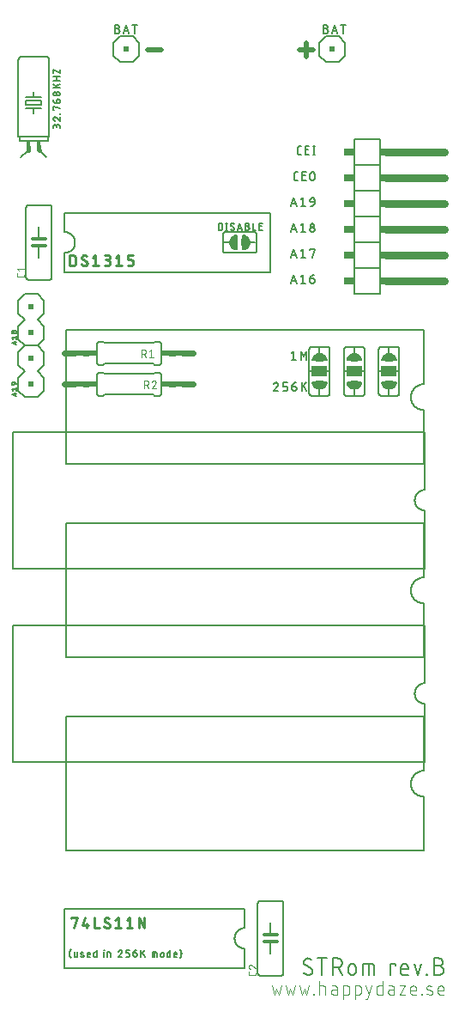
<source format=gto>
G04 EAGLE Gerber RS-274X export*
G75*
%MOMM*%
%FSLAX34Y34*%
%LPD*%
%INTop Silkscreen*%
%IPPOS*%
%AMOC8*
5,1,8,0,0,1.08239X$1,22.5*%
G01*
%ADD10C,0.203200*%
%ADD11C,0.101600*%
%ADD12C,0.152400*%
%ADD13C,0.508000*%
%ADD14R,0.508000X0.508000*%
%ADD15C,0.127000*%
%ADD16C,0.254000*%
%ADD17R,1.524000X1.016000*%
%ADD18C,0.762000*%
%ADD19R,0.508000X0.762000*%
%ADD20R,1.016000X0.762000*%
%ADD21C,0.406400*%
%ADD22R,0.406400X0.584200*%
%ADD23C,0.609600*%
%ADD24R,0.863600X0.609600*%
%ADD25C,0.076200*%
%ADD26C,0.304800*%


D10*
X299363Y836041D02*
X297557Y836041D01*
X297474Y836043D01*
X297390Y836049D01*
X297307Y836058D01*
X297225Y836072D01*
X297144Y836089D01*
X297063Y836110D01*
X296983Y836135D01*
X296905Y836163D01*
X296828Y836195D01*
X296752Y836230D01*
X296678Y836269D01*
X296606Y836312D01*
X296536Y836357D01*
X296469Y836406D01*
X296403Y836458D01*
X296340Y836512D01*
X296280Y836570D01*
X296222Y836630D01*
X296168Y836693D01*
X296116Y836759D01*
X296067Y836826D01*
X296022Y836896D01*
X295979Y836968D01*
X295940Y837042D01*
X295905Y837118D01*
X295873Y837195D01*
X295845Y837273D01*
X295820Y837353D01*
X295799Y837434D01*
X295782Y837515D01*
X295768Y837597D01*
X295759Y837680D01*
X295753Y837764D01*
X295751Y837847D01*
X295751Y842363D01*
X295753Y842446D01*
X295759Y842530D01*
X295768Y842613D01*
X295782Y842695D01*
X295799Y842776D01*
X295820Y842857D01*
X295845Y842937D01*
X295873Y843015D01*
X295905Y843092D01*
X295940Y843168D01*
X295979Y843242D01*
X296022Y843314D01*
X296067Y843384D01*
X296116Y843451D01*
X296168Y843517D01*
X296222Y843580D01*
X296280Y843640D01*
X296340Y843698D01*
X296403Y843752D01*
X296469Y843804D01*
X296536Y843853D01*
X296606Y843898D01*
X296678Y843941D01*
X296752Y843980D01*
X296827Y844015D01*
X296905Y844047D01*
X296983Y844075D01*
X297063Y844100D01*
X297143Y844121D01*
X297225Y844138D01*
X297307Y844152D01*
X297390Y844161D01*
X297474Y844167D01*
X297557Y844169D01*
X299363Y844169D01*
X303754Y836041D02*
X307366Y836041D01*
X303754Y836041D02*
X303754Y844169D01*
X307366Y844169D01*
X306463Y840557D02*
X303754Y840557D01*
X311771Y844169D02*
X311771Y836041D01*
X310868Y836041D02*
X312674Y836041D01*
X312674Y844169D02*
X310868Y844169D01*
X296180Y810641D02*
X294374Y810641D01*
X294291Y810643D01*
X294207Y810649D01*
X294124Y810658D01*
X294042Y810672D01*
X293961Y810689D01*
X293880Y810710D01*
X293800Y810735D01*
X293722Y810763D01*
X293645Y810795D01*
X293569Y810830D01*
X293495Y810869D01*
X293423Y810912D01*
X293353Y810957D01*
X293286Y811006D01*
X293220Y811058D01*
X293157Y811112D01*
X293097Y811170D01*
X293039Y811230D01*
X292985Y811293D01*
X292933Y811359D01*
X292884Y811426D01*
X292839Y811496D01*
X292796Y811568D01*
X292757Y811642D01*
X292722Y811718D01*
X292690Y811795D01*
X292662Y811873D01*
X292637Y811953D01*
X292616Y812034D01*
X292599Y812115D01*
X292585Y812197D01*
X292576Y812280D01*
X292570Y812364D01*
X292568Y812447D01*
X292567Y812447D02*
X292567Y816963D01*
X292568Y816963D02*
X292570Y817046D01*
X292576Y817130D01*
X292585Y817213D01*
X292599Y817295D01*
X292616Y817376D01*
X292637Y817457D01*
X292662Y817537D01*
X292690Y817615D01*
X292722Y817692D01*
X292757Y817768D01*
X292796Y817842D01*
X292839Y817914D01*
X292884Y817984D01*
X292933Y818051D01*
X292985Y818117D01*
X293039Y818180D01*
X293097Y818240D01*
X293157Y818298D01*
X293220Y818352D01*
X293286Y818404D01*
X293353Y818453D01*
X293423Y818498D01*
X293495Y818541D01*
X293569Y818580D01*
X293644Y818615D01*
X293722Y818647D01*
X293800Y818675D01*
X293880Y818700D01*
X293960Y818721D01*
X294042Y818738D01*
X294124Y818752D01*
X294207Y818761D01*
X294291Y818767D01*
X294374Y818769D01*
X296180Y818769D01*
X300570Y810641D02*
X304183Y810641D01*
X300570Y810641D02*
X300570Y818769D01*
X304183Y818769D01*
X303279Y815157D02*
X300570Y815157D01*
X308158Y816511D02*
X308158Y812899D01*
X308158Y816511D02*
X308160Y816604D01*
X308166Y816697D01*
X308175Y816790D01*
X308189Y816883D01*
X308206Y816974D01*
X308227Y817065D01*
X308252Y817155D01*
X308280Y817244D01*
X308312Y817332D01*
X308348Y817418D01*
X308387Y817503D01*
X308430Y817586D01*
X308476Y817667D01*
X308526Y817746D01*
X308578Y817823D01*
X308634Y817898D01*
X308693Y817970D01*
X308755Y818040D01*
X308819Y818108D01*
X308887Y818172D01*
X308957Y818234D01*
X309029Y818293D01*
X309104Y818349D01*
X309181Y818401D01*
X309260Y818451D01*
X309341Y818497D01*
X309424Y818540D01*
X309509Y818579D01*
X309595Y818615D01*
X309683Y818647D01*
X309772Y818675D01*
X309862Y818700D01*
X309953Y818721D01*
X310044Y818738D01*
X310137Y818752D01*
X310230Y818761D01*
X310323Y818767D01*
X310416Y818769D01*
X310509Y818767D01*
X310602Y818761D01*
X310695Y818752D01*
X310788Y818738D01*
X310879Y818721D01*
X310970Y818700D01*
X311060Y818675D01*
X311149Y818647D01*
X311237Y818615D01*
X311323Y818579D01*
X311408Y818540D01*
X311491Y818497D01*
X311572Y818451D01*
X311651Y818401D01*
X311728Y818349D01*
X311803Y818293D01*
X311875Y818234D01*
X311945Y818172D01*
X312013Y818108D01*
X312077Y818040D01*
X312139Y817970D01*
X312198Y817898D01*
X312254Y817823D01*
X312306Y817746D01*
X312356Y817667D01*
X312402Y817586D01*
X312445Y817503D01*
X312484Y817418D01*
X312520Y817332D01*
X312552Y817244D01*
X312580Y817155D01*
X312605Y817065D01*
X312626Y816974D01*
X312643Y816883D01*
X312657Y816790D01*
X312666Y816697D01*
X312672Y816604D01*
X312674Y816511D01*
X312674Y812899D01*
X312672Y812806D01*
X312666Y812713D01*
X312657Y812620D01*
X312643Y812527D01*
X312626Y812436D01*
X312605Y812345D01*
X312580Y812255D01*
X312552Y812166D01*
X312520Y812078D01*
X312484Y811992D01*
X312445Y811907D01*
X312402Y811824D01*
X312356Y811743D01*
X312306Y811664D01*
X312254Y811587D01*
X312198Y811512D01*
X312139Y811440D01*
X312077Y811370D01*
X312013Y811302D01*
X311945Y811238D01*
X311875Y811176D01*
X311803Y811117D01*
X311728Y811061D01*
X311651Y811009D01*
X311572Y810959D01*
X311491Y810913D01*
X311408Y810870D01*
X311323Y810831D01*
X311237Y810795D01*
X311149Y810763D01*
X311060Y810735D01*
X310970Y810710D01*
X310879Y810689D01*
X310788Y810672D01*
X310695Y810658D01*
X310602Y810649D01*
X310509Y810643D01*
X310416Y810641D01*
X310323Y810643D01*
X310230Y810649D01*
X310137Y810658D01*
X310044Y810672D01*
X309953Y810689D01*
X309862Y810710D01*
X309772Y810735D01*
X309683Y810763D01*
X309595Y810795D01*
X309509Y810831D01*
X309424Y810870D01*
X309341Y810913D01*
X309260Y810959D01*
X309181Y811009D01*
X309104Y811061D01*
X309029Y811117D01*
X308957Y811176D01*
X308887Y811238D01*
X308819Y811302D01*
X308755Y811370D01*
X308693Y811440D01*
X308634Y811512D01*
X308578Y811587D01*
X308526Y811664D01*
X308476Y811743D01*
X308430Y811824D01*
X308387Y811907D01*
X308348Y811992D01*
X308312Y812078D01*
X308280Y812166D01*
X308252Y812255D01*
X308227Y812345D01*
X308206Y812436D01*
X308189Y812527D01*
X308175Y812620D01*
X308166Y812713D01*
X308160Y812806D01*
X308158Y812899D01*
X292128Y767969D02*
X289419Y759841D01*
X294838Y759841D02*
X292128Y767969D01*
X294160Y761873D02*
X290096Y761873D01*
X299015Y766163D02*
X301272Y767969D01*
X301272Y759841D01*
X299015Y759841D02*
X303530Y759841D01*
X308158Y762099D02*
X308160Y762192D01*
X308166Y762285D01*
X308175Y762378D01*
X308189Y762471D01*
X308206Y762562D01*
X308227Y762653D01*
X308252Y762743D01*
X308280Y762832D01*
X308312Y762920D01*
X308348Y763006D01*
X308387Y763091D01*
X308430Y763174D01*
X308476Y763255D01*
X308526Y763334D01*
X308578Y763411D01*
X308634Y763486D01*
X308693Y763558D01*
X308755Y763628D01*
X308819Y763696D01*
X308887Y763760D01*
X308957Y763822D01*
X309029Y763881D01*
X309104Y763937D01*
X309181Y763989D01*
X309260Y764039D01*
X309341Y764085D01*
X309424Y764128D01*
X309509Y764167D01*
X309595Y764203D01*
X309683Y764235D01*
X309772Y764263D01*
X309862Y764288D01*
X309953Y764309D01*
X310044Y764326D01*
X310137Y764340D01*
X310230Y764349D01*
X310323Y764355D01*
X310416Y764357D01*
X310509Y764355D01*
X310602Y764349D01*
X310695Y764340D01*
X310788Y764326D01*
X310879Y764309D01*
X310970Y764288D01*
X311060Y764263D01*
X311149Y764235D01*
X311237Y764203D01*
X311323Y764167D01*
X311408Y764128D01*
X311491Y764085D01*
X311572Y764039D01*
X311651Y763989D01*
X311728Y763937D01*
X311803Y763881D01*
X311875Y763822D01*
X311945Y763760D01*
X312013Y763696D01*
X312077Y763628D01*
X312139Y763558D01*
X312198Y763486D01*
X312254Y763411D01*
X312306Y763334D01*
X312356Y763255D01*
X312402Y763174D01*
X312445Y763091D01*
X312484Y763006D01*
X312520Y762920D01*
X312552Y762832D01*
X312580Y762743D01*
X312605Y762653D01*
X312626Y762562D01*
X312643Y762471D01*
X312657Y762378D01*
X312666Y762285D01*
X312672Y762192D01*
X312674Y762099D01*
X312672Y762006D01*
X312666Y761913D01*
X312657Y761820D01*
X312643Y761727D01*
X312626Y761636D01*
X312605Y761545D01*
X312580Y761455D01*
X312552Y761366D01*
X312520Y761278D01*
X312484Y761192D01*
X312445Y761107D01*
X312402Y761024D01*
X312356Y760943D01*
X312306Y760864D01*
X312254Y760787D01*
X312198Y760712D01*
X312139Y760640D01*
X312077Y760570D01*
X312013Y760502D01*
X311945Y760438D01*
X311875Y760376D01*
X311803Y760317D01*
X311728Y760261D01*
X311651Y760209D01*
X311572Y760159D01*
X311491Y760113D01*
X311408Y760070D01*
X311323Y760031D01*
X311237Y759995D01*
X311149Y759963D01*
X311060Y759935D01*
X310970Y759910D01*
X310879Y759889D01*
X310788Y759872D01*
X310695Y759858D01*
X310602Y759849D01*
X310509Y759843D01*
X310416Y759841D01*
X310323Y759843D01*
X310230Y759849D01*
X310137Y759858D01*
X310044Y759872D01*
X309953Y759889D01*
X309862Y759910D01*
X309772Y759935D01*
X309683Y759963D01*
X309595Y759995D01*
X309509Y760031D01*
X309424Y760070D01*
X309341Y760113D01*
X309260Y760159D01*
X309181Y760209D01*
X309104Y760261D01*
X309029Y760317D01*
X308957Y760376D01*
X308887Y760438D01*
X308819Y760502D01*
X308755Y760570D01*
X308693Y760640D01*
X308634Y760712D01*
X308578Y760787D01*
X308526Y760864D01*
X308476Y760943D01*
X308430Y761024D01*
X308387Y761107D01*
X308348Y761192D01*
X308312Y761278D01*
X308280Y761366D01*
X308252Y761455D01*
X308227Y761545D01*
X308206Y761636D01*
X308189Y761727D01*
X308175Y761820D01*
X308166Y761913D01*
X308160Y762006D01*
X308158Y762099D01*
X308610Y766163D02*
X308612Y766246D01*
X308618Y766330D01*
X308627Y766413D01*
X308641Y766495D01*
X308658Y766576D01*
X308679Y766657D01*
X308704Y766737D01*
X308732Y766815D01*
X308764Y766892D01*
X308799Y766968D01*
X308838Y767042D01*
X308881Y767114D01*
X308926Y767184D01*
X308975Y767251D01*
X309027Y767317D01*
X309081Y767380D01*
X309139Y767440D01*
X309199Y767498D01*
X309262Y767552D01*
X309328Y767604D01*
X309395Y767653D01*
X309465Y767698D01*
X309537Y767741D01*
X309611Y767780D01*
X309687Y767815D01*
X309764Y767847D01*
X309842Y767875D01*
X309922Y767900D01*
X310003Y767921D01*
X310084Y767938D01*
X310166Y767952D01*
X310249Y767961D01*
X310333Y767967D01*
X310416Y767969D01*
X310499Y767967D01*
X310583Y767961D01*
X310666Y767952D01*
X310748Y767938D01*
X310829Y767921D01*
X310910Y767900D01*
X310990Y767875D01*
X311068Y767847D01*
X311145Y767815D01*
X311221Y767780D01*
X311295Y767741D01*
X311367Y767698D01*
X311437Y767653D01*
X311504Y767604D01*
X311570Y767552D01*
X311633Y767498D01*
X311693Y767440D01*
X311751Y767380D01*
X311805Y767317D01*
X311857Y767251D01*
X311906Y767184D01*
X311951Y767114D01*
X311994Y767042D01*
X312033Y766968D01*
X312068Y766892D01*
X312100Y766815D01*
X312128Y766737D01*
X312153Y766657D01*
X312174Y766576D01*
X312191Y766495D01*
X312205Y766413D01*
X312214Y766330D01*
X312220Y766246D01*
X312222Y766163D01*
X312220Y766080D01*
X312214Y765996D01*
X312205Y765913D01*
X312191Y765831D01*
X312174Y765750D01*
X312153Y765669D01*
X312128Y765589D01*
X312100Y765511D01*
X312068Y765434D01*
X312033Y765358D01*
X311994Y765284D01*
X311951Y765212D01*
X311906Y765142D01*
X311857Y765075D01*
X311805Y765009D01*
X311751Y764946D01*
X311693Y764886D01*
X311633Y764828D01*
X311570Y764774D01*
X311504Y764722D01*
X311437Y764673D01*
X311367Y764628D01*
X311295Y764585D01*
X311221Y764546D01*
X311145Y764511D01*
X311068Y764479D01*
X310990Y764451D01*
X310910Y764426D01*
X310829Y764405D01*
X310748Y764388D01*
X310666Y764374D01*
X310583Y764365D01*
X310499Y764359D01*
X310416Y764357D01*
X310333Y764359D01*
X310249Y764365D01*
X310166Y764374D01*
X310084Y764388D01*
X310003Y764405D01*
X309922Y764426D01*
X309842Y764451D01*
X309764Y764479D01*
X309687Y764511D01*
X309611Y764546D01*
X309537Y764585D01*
X309465Y764628D01*
X309395Y764673D01*
X309328Y764722D01*
X309262Y764774D01*
X309199Y764828D01*
X309139Y764886D01*
X309081Y764946D01*
X309027Y765009D01*
X308975Y765075D01*
X308926Y765142D01*
X308881Y765212D01*
X308838Y765284D01*
X308799Y765358D01*
X308764Y765434D01*
X308732Y765511D01*
X308704Y765589D01*
X308679Y765669D01*
X308658Y765750D01*
X308641Y765831D01*
X308627Y765913D01*
X308618Y765996D01*
X308612Y766080D01*
X308610Y766163D01*
X289419Y785241D02*
X292128Y793369D01*
X294838Y785241D01*
X294160Y787273D02*
X290096Y787273D01*
X299015Y791563D02*
X301272Y793369D01*
X301272Y785241D01*
X299015Y785241D02*
X303530Y785241D01*
X309965Y788853D02*
X312674Y788853D01*
X309965Y788854D02*
X309882Y788856D01*
X309798Y788862D01*
X309715Y788871D01*
X309633Y788885D01*
X309552Y788902D01*
X309471Y788923D01*
X309391Y788948D01*
X309313Y788976D01*
X309236Y789008D01*
X309160Y789043D01*
X309086Y789082D01*
X309014Y789125D01*
X308944Y789170D01*
X308877Y789219D01*
X308811Y789271D01*
X308748Y789325D01*
X308688Y789383D01*
X308630Y789443D01*
X308576Y789506D01*
X308524Y789572D01*
X308475Y789639D01*
X308430Y789709D01*
X308387Y789781D01*
X308348Y789855D01*
X308313Y789931D01*
X308281Y790008D01*
X308253Y790086D01*
X308228Y790166D01*
X308207Y790247D01*
X308190Y790328D01*
X308176Y790410D01*
X308167Y790493D01*
X308161Y790577D01*
X308159Y790660D01*
X308158Y790660D02*
X308158Y791111D01*
X308160Y791204D01*
X308166Y791297D01*
X308175Y791390D01*
X308189Y791483D01*
X308206Y791574D01*
X308227Y791665D01*
X308252Y791755D01*
X308280Y791844D01*
X308312Y791932D01*
X308348Y792018D01*
X308387Y792103D01*
X308430Y792186D01*
X308476Y792267D01*
X308526Y792346D01*
X308578Y792423D01*
X308634Y792498D01*
X308693Y792570D01*
X308755Y792640D01*
X308819Y792708D01*
X308887Y792772D01*
X308957Y792834D01*
X309029Y792893D01*
X309104Y792949D01*
X309181Y793001D01*
X309260Y793051D01*
X309341Y793097D01*
X309424Y793140D01*
X309509Y793179D01*
X309595Y793215D01*
X309683Y793247D01*
X309772Y793275D01*
X309862Y793300D01*
X309953Y793321D01*
X310044Y793338D01*
X310137Y793352D01*
X310230Y793361D01*
X310323Y793367D01*
X310416Y793369D01*
X310509Y793367D01*
X310602Y793361D01*
X310695Y793352D01*
X310788Y793338D01*
X310879Y793321D01*
X310970Y793300D01*
X311060Y793275D01*
X311149Y793247D01*
X311237Y793215D01*
X311323Y793179D01*
X311408Y793140D01*
X311491Y793097D01*
X311572Y793051D01*
X311651Y793001D01*
X311728Y792949D01*
X311803Y792893D01*
X311875Y792834D01*
X311945Y792772D01*
X312013Y792708D01*
X312077Y792640D01*
X312139Y792570D01*
X312198Y792498D01*
X312254Y792423D01*
X312306Y792346D01*
X312356Y792267D01*
X312402Y792186D01*
X312445Y792103D01*
X312484Y792018D01*
X312520Y791932D01*
X312552Y791844D01*
X312580Y791755D01*
X312605Y791665D01*
X312626Y791574D01*
X312643Y791483D01*
X312657Y791390D01*
X312666Y791297D01*
X312672Y791204D01*
X312674Y791111D01*
X312674Y788853D01*
X312672Y788735D01*
X312666Y788617D01*
X312657Y788499D01*
X312643Y788382D01*
X312626Y788265D01*
X312605Y788148D01*
X312580Y788033D01*
X312551Y787918D01*
X312518Y787804D01*
X312482Y787692D01*
X312442Y787581D01*
X312399Y787471D01*
X312352Y787362D01*
X312302Y787255D01*
X312247Y787150D01*
X312190Y787047D01*
X312129Y786946D01*
X312065Y786846D01*
X311998Y786749D01*
X311928Y786654D01*
X311854Y786562D01*
X311778Y786471D01*
X311698Y786384D01*
X311616Y786299D01*
X311531Y786217D01*
X311444Y786137D01*
X311353Y786061D01*
X311261Y785987D01*
X311166Y785917D01*
X311069Y785850D01*
X310969Y785786D01*
X310868Y785725D01*
X310765Y785668D01*
X310660Y785613D01*
X310553Y785563D01*
X310444Y785516D01*
X310334Y785473D01*
X310223Y785433D01*
X310111Y785397D01*
X309997Y785364D01*
X309882Y785335D01*
X309767Y785310D01*
X309650Y785289D01*
X309533Y785272D01*
X309416Y785258D01*
X309298Y785249D01*
X309180Y785243D01*
X309062Y785241D01*
D11*
X270691Y16679D02*
X272892Y7874D01*
X275093Y13744D01*
X277295Y7874D01*
X279496Y16679D01*
X284346Y16679D02*
X286547Y7874D01*
X288748Y13744D01*
X290950Y7874D01*
X293151Y16679D01*
X298001Y16679D02*
X300202Y7874D01*
X302403Y13744D01*
X304605Y7874D01*
X306806Y16679D01*
X311424Y8608D02*
X311424Y7874D01*
X311424Y8608D02*
X312158Y8608D01*
X312158Y7874D01*
X311424Y7874D01*
X317391Y7874D02*
X317391Y21082D01*
X317391Y16679D02*
X321059Y16679D01*
X321152Y16677D01*
X321246Y16671D01*
X321339Y16661D01*
X321431Y16647D01*
X321523Y16630D01*
X321614Y16608D01*
X321703Y16583D01*
X321792Y16553D01*
X321880Y16520D01*
X321966Y16484D01*
X322050Y16443D01*
X322132Y16400D01*
X322213Y16352D01*
X322291Y16302D01*
X322368Y16248D01*
X322442Y16190D01*
X322513Y16130D01*
X322582Y16067D01*
X322648Y16001D01*
X322711Y15932D01*
X322771Y15861D01*
X322829Y15787D01*
X322883Y15711D01*
X322933Y15632D01*
X322980Y15551D01*
X323024Y15469D01*
X323065Y15385D01*
X323101Y15299D01*
X323134Y15211D01*
X323164Y15123D01*
X323189Y15033D01*
X323211Y14942D01*
X323228Y14850D01*
X323242Y14758D01*
X323252Y14665D01*
X323258Y14571D01*
X323260Y14478D01*
X323261Y14478D02*
X323261Y7874D01*
X331418Y13010D02*
X334720Y13010D01*
X331418Y13010D02*
X331318Y13008D01*
X331219Y13002D01*
X331120Y12993D01*
X331021Y12979D01*
X330923Y12962D01*
X330826Y12941D01*
X330729Y12916D01*
X330634Y12887D01*
X330540Y12855D01*
X330447Y12819D01*
X330355Y12780D01*
X330265Y12737D01*
X330177Y12690D01*
X330091Y12641D01*
X330007Y12588D01*
X329925Y12531D01*
X329845Y12472D01*
X329767Y12409D01*
X329692Y12344D01*
X329620Y12275D01*
X329550Y12204D01*
X329483Y12131D01*
X329419Y12054D01*
X329358Y11976D01*
X329300Y11894D01*
X329246Y11811D01*
X329194Y11726D01*
X329146Y11639D01*
X329101Y11550D01*
X329060Y11459D01*
X329022Y11367D01*
X328988Y11273D01*
X328958Y11179D01*
X328931Y11083D01*
X328908Y10986D01*
X328889Y10888D01*
X328874Y10790D01*
X328862Y10691D01*
X328854Y10591D01*
X328850Y10492D01*
X328850Y10392D01*
X328854Y10293D01*
X328862Y10193D01*
X328874Y10094D01*
X328889Y9996D01*
X328908Y9898D01*
X328931Y9801D01*
X328958Y9705D01*
X328988Y9611D01*
X329022Y9517D01*
X329060Y9425D01*
X329101Y9334D01*
X329146Y9245D01*
X329194Y9158D01*
X329246Y9073D01*
X329300Y8990D01*
X329358Y8908D01*
X329419Y8830D01*
X329483Y8753D01*
X329550Y8680D01*
X329620Y8609D01*
X329692Y8540D01*
X329767Y8475D01*
X329845Y8412D01*
X329925Y8353D01*
X330007Y8296D01*
X330091Y8243D01*
X330177Y8194D01*
X330265Y8147D01*
X330355Y8104D01*
X330447Y8065D01*
X330540Y8029D01*
X330634Y7997D01*
X330729Y7968D01*
X330826Y7943D01*
X330923Y7922D01*
X331021Y7905D01*
X331120Y7891D01*
X331219Y7882D01*
X331318Y7876D01*
X331418Y7874D01*
X334720Y7874D01*
X334720Y14478D01*
X334719Y14478D02*
X334717Y14569D01*
X334711Y14660D01*
X334702Y14750D01*
X334689Y14840D01*
X334672Y14930D01*
X334652Y15018D01*
X334627Y15106D01*
X334600Y15193D01*
X334568Y15278D01*
X334534Y15362D01*
X334495Y15445D01*
X334454Y15526D01*
X334409Y15605D01*
X334361Y15682D01*
X334309Y15757D01*
X334255Y15830D01*
X334198Y15901D01*
X334137Y15969D01*
X334074Y16034D01*
X334009Y16097D01*
X333941Y16158D01*
X333870Y16215D01*
X333797Y16269D01*
X333722Y16321D01*
X333645Y16369D01*
X333566Y16414D01*
X333485Y16455D01*
X333402Y16494D01*
X333318Y16528D01*
X333233Y16560D01*
X333146Y16587D01*
X333058Y16612D01*
X332970Y16632D01*
X332880Y16649D01*
X332790Y16662D01*
X332700Y16671D01*
X332609Y16677D01*
X332518Y16679D01*
X329583Y16679D01*
X340923Y16679D02*
X340923Y3471D01*
X340923Y16679D02*
X344591Y16679D01*
X344684Y16677D01*
X344778Y16671D01*
X344871Y16661D01*
X344963Y16647D01*
X345055Y16630D01*
X345146Y16608D01*
X345235Y16583D01*
X345324Y16553D01*
X345412Y16520D01*
X345498Y16484D01*
X345582Y16443D01*
X345664Y16400D01*
X345745Y16352D01*
X345823Y16302D01*
X345900Y16248D01*
X345974Y16190D01*
X346045Y16130D01*
X346114Y16067D01*
X346180Y16001D01*
X346243Y15932D01*
X346303Y15861D01*
X346361Y15787D01*
X346415Y15711D01*
X346465Y15632D01*
X346512Y15551D01*
X346556Y15469D01*
X346597Y15385D01*
X346633Y15299D01*
X346666Y15211D01*
X346696Y15123D01*
X346721Y15033D01*
X346743Y14942D01*
X346760Y14850D01*
X346774Y14758D01*
X346784Y14665D01*
X346790Y14571D01*
X346792Y14478D01*
X346793Y14478D02*
X346793Y10075D01*
X346792Y10075D02*
X346790Y9984D01*
X346784Y9893D01*
X346775Y9803D01*
X346762Y9713D01*
X346745Y9623D01*
X346725Y9535D01*
X346700Y9447D01*
X346673Y9360D01*
X346641Y9275D01*
X346607Y9191D01*
X346568Y9108D01*
X346527Y9027D01*
X346482Y8948D01*
X346434Y8871D01*
X346382Y8796D01*
X346328Y8723D01*
X346271Y8652D01*
X346210Y8584D01*
X346147Y8519D01*
X346082Y8456D01*
X346014Y8395D01*
X345943Y8338D01*
X345870Y8284D01*
X345795Y8232D01*
X345718Y8184D01*
X345639Y8139D01*
X345558Y8098D01*
X345475Y8059D01*
X345391Y8025D01*
X345306Y7993D01*
X345219Y7966D01*
X345131Y7941D01*
X345043Y7921D01*
X344953Y7904D01*
X344863Y7891D01*
X344773Y7882D01*
X344682Y7876D01*
X344591Y7874D01*
X340923Y7874D01*
X352444Y3471D02*
X352444Y16679D01*
X356113Y16679D01*
X356206Y16677D01*
X356300Y16671D01*
X356393Y16661D01*
X356485Y16647D01*
X356577Y16630D01*
X356668Y16608D01*
X356757Y16583D01*
X356846Y16553D01*
X356934Y16520D01*
X357020Y16484D01*
X357104Y16443D01*
X357186Y16400D01*
X357267Y16352D01*
X357345Y16302D01*
X357422Y16248D01*
X357496Y16190D01*
X357567Y16130D01*
X357636Y16067D01*
X357702Y16001D01*
X357765Y15932D01*
X357825Y15861D01*
X357883Y15787D01*
X357937Y15711D01*
X357987Y15632D01*
X358034Y15551D01*
X358078Y15469D01*
X358119Y15385D01*
X358155Y15299D01*
X358188Y15211D01*
X358218Y15123D01*
X358243Y15033D01*
X358265Y14942D01*
X358282Y14850D01*
X358296Y14758D01*
X358306Y14665D01*
X358312Y14571D01*
X358314Y14478D01*
X358314Y10075D01*
X358312Y9984D01*
X358306Y9893D01*
X358297Y9803D01*
X358284Y9713D01*
X358267Y9623D01*
X358247Y9535D01*
X358222Y9447D01*
X358195Y9360D01*
X358163Y9275D01*
X358129Y9191D01*
X358090Y9108D01*
X358049Y9027D01*
X358004Y8948D01*
X357956Y8871D01*
X357904Y8796D01*
X357850Y8723D01*
X357793Y8652D01*
X357732Y8584D01*
X357669Y8519D01*
X357604Y8456D01*
X357536Y8395D01*
X357465Y8338D01*
X357392Y8284D01*
X357317Y8232D01*
X357240Y8184D01*
X357161Y8139D01*
X357080Y8098D01*
X356997Y8059D01*
X356913Y8025D01*
X356828Y7993D01*
X356741Y7966D01*
X356653Y7941D01*
X356565Y7921D01*
X356475Y7904D01*
X356385Y7891D01*
X356295Y7882D01*
X356204Y7876D01*
X356113Y7874D01*
X352444Y7874D01*
X363050Y3471D02*
X364517Y3471D01*
X368920Y16679D01*
X363050Y16679D02*
X365985Y7874D01*
X379525Y7874D02*
X379525Y21082D01*
X379525Y7874D02*
X375856Y7874D01*
X375765Y7876D01*
X375674Y7882D01*
X375584Y7891D01*
X375494Y7904D01*
X375404Y7921D01*
X375316Y7941D01*
X375228Y7966D01*
X375141Y7993D01*
X375056Y8025D01*
X374972Y8059D01*
X374889Y8098D01*
X374808Y8139D01*
X374729Y8184D01*
X374652Y8232D01*
X374577Y8284D01*
X374504Y8338D01*
X374433Y8395D01*
X374365Y8456D01*
X374300Y8519D01*
X374237Y8584D01*
X374176Y8652D01*
X374119Y8723D01*
X374065Y8796D01*
X374013Y8871D01*
X373965Y8948D01*
X373920Y9027D01*
X373879Y9108D01*
X373840Y9191D01*
X373806Y9275D01*
X373774Y9360D01*
X373747Y9447D01*
X373722Y9535D01*
X373702Y9623D01*
X373685Y9713D01*
X373672Y9803D01*
X373663Y9893D01*
X373657Y9984D01*
X373655Y10075D01*
X373655Y14478D01*
X373657Y14569D01*
X373663Y14660D01*
X373672Y14750D01*
X373685Y14840D01*
X373702Y14930D01*
X373722Y15018D01*
X373747Y15106D01*
X373774Y15193D01*
X373806Y15278D01*
X373840Y15362D01*
X373879Y15445D01*
X373920Y15526D01*
X373965Y15605D01*
X374013Y15682D01*
X374065Y15757D01*
X374119Y15830D01*
X374176Y15901D01*
X374237Y15969D01*
X374300Y16034D01*
X374365Y16097D01*
X374433Y16158D01*
X374504Y16215D01*
X374577Y16269D01*
X374652Y16321D01*
X374729Y16369D01*
X374808Y16414D01*
X374889Y16455D01*
X374972Y16494D01*
X375056Y16528D01*
X375141Y16560D01*
X375228Y16587D01*
X375316Y16612D01*
X375404Y16632D01*
X375494Y16649D01*
X375584Y16662D01*
X375674Y16671D01*
X375765Y16677D01*
X375856Y16679D01*
X379525Y16679D01*
X387745Y13010D02*
X391047Y13010D01*
X387745Y13010D02*
X387645Y13008D01*
X387546Y13002D01*
X387447Y12993D01*
X387348Y12979D01*
X387250Y12962D01*
X387153Y12941D01*
X387056Y12916D01*
X386961Y12887D01*
X386867Y12855D01*
X386774Y12819D01*
X386682Y12780D01*
X386592Y12737D01*
X386504Y12690D01*
X386418Y12641D01*
X386334Y12588D01*
X386252Y12531D01*
X386172Y12472D01*
X386094Y12409D01*
X386019Y12344D01*
X385947Y12275D01*
X385877Y12204D01*
X385810Y12131D01*
X385746Y12054D01*
X385685Y11976D01*
X385627Y11894D01*
X385573Y11811D01*
X385521Y11726D01*
X385473Y11639D01*
X385428Y11550D01*
X385387Y11459D01*
X385349Y11367D01*
X385315Y11273D01*
X385285Y11179D01*
X385258Y11083D01*
X385235Y10986D01*
X385216Y10888D01*
X385201Y10790D01*
X385189Y10691D01*
X385181Y10591D01*
X385177Y10492D01*
X385177Y10392D01*
X385181Y10293D01*
X385189Y10193D01*
X385201Y10094D01*
X385216Y9996D01*
X385235Y9898D01*
X385258Y9801D01*
X385285Y9705D01*
X385315Y9611D01*
X385349Y9517D01*
X385387Y9425D01*
X385428Y9334D01*
X385473Y9245D01*
X385521Y9158D01*
X385573Y9073D01*
X385627Y8990D01*
X385685Y8908D01*
X385746Y8830D01*
X385810Y8753D01*
X385877Y8680D01*
X385947Y8609D01*
X386019Y8540D01*
X386094Y8475D01*
X386172Y8412D01*
X386252Y8353D01*
X386334Y8296D01*
X386418Y8243D01*
X386504Y8194D01*
X386592Y8147D01*
X386682Y8104D01*
X386774Y8065D01*
X386867Y8029D01*
X386961Y7997D01*
X387056Y7968D01*
X387153Y7943D01*
X387250Y7922D01*
X387348Y7905D01*
X387447Y7891D01*
X387546Y7882D01*
X387645Y7876D01*
X387745Y7874D01*
X391047Y7874D01*
X391047Y14478D01*
X391046Y14478D02*
X391044Y14569D01*
X391038Y14660D01*
X391029Y14750D01*
X391016Y14840D01*
X390999Y14930D01*
X390979Y15018D01*
X390954Y15106D01*
X390927Y15193D01*
X390895Y15278D01*
X390861Y15362D01*
X390822Y15445D01*
X390781Y15526D01*
X390736Y15605D01*
X390688Y15682D01*
X390636Y15757D01*
X390582Y15830D01*
X390525Y15901D01*
X390464Y15969D01*
X390401Y16034D01*
X390336Y16097D01*
X390268Y16158D01*
X390197Y16215D01*
X390124Y16269D01*
X390049Y16321D01*
X389972Y16369D01*
X389893Y16414D01*
X389812Y16455D01*
X389729Y16494D01*
X389645Y16528D01*
X389560Y16560D01*
X389473Y16587D01*
X389385Y16612D01*
X389297Y16632D01*
X389207Y16649D01*
X389117Y16662D01*
X389027Y16671D01*
X388936Y16677D01*
X388845Y16679D01*
X385910Y16679D01*
X396334Y16679D02*
X402204Y16679D01*
X396334Y7874D01*
X402204Y7874D01*
X409203Y7874D02*
X412872Y7874D01*
X409203Y7874D02*
X409112Y7876D01*
X409021Y7882D01*
X408931Y7891D01*
X408841Y7904D01*
X408751Y7921D01*
X408663Y7941D01*
X408575Y7966D01*
X408488Y7993D01*
X408403Y8025D01*
X408319Y8059D01*
X408236Y8098D01*
X408155Y8139D01*
X408076Y8184D01*
X407999Y8232D01*
X407924Y8284D01*
X407851Y8338D01*
X407780Y8395D01*
X407712Y8456D01*
X407647Y8519D01*
X407584Y8584D01*
X407523Y8652D01*
X407466Y8723D01*
X407412Y8796D01*
X407360Y8871D01*
X407312Y8948D01*
X407267Y9027D01*
X407226Y9108D01*
X407187Y9191D01*
X407153Y9275D01*
X407121Y9360D01*
X407094Y9447D01*
X407069Y9535D01*
X407049Y9623D01*
X407032Y9713D01*
X407019Y9803D01*
X407010Y9893D01*
X407004Y9984D01*
X407002Y10075D01*
X407002Y13744D01*
X407004Y13851D01*
X407010Y13958D01*
X407020Y14065D01*
X407033Y14171D01*
X407051Y14277D01*
X407072Y14382D01*
X407097Y14486D01*
X407126Y14590D01*
X407159Y14692D01*
X407196Y14792D01*
X407236Y14892D01*
X407280Y14990D01*
X407327Y15086D01*
X407378Y15180D01*
X407432Y15273D01*
X407489Y15363D01*
X407550Y15452D01*
X407614Y15538D01*
X407681Y15621D01*
X407751Y15703D01*
X407824Y15781D01*
X407900Y15857D01*
X407978Y15930D01*
X408060Y16000D01*
X408143Y16067D01*
X408229Y16131D01*
X408318Y16192D01*
X408408Y16249D01*
X408501Y16303D01*
X408595Y16354D01*
X408691Y16401D01*
X408789Y16445D01*
X408889Y16485D01*
X408989Y16522D01*
X409091Y16555D01*
X409195Y16584D01*
X409299Y16609D01*
X409404Y16630D01*
X409510Y16648D01*
X409616Y16661D01*
X409723Y16671D01*
X409830Y16677D01*
X409937Y16679D01*
X410044Y16677D01*
X410151Y16671D01*
X410258Y16661D01*
X410364Y16648D01*
X410470Y16630D01*
X410575Y16609D01*
X410679Y16584D01*
X410783Y16555D01*
X410885Y16522D01*
X410985Y16485D01*
X411085Y16445D01*
X411183Y16401D01*
X411279Y16354D01*
X411373Y16303D01*
X411466Y16249D01*
X411556Y16192D01*
X411645Y16131D01*
X411731Y16067D01*
X411814Y16000D01*
X411896Y15930D01*
X411974Y15857D01*
X412050Y15781D01*
X412123Y15703D01*
X412193Y15621D01*
X412260Y15538D01*
X412324Y15452D01*
X412385Y15363D01*
X412442Y15273D01*
X412496Y15180D01*
X412547Y15086D01*
X412594Y14990D01*
X412638Y14892D01*
X412678Y14792D01*
X412715Y14692D01*
X412748Y14590D01*
X412777Y14486D01*
X412802Y14382D01*
X412823Y14277D01*
X412841Y14171D01*
X412854Y14065D01*
X412864Y13958D01*
X412870Y13851D01*
X412872Y13744D01*
X412872Y12277D01*
X407002Y12277D01*
X417678Y8608D02*
X417678Y7874D01*
X417678Y8608D02*
X418411Y8608D01*
X418411Y7874D01*
X417678Y7874D01*
X424318Y13010D02*
X427987Y11543D01*
X424317Y13010D02*
X424238Y13044D01*
X424160Y13082D01*
X424083Y13123D01*
X424009Y13167D01*
X423937Y13215D01*
X423867Y13266D01*
X423800Y13320D01*
X423735Y13377D01*
X423672Y13438D01*
X423613Y13500D01*
X423556Y13566D01*
X423503Y13634D01*
X423452Y13704D01*
X423405Y13777D01*
X423361Y13852D01*
X423321Y13928D01*
X423284Y14007D01*
X423251Y14086D01*
X423221Y14168D01*
X423195Y14250D01*
X423173Y14334D01*
X423155Y14419D01*
X423141Y14504D01*
X423130Y14590D01*
X423124Y14676D01*
X423121Y14763D01*
X423122Y14850D01*
X423128Y14936D01*
X423137Y15022D01*
X423150Y15108D01*
X423167Y15193D01*
X423188Y15277D01*
X423212Y15360D01*
X423241Y15441D01*
X423273Y15522D01*
X423308Y15601D01*
X423348Y15678D01*
X423390Y15753D01*
X423437Y15826D01*
X423486Y15898D01*
X423538Y15966D01*
X423594Y16033D01*
X423653Y16096D01*
X423714Y16157D01*
X423778Y16216D01*
X423845Y16271D01*
X423914Y16323D01*
X423986Y16372D01*
X424059Y16417D01*
X424135Y16459D01*
X424212Y16498D01*
X424291Y16533D01*
X424372Y16565D01*
X424454Y16593D01*
X424537Y16617D01*
X424621Y16637D01*
X424706Y16653D01*
X424792Y16666D01*
X424878Y16674D01*
X424965Y16679D01*
X425051Y16680D01*
X425051Y16679D02*
X425251Y16674D01*
X425451Y16664D01*
X425651Y16649D01*
X425851Y16629D01*
X426050Y16605D01*
X426248Y16575D01*
X426445Y16541D01*
X426642Y16503D01*
X426837Y16459D01*
X427032Y16411D01*
X427225Y16358D01*
X427417Y16301D01*
X427608Y16239D01*
X427797Y16172D01*
X427984Y16101D01*
X428169Y16025D01*
X428353Y15945D01*
X427987Y11543D02*
X428066Y11509D01*
X428144Y11471D01*
X428221Y11430D01*
X428295Y11386D01*
X428367Y11338D01*
X428437Y11287D01*
X428504Y11233D01*
X428569Y11176D01*
X428632Y11115D01*
X428691Y11053D01*
X428748Y10987D01*
X428801Y10919D01*
X428852Y10849D01*
X428899Y10776D01*
X428943Y10701D01*
X428983Y10625D01*
X429020Y10546D01*
X429053Y10467D01*
X429083Y10385D01*
X429109Y10303D01*
X429131Y10219D01*
X429149Y10134D01*
X429163Y10049D01*
X429174Y9963D01*
X429180Y9877D01*
X429183Y9790D01*
X429182Y9703D01*
X429176Y9617D01*
X429167Y9531D01*
X429154Y9445D01*
X429137Y9360D01*
X429116Y9276D01*
X429092Y9193D01*
X429063Y9112D01*
X429031Y9031D01*
X428996Y8952D01*
X428956Y8875D01*
X428914Y8800D01*
X428867Y8727D01*
X428818Y8655D01*
X428766Y8587D01*
X428710Y8520D01*
X428651Y8457D01*
X428590Y8396D01*
X428526Y8337D01*
X428459Y8282D01*
X428390Y8230D01*
X428318Y8181D01*
X428245Y8136D01*
X428169Y8094D01*
X428092Y8055D01*
X428013Y8020D01*
X427932Y7988D01*
X427850Y7960D01*
X427767Y7936D01*
X427683Y7916D01*
X427598Y7900D01*
X427512Y7887D01*
X427426Y7879D01*
X427339Y7874D01*
X427253Y7873D01*
X427253Y7874D02*
X426959Y7882D01*
X426665Y7897D01*
X426371Y7918D01*
X426078Y7947D01*
X425786Y7982D01*
X425495Y8025D01*
X425205Y8074D01*
X424916Y8130D01*
X424628Y8193D01*
X424342Y8262D01*
X424058Y8339D01*
X423776Y8422D01*
X423496Y8512D01*
X423217Y8608D01*
X436513Y7874D02*
X440182Y7874D01*
X436513Y7874D02*
X436422Y7876D01*
X436331Y7882D01*
X436241Y7891D01*
X436151Y7904D01*
X436061Y7921D01*
X435973Y7941D01*
X435885Y7966D01*
X435798Y7993D01*
X435713Y8025D01*
X435629Y8059D01*
X435546Y8098D01*
X435465Y8139D01*
X435386Y8184D01*
X435309Y8232D01*
X435234Y8284D01*
X435161Y8338D01*
X435090Y8395D01*
X435022Y8456D01*
X434957Y8519D01*
X434894Y8584D01*
X434833Y8652D01*
X434776Y8723D01*
X434722Y8796D01*
X434670Y8871D01*
X434622Y8948D01*
X434577Y9027D01*
X434536Y9108D01*
X434497Y9191D01*
X434463Y9275D01*
X434431Y9360D01*
X434404Y9447D01*
X434379Y9535D01*
X434359Y9623D01*
X434342Y9713D01*
X434329Y9803D01*
X434320Y9893D01*
X434314Y9984D01*
X434312Y10075D01*
X434312Y13744D01*
X434314Y13851D01*
X434320Y13958D01*
X434330Y14065D01*
X434343Y14171D01*
X434361Y14277D01*
X434382Y14382D01*
X434407Y14486D01*
X434436Y14590D01*
X434469Y14692D01*
X434506Y14792D01*
X434546Y14892D01*
X434590Y14990D01*
X434637Y15086D01*
X434688Y15180D01*
X434742Y15273D01*
X434799Y15363D01*
X434860Y15452D01*
X434924Y15538D01*
X434991Y15621D01*
X435061Y15703D01*
X435134Y15781D01*
X435210Y15857D01*
X435288Y15930D01*
X435370Y16000D01*
X435453Y16067D01*
X435539Y16131D01*
X435628Y16192D01*
X435718Y16249D01*
X435811Y16303D01*
X435905Y16354D01*
X436001Y16401D01*
X436099Y16445D01*
X436199Y16485D01*
X436299Y16522D01*
X436401Y16555D01*
X436505Y16584D01*
X436609Y16609D01*
X436714Y16630D01*
X436820Y16648D01*
X436926Y16661D01*
X437033Y16671D01*
X437140Y16677D01*
X437247Y16679D01*
X437354Y16677D01*
X437461Y16671D01*
X437568Y16661D01*
X437674Y16648D01*
X437780Y16630D01*
X437885Y16609D01*
X437989Y16584D01*
X438093Y16555D01*
X438195Y16522D01*
X438295Y16485D01*
X438395Y16445D01*
X438493Y16401D01*
X438589Y16354D01*
X438683Y16303D01*
X438776Y16249D01*
X438866Y16192D01*
X438955Y16131D01*
X439041Y16067D01*
X439124Y16000D01*
X439206Y15930D01*
X439284Y15857D01*
X439360Y15781D01*
X439433Y15703D01*
X439503Y15621D01*
X439570Y15538D01*
X439634Y15452D01*
X439695Y15363D01*
X439752Y15273D01*
X439806Y15180D01*
X439857Y15086D01*
X439904Y14990D01*
X439948Y14892D01*
X439988Y14792D01*
X440025Y14692D01*
X440058Y14590D01*
X440087Y14486D01*
X440112Y14382D01*
X440133Y14277D01*
X440151Y14171D01*
X440164Y14065D01*
X440174Y13958D01*
X440180Y13851D01*
X440182Y13744D01*
X440182Y12277D01*
X434312Y12277D01*
D12*
X310498Y31044D02*
X310496Y30926D01*
X310490Y30808D01*
X310481Y30690D01*
X310467Y30573D01*
X310450Y30456D01*
X310429Y30339D01*
X310404Y30224D01*
X310375Y30109D01*
X310342Y29995D01*
X310306Y29883D01*
X310266Y29772D01*
X310223Y29662D01*
X310176Y29553D01*
X310126Y29446D01*
X310071Y29341D01*
X310014Y29238D01*
X309953Y29137D01*
X309889Y29037D01*
X309822Y28940D01*
X309752Y28845D01*
X309678Y28753D01*
X309602Y28662D01*
X309522Y28575D01*
X309440Y28490D01*
X309355Y28408D01*
X309268Y28328D01*
X309177Y28252D01*
X309085Y28178D01*
X308990Y28108D01*
X308893Y28041D01*
X308793Y27977D01*
X308692Y27916D01*
X308589Y27859D01*
X308484Y27804D01*
X308377Y27754D01*
X308268Y27707D01*
X308158Y27664D01*
X308047Y27624D01*
X307935Y27588D01*
X307821Y27555D01*
X307706Y27526D01*
X307591Y27501D01*
X307474Y27480D01*
X307357Y27463D01*
X307240Y27449D01*
X307122Y27440D01*
X307004Y27434D01*
X306886Y27432D01*
X306703Y27434D01*
X306521Y27441D01*
X306339Y27452D01*
X306157Y27467D01*
X305975Y27487D01*
X305794Y27510D01*
X305614Y27539D01*
X305434Y27571D01*
X305255Y27608D01*
X305078Y27649D01*
X304901Y27695D01*
X304725Y27744D01*
X304551Y27798D01*
X304377Y27856D01*
X304206Y27918D01*
X304036Y27984D01*
X303867Y28055D01*
X303700Y28129D01*
X303535Y28207D01*
X303372Y28289D01*
X303211Y28375D01*
X303052Y28465D01*
X302895Y28559D01*
X302741Y28656D01*
X302589Y28757D01*
X302439Y28862D01*
X302292Y28970D01*
X302148Y29081D01*
X302006Y29196D01*
X301867Y29315D01*
X301731Y29437D01*
X301598Y29562D01*
X301468Y29690D01*
X301920Y40076D02*
X301922Y40194D01*
X301928Y40312D01*
X301937Y40430D01*
X301951Y40547D01*
X301968Y40664D01*
X301989Y40781D01*
X302014Y40896D01*
X302043Y41011D01*
X302076Y41125D01*
X302112Y41237D01*
X302152Y41348D01*
X302195Y41458D01*
X302242Y41567D01*
X302292Y41674D01*
X302347Y41779D01*
X302404Y41882D01*
X302465Y41983D01*
X302529Y42083D01*
X302596Y42180D01*
X302666Y42275D01*
X302740Y42367D01*
X302816Y42458D01*
X302896Y42545D01*
X302978Y42630D01*
X303063Y42712D01*
X303150Y42792D01*
X303241Y42868D01*
X303333Y42942D01*
X303428Y43012D01*
X303525Y43079D01*
X303625Y43143D01*
X303726Y43204D01*
X303829Y43262D01*
X303934Y43316D01*
X304041Y43366D01*
X304150Y43413D01*
X304260Y43457D01*
X304371Y43496D01*
X304484Y43532D01*
X304597Y43565D01*
X304712Y43594D01*
X304827Y43619D01*
X304944Y43640D01*
X305061Y43657D01*
X305178Y43671D01*
X305296Y43680D01*
X305414Y43686D01*
X305532Y43688D01*
X305693Y43686D01*
X305855Y43680D01*
X306016Y43671D01*
X306177Y43657D01*
X306337Y43640D01*
X306497Y43619D01*
X306657Y43594D01*
X306816Y43565D01*
X306974Y43533D01*
X307131Y43497D01*
X307287Y43457D01*
X307443Y43413D01*
X307597Y43365D01*
X307750Y43314D01*
X307902Y43260D01*
X308053Y43201D01*
X308202Y43140D01*
X308349Y43074D01*
X308495Y43005D01*
X308640Y42933D01*
X308782Y42857D01*
X308923Y42778D01*
X309062Y42696D01*
X309198Y42610D01*
X309333Y42521D01*
X309466Y42429D01*
X309596Y42333D01*
X303725Y36915D02*
X303624Y36977D01*
X303524Y37042D01*
X303427Y37111D01*
X303332Y37183D01*
X303239Y37257D01*
X303149Y37335D01*
X303061Y37416D01*
X302976Y37499D01*
X302894Y37585D01*
X302815Y37674D01*
X302738Y37765D01*
X302665Y37859D01*
X302594Y37955D01*
X302527Y38053D01*
X302463Y38153D01*
X302402Y38256D01*
X302345Y38360D01*
X302291Y38466D01*
X302241Y38574D01*
X302194Y38683D01*
X302150Y38794D01*
X302110Y38906D01*
X302074Y39020D01*
X302042Y39134D01*
X302013Y39250D01*
X301988Y39366D01*
X301967Y39483D01*
X301950Y39601D01*
X301936Y39719D01*
X301927Y39838D01*
X301921Y39957D01*
X301919Y40076D01*
X308693Y34205D02*
X308794Y34143D01*
X308894Y34078D01*
X308991Y34009D01*
X309086Y33937D01*
X309179Y33863D01*
X309269Y33785D01*
X309357Y33704D01*
X309442Y33621D01*
X309524Y33535D01*
X309603Y33446D01*
X309680Y33355D01*
X309753Y33261D01*
X309824Y33165D01*
X309891Y33067D01*
X309955Y32967D01*
X310016Y32864D01*
X310073Y32760D01*
X310127Y32654D01*
X310177Y32546D01*
X310224Y32437D01*
X310268Y32326D01*
X310308Y32214D01*
X310344Y32100D01*
X310376Y31986D01*
X310405Y31870D01*
X310430Y31754D01*
X310451Y31637D01*
X310468Y31519D01*
X310482Y31401D01*
X310491Y31282D01*
X310497Y31163D01*
X310499Y31044D01*
X308693Y34205D02*
X303726Y36915D01*
X320051Y43688D02*
X320051Y27432D01*
X315536Y43688D02*
X324567Y43688D01*
X330738Y43688D02*
X330738Y27432D01*
X330738Y43688D02*
X335253Y43688D01*
X335386Y43686D01*
X335518Y43680D01*
X335650Y43670D01*
X335782Y43657D01*
X335914Y43639D01*
X336044Y43618D01*
X336175Y43593D01*
X336304Y43564D01*
X336432Y43531D01*
X336560Y43495D01*
X336686Y43455D01*
X336811Y43411D01*
X336935Y43363D01*
X337057Y43312D01*
X337178Y43257D01*
X337297Y43199D01*
X337415Y43137D01*
X337530Y43072D01*
X337644Y43003D01*
X337755Y42932D01*
X337864Y42856D01*
X337971Y42778D01*
X338076Y42697D01*
X338178Y42612D01*
X338278Y42525D01*
X338375Y42435D01*
X338470Y42342D01*
X338561Y42246D01*
X338650Y42148D01*
X338736Y42047D01*
X338819Y41943D01*
X338899Y41837D01*
X338975Y41729D01*
X339049Y41619D01*
X339119Y41506D01*
X339186Y41392D01*
X339249Y41275D01*
X339309Y41157D01*
X339366Y41037D01*
X339419Y40915D01*
X339468Y40792D01*
X339514Y40668D01*
X339556Y40542D01*
X339594Y40415D01*
X339629Y40287D01*
X339660Y40158D01*
X339687Y40029D01*
X339710Y39898D01*
X339730Y39767D01*
X339745Y39635D01*
X339757Y39503D01*
X339765Y39371D01*
X339769Y39238D01*
X339769Y39106D01*
X339765Y38973D01*
X339757Y38841D01*
X339745Y38709D01*
X339730Y38577D01*
X339710Y38446D01*
X339687Y38315D01*
X339660Y38186D01*
X339629Y38057D01*
X339594Y37929D01*
X339556Y37802D01*
X339514Y37676D01*
X339468Y37552D01*
X339419Y37429D01*
X339366Y37307D01*
X339309Y37187D01*
X339249Y37069D01*
X339186Y36952D01*
X339119Y36838D01*
X339049Y36725D01*
X338975Y36615D01*
X338899Y36507D01*
X338819Y36401D01*
X338736Y36297D01*
X338650Y36196D01*
X338561Y36098D01*
X338470Y36002D01*
X338375Y35909D01*
X338278Y35819D01*
X338178Y35732D01*
X338076Y35647D01*
X337971Y35566D01*
X337864Y35488D01*
X337755Y35412D01*
X337644Y35341D01*
X337530Y35272D01*
X337415Y35207D01*
X337297Y35145D01*
X337178Y35087D01*
X337057Y35032D01*
X336935Y34981D01*
X336811Y34933D01*
X336686Y34889D01*
X336560Y34849D01*
X336432Y34813D01*
X336304Y34780D01*
X336175Y34751D01*
X336044Y34726D01*
X335914Y34705D01*
X335782Y34687D01*
X335650Y34674D01*
X335518Y34664D01*
X335386Y34658D01*
X335253Y34656D01*
X335253Y34657D02*
X330738Y34657D01*
X336156Y34657D02*
X339769Y27432D01*
X346138Y31044D02*
X346138Y34657D01*
X346139Y34657D02*
X346141Y34776D01*
X346147Y34896D01*
X346157Y35015D01*
X346171Y35133D01*
X346188Y35252D01*
X346210Y35369D01*
X346235Y35486D01*
X346265Y35601D01*
X346298Y35716D01*
X346335Y35830D01*
X346375Y35942D01*
X346420Y36053D01*
X346468Y36162D01*
X346519Y36270D01*
X346574Y36376D01*
X346633Y36480D01*
X346695Y36582D01*
X346760Y36682D01*
X346829Y36780D01*
X346901Y36876D01*
X346976Y36969D01*
X347053Y37059D01*
X347134Y37147D01*
X347218Y37232D01*
X347305Y37314D01*
X347394Y37394D01*
X347486Y37470D01*
X347580Y37544D01*
X347677Y37614D01*
X347775Y37681D01*
X347876Y37745D01*
X347980Y37805D01*
X348085Y37862D01*
X348192Y37915D01*
X348300Y37965D01*
X348410Y38011D01*
X348522Y38053D01*
X348635Y38092D01*
X348749Y38127D01*
X348864Y38158D01*
X348981Y38186D01*
X349098Y38209D01*
X349215Y38229D01*
X349334Y38245D01*
X349453Y38257D01*
X349572Y38265D01*
X349691Y38269D01*
X349811Y38269D01*
X349930Y38265D01*
X350049Y38257D01*
X350168Y38245D01*
X350287Y38229D01*
X350404Y38209D01*
X350521Y38186D01*
X350638Y38158D01*
X350753Y38127D01*
X350867Y38092D01*
X350980Y38053D01*
X351092Y38011D01*
X351202Y37965D01*
X351310Y37915D01*
X351417Y37862D01*
X351522Y37805D01*
X351626Y37745D01*
X351727Y37681D01*
X351825Y37614D01*
X351922Y37544D01*
X352016Y37470D01*
X352108Y37394D01*
X352197Y37314D01*
X352284Y37232D01*
X352368Y37147D01*
X352449Y37059D01*
X352526Y36969D01*
X352601Y36876D01*
X352673Y36780D01*
X352742Y36682D01*
X352807Y36582D01*
X352869Y36480D01*
X352928Y36376D01*
X352983Y36270D01*
X353034Y36162D01*
X353082Y36053D01*
X353127Y35942D01*
X353167Y35830D01*
X353204Y35716D01*
X353237Y35601D01*
X353267Y35486D01*
X353292Y35369D01*
X353314Y35252D01*
X353331Y35133D01*
X353345Y35015D01*
X353355Y34896D01*
X353361Y34776D01*
X353363Y34657D01*
X353363Y31044D01*
X353361Y30925D01*
X353355Y30805D01*
X353345Y30686D01*
X353331Y30568D01*
X353314Y30449D01*
X353292Y30332D01*
X353267Y30215D01*
X353237Y30100D01*
X353204Y29985D01*
X353167Y29871D01*
X353127Y29759D01*
X353082Y29648D01*
X353034Y29539D01*
X352983Y29431D01*
X352928Y29325D01*
X352869Y29221D01*
X352807Y29119D01*
X352742Y29019D01*
X352673Y28921D01*
X352601Y28825D01*
X352526Y28732D01*
X352449Y28642D01*
X352368Y28554D01*
X352284Y28469D01*
X352197Y28387D01*
X352108Y28307D01*
X352016Y28231D01*
X351922Y28157D01*
X351825Y28087D01*
X351727Y28020D01*
X351626Y27956D01*
X351522Y27896D01*
X351417Y27839D01*
X351310Y27786D01*
X351202Y27736D01*
X351092Y27690D01*
X350980Y27648D01*
X350867Y27609D01*
X350753Y27574D01*
X350638Y27543D01*
X350521Y27515D01*
X350404Y27492D01*
X350287Y27472D01*
X350168Y27456D01*
X350049Y27444D01*
X349930Y27436D01*
X349811Y27432D01*
X349691Y27432D01*
X349572Y27436D01*
X349453Y27444D01*
X349334Y27456D01*
X349215Y27472D01*
X349098Y27492D01*
X348981Y27515D01*
X348864Y27543D01*
X348749Y27574D01*
X348635Y27609D01*
X348522Y27648D01*
X348410Y27690D01*
X348300Y27736D01*
X348192Y27786D01*
X348085Y27839D01*
X347980Y27896D01*
X347876Y27956D01*
X347775Y28020D01*
X347677Y28087D01*
X347580Y28157D01*
X347486Y28231D01*
X347394Y28307D01*
X347305Y28387D01*
X347218Y28469D01*
X347134Y28554D01*
X347053Y28642D01*
X346976Y28732D01*
X346901Y28825D01*
X346829Y28921D01*
X346760Y29019D01*
X346695Y29119D01*
X346633Y29221D01*
X346574Y29325D01*
X346519Y29431D01*
X346468Y29539D01*
X346420Y29648D01*
X346375Y29759D01*
X346335Y29871D01*
X346298Y29985D01*
X346265Y30100D01*
X346235Y30215D01*
X346210Y30332D01*
X346188Y30449D01*
X346171Y30568D01*
X346157Y30686D01*
X346147Y30805D01*
X346141Y30925D01*
X346139Y31044D01*
X360484Y27432D02*
X360484Y38269D01*
X368612Y38269D01*
X368713Y38267D01*
X368814Y38261D01*
X368915Y38252D01*
X369016Y38239D01*
X369116Y38222D01*
X369215Y38201D01*
X369313Y38177D01*
X369410Y38149D01*
X369507Y38117D01*
X369602Y38082D01*
X369695Y38043D01*
X369787Y38001D01*
X369878Y37955D01*
X369967Y37906D01*
X370053Y37854D01*
X370138Y37798D01*
X370221Y37740D01*
X370301Y37678D01*
X370379Y37613D01*
X370455Y37546D01*
X370528Y37476D01*
X370598Y37403D01*
X370665Y37327D01*
X370730Y37249D01*
X370792Y37169D01*
X370850Y37086D01*
X370906Y37001D01*
X370958Y36915D01*
X371007Y36826D01*
X371053Y36735D01*
X371095Y36643D01*
X371134Y36550D01*
X371169Y36455D01*
X371201Y36358D01*
X371229Y36261D01*
X371253Y36163D01*
X371274Y36064D01*
X371291Y35964D01*
X371304Y35863D01*
X371313Y35762D01*
X371319Y35661D01*
X371321Y35560D01*
X371322Y35560D02*
X371322Y27432D01*
X365903Y27432D02*
X365903Y38269D01*
X387386Y38269D02*
X387386Y27432D01*
X387386Y38269D02*
X392804Y38269D01*
X392804Y36463D01*
X400431Y27432D02*
X404946Y27432D01*
X400431Y27432D02*
X400330Y27434D01*
X400229Y27440D01*
X400128Y27449D01*
X400027Y27462D01*
X399927Y27479D01*
X399828Y27500D01*
X399730Y27524D01*
X399633Y27552D01*
X399536Y27584D01*
X399441Y27619D01*
X399348Y27658D01*
X399256Y27700D01*
X399165Y27746D01*
X399077Y27795D01*
X398990Y27847D01*
X398905Y27903D01*
X398822Y27961D01*
X398742Y28023D01*
X398664Y28088D01*
X398588Y28155D01*
X398515Y28225D01*
X398445Y28298D01*
X398378Y28374D01*
X398313Y28452D01*
X398251Y28532D01*
X398193Y28615D01*
X398137Y28700D01*
X398085Y28786D01*
X398036Y28875D01*
X397990Y28966D01*
X397948Y29058D01*
X397909Y29151D01*
X397874Y29246D01*
X397842Y29343D01*
X397814Y29440D01*
X397790Y29538D01*
X397769Y29637D01*
X397752Y29737D01*
X397739Y29838D01*
X397730Y29939D01*
X397724Y30040D01*
X397722Y30141D01*
X397721Y30141D02*
X397721Y34657D01*
X397722Y34657D02*
X397724Y34776D01*
X397730Y34896D01*
X397740Y35015D01*
X397754Y35133D01*
X397771Y35252D01*
X397793Y35369D01*
X397818Y35486D01*
X397848Y35601D01*
X397881Y35716D01*
X397918Y35830D01*
X397958Y35942D01*
X398003Y36053D01*
X398051Y36162D01*
X398102Y36270D01*
X398157Y36376D01*
X398216Y36480D01*
X398278Y36582D01*
X398343Y36682D01*
X398412Y36780D01*
X398484Y36876D01*
X398559Y36969D01*
X398636Y37059D01*
X398717Y37147D01*
X398801Y37232D01*
X398888Y37314D01*
X398977Y37394D01*
X399069Y37470D01*
X399163Y37544D01*
X399260Y37614D01*
X399358Y37681D01*
X399459Y37745D01*
X399563Y37805D01*
X399668Y37862D01*
X399775Y37915D01*
X399883Y37965D01*
X399993Y38011D01*
X400105Y38053D01*
X400218Y38092D01*
X400332Y38127D01*
X400447Y38158D01*
X400564Y38186D01*
X400681Y38209D01*
X400798Y38229D01*
X400917Y38245D01*
X401036Y38257D01*
X401155Y38265D01*
X401274Y38269D01*
X401394Y38269D01*
X401513Y38265D01*
X401632Y38257D01*
X401751Y38245D01*
X401870Y38229D01*
X401987Y38209D01*
X402104Y38186D01*
X402221Y38158D01*
X402336Y38127D01*
X402450Y38092D01*
X402563Y38053D01*
X402675Y38011D01*
X402785Y37965D01*
X402893Y37915D01*
X403000Y37862D01*
X403105Y37805D01*
X403209Y37745D01*
X403310Y37681D01*
X403408Y37614D01*
X403505Y37544D01*
X403599Y37470D01*
X403691Y37394D01*
X403780Y37314D01*
X403867Y37232D01*
X403951Y37147D01*
X404032Y37059D01*
X404109Y36969D01*
X404184Y36876D01*
X404256Y36780D01*
X404325Y36682D01*
X404390Y36582D01*
X404452Y36480D01*
X404511Y36376D01*
X404566Y36270D01*
X404617Y36162D01*
X404665Y36053D01*
X404710Y35942D01*
X404750Y35830D01*
X404787Y35716D01*
X404820Y35601D01*
X404850Y35486D01*
X404875Y35369D01*
X404897Y35252D01*
X404914Y35133D01*
X404928Y35015D01*
X404938Y34896D01*
X404944Y34776D01*
X404946Y34657D01*
X404946Y32851D01*
X397721Y32851D01*
X410747Y38269D02*
X414360Y27432D01*
X417972Y38269D01*
X423287Y28335D02*
X423287Y27432D01*
X423287Y28335D02*
X424190Y28335D01*
X424190Y27432D01*
X423287Y27432D01*
X430897Y36463D02*
X435412Y36463D01*
X435412Y36464D02*
X435545Y36462D01*
X435677Y36456D01*
X435809Y36446D01*
X435941Y36433D01*
X436073Y36415D01*
X436203Y36394D01*
X436334Y36369D01*
X436463Y36340D01*
X436591Y36307D01*
X436719Y36271D01*
X436845Y36231D01*
X436970Y36187D01*
X437094Y36139D01*
X437216Y36088D01*
X437337Y36033D01*
X437456Y35975D01*
X437574Y35913D01*
X437689Y35848D01*
X437803Y35779D01*
X437914Y35708D01*
X438023Y35632D01*
X438130Y35554D01*
X438235Y35473D01*
X438337Y35388D01*
X438437Y35301D01*
X438534Y35211D01*
X438629Y35118D01*
X438720Y35022D01*
X438809Y34924D01*
X438895Y34823D01*
X438978Y34719D01*
X439058Y34613D01*
X439134Y34505D01*
X439208Y34395D01*
X439278Y34282D01*
X439345Y34168D01*
X439408Y34051D01*
X439468Y33933D01*
X439525Y33813D01*
X439578Y33691D01*
X439627Y33568D01*
X439673Y33444D01*
X439715Y33318D01*
X439753Y33191D01*
X439788Y33063D01*
X439819Y32934D01*
X439846Y32805D01*
X439869Y32674D01*
X439889Y32543D01*
X439904Y32411D01*
X439916Y32279D01*
X439924Y32147D01*
X439928Y32014D01*
X439928Y31882D01*
X439924Y31749D01*
X439916Y31617D01*
X439904Y31485D01*
X439889Y31353D01*
X439869Y31222D01*
X439846Y31091D01*
X439819Y30962D01*
X439788Y30833D01*
X439753Y30705D01*
X439715Y30578D01*
X439673Y30452D01*
X439627Y30328D01*
X439578Y30205D01*
X439525Y30083D01*
X439468Y29963D01*
X439408Y29845D01*
X439345Y29728D01*
X439278Y29614D01*
X439208Y29501D01*
X439134Y29391D01*
X439058Y29283D01*
X438978Y29177D01*
X438895Y29073D01*
X438809Y28972D01*
X438720Y28874D01*
X438629Y28778D01*
X438534Y28685D01*
X438437Y28595D01*
X438337Y28508D01*
X438235Y28423D01*
X438130Y28342D01*
X438023Y28264D01*
X437914Y28188D01*
X437803Y28117D01*
X437689Y28048D01*
X437574Y27983D01*
X437456Y27921D01*
X437337Y27863D01*
X437216Y27808D01*
X437094Y27757D01*
X436970Y27709D01*
X436845Y27665D01*
X436719Y27625D01*
X436591Y27589D01*
X436463Y27556D01*
X436334Y27527D01*
X436203Y27502D01*
X436073Y27481D01*
X435941Y27463D01*
X435809Y27450D01*
X435677Y27440D01*
X435545Y27434D01*
X435412Y27432D01*
X430897Y27432D01*
X430897Y43688D01*
X435412Y43688D01*
X435531Y43686D01*
X435651Y43680D01*
X435770Y43670D01*
X435888Y43656D01*
X436007Y43639D01*
X436124Y43617D01*
X436241Y43592D01*
X436356Y43562D01*
X436471Y43529D01*
X436585Y43492D01*
X436697Y43452D01*
X436808Y43407D01*
X436917Y43359D01*
X437025Y43308D01*
X437131Y43253D01*
X437235Y43194D01*
X437337Y43132D01*
X437437Y43067D01*
X437535Y42998D01*
X437631Y42926D01*
X437724Y42851D01*
X437814Y42774D01*
X437902Y42693D01*
X437987Y42609D01*
X438069Y42522D01*
X438149Y42433D01*
X438225Y42341D01*
X438299Y42247D01*
X438369Y42150D01*
X438436Y42052D01*
X438500Y41951D01*
X438560Y41847D01*
X438617Y41742D01*
X438670Y41635D01*
X438720Y41527D01*
X438766Y41417D01*
X438808Y41305D01*
X438847Y41192D01*
X438882Y41078D01*
X438913Y40963D01*
X438941Y40846D01*
X438964Y40729D01*
X438984Y40612D01*
X439000Y40493D01*
X439012Y40374D01*
X439020Y40255D01*
X439024Y40136D01*
X439024Y40016D01*
X439020Y39897D01*
X439012Y39778D01*
X439000Y39659D01*
X438984Y39540D01*
X438964Y39423D01*
X438941Y39306D01*
X438913Y39189D01*
X438882Y39074D01*
X438847Y38960D01*
X438808Y38847D01*
X438766Y38735D01*
X438720Y38625D01*
X438670Y38517D01*
X438617Y38410D01*
X438560Y38305D01*
X438500Y38201D01*
X438436Y38100D01*
X438369Y38002D01*
X438299Y37905D01*
X438225Y37811D01*
X438149Y37719D01*
X438069Y37630D01*
X437987Y37543D01*
X437902Y37459D01*
X437814Y37378D01*
X437724Y37301D01*
X437631Y37226D01*
X437535Y37154D01*
X437437Y37085D01*
X437337Y37020D01*
X437235Y36958D01*
X437131Y36899D01*
X437025Y36844D01*
X436917Y36793D01*
X436808Y36745D01*
X436697Y36700D01*
X436585Y36660D01*
X436471Y36623D01*
X436356Y36590D01*
X436241Y36560D01*
X436124Y36535D01*
X436007Y36513D01*
X435888Y36496D01*
X435770Y36482D01*
X435651Y36472D01*
X435531Y36466D01*
X435412Y36464D01*
D10*
X289667Y639798D02*
X291925Y641604D01*
X291925Y633476D01*
X289667Y633476D02*
X294183Y633476D01*
X299274Y633476D02*
X299274Y641604D01*
X301983Y637088D01*
X304693Y641604D01*
X304693Y633476D01*
X276561Y609092D02*
X276559Y609181D01*
X276553Y609269D01*
X276544Y609357D01*
X276530Y609445D01*
X276513Y609532D01*
X276492Y609618D01*
X276467Y609703D01*
X276438Y609787D01*
X276406Y609870D01*
X276371Y609951D01*
X276331Y610030D01*
X276289Y610108D01*
X276243Y610184D01*
X276194Y610258D01*
X276141Y610329D01*
X276086Y610398D01*
X276027Y610465D01*
X275966Y610529D01*
X275902Y610590D01*
X275835Y610649D01*
X275766Y610704D01*
X275695Y610757D01*
X275621Y610806D01*
X275545Y610852D01*
X275467Y610894D01*
X275388Y610934D01*
X275307Y610969D01*
X275224Y611001D01*
X275140Y611030D01*
X275055Y611055D01*
X274969Y611076D01*
X274882Y611093D01*
X274794Y611107D01*
X274706Y611116D01*
X274618Y611122D01*
X274529Y611124D01*
X274430Y611122D01*
X274330Y611116D01*
X274231Y611107D01*
X274133Y611094D01*
X274034Y611077D01*
X273937Y611056D01*
X273841Y611032D01*
X273745Y611004D01*
X273651Y610972D01*
X273558Y610937D01*
X273466Y610898D01*
X273376Y610856D01*
X273288Y610810D01*
X273201Y610761D01*
X273116Y610709D01*
X273034Y610653D01*
X272953Y610595D01*
X272875Y610533D01*
X272799Y610469D01*
X272726Y610402D01*
X272655Y610332D01*
X272588Y610259D01*
X272522Y610184D01*
X272460Y610106D01*
X272401Y610026D01*
X272345Y609944D01*
X272292Y609860D01*
X272242Y609773D01*
X272196Y609685D01*
X272153Y609596D01*
X272113Y609504D01*
X272077Y609411D01*
X272045Y609317D01*
X275884Y607511D02*
X275950Y607577D01*
X276013Y607645D01*
X276073Y607716D01*
X276130Y607790D01*
X276184Y607865D01*
X276234Y607943D01*
X276282Y608024D01*
X276325Y608106D01*
X276366Y608190D01*
X276402Y608275D01*
X276435Y608362D01*
X276465Y608450D01*
X276490Y608540D01*
X276512Y608630D01*
X276529Y608722D01*
X276543Y608814D01*
X276553Y608906D01*
X276559Y608999D01*
X276561Y609092D01*
X275884Y607512D02*
X272045Y602996D01*
X276561Y602996D01*
X281189Y602996D02*
X283899Y602996D01*
X283982Y602998D01*
X284066Y603004D01*
X284149Y603013D01*
X284231Y603027D01*
X284312Y603044D01*
X284393Y603065D01*
X284473Y603090D01*
X284551Y603118D01*
X284628Y603150D01*
X284704Y603185D01*
X284778Y603224D01*
X284850Y603267D01*
X284920Y603312D01*
X284987Y603361D01*
X285053Y603413D01*
X285116Y603467D01*
X285176Y603525D01*
X285234Y603585D01*
X285288Y603648D01*
X285340Y603714D01*
X285389Y603781D01*
X285435Y603851D01*
X285477Y603923D01*
X285516Y603997D01*
X285551Y604073D01*
X285583Y604150D01*
X285611Y604228D01*
X285636Y604308D01*
X285657Y604389D01*
X285674Y604470D01*
X285688Y604553D01*
X285697Y604635D01*
X285703Y604719D01*
X285705Y604802D01*
X285705Y605705D01*
X285703Y605788D01*
X285697Y605872D01*
X285688Y605955D01*
X285674Y606037D01*
X285657Y606118D01*
X285636Y606199D01*
X285611Y606279D01*
X285583Y606357D01*
X285551Y606434D01*
X285516Y606510D01*
X285477Y606584D01*
X285434Y606656D01*
X285389Y606726D01*
X285340Y606793D01*
X285288Y606859D01*
X285234Y606922D01*
X285176Y606982D01*
X285116Y607040D01*
X285053Y607094D01*
X284987Y607146D01*
X284920Y607195D01*
X284850Y607240D01*
X284778Y607283D01*
X284704Y607322D01*
X284628Y607357D01*
X284551Y607389D01*
X284473Y607417D01*
X284393Y607442D01*
X284312Y607463D01*
X284231Y607480D01*
X284149Y607494D01*
X284066Y607503D01*
X283982Y607509D01*
X283899Y607511D01*
X283899Y607512D02*
X281189Y607512D01*
X281189Y611124D01*
X285705Y611124D01*
X290333Y607512D02*
X293043Y607512D01*
X293043Y607511D02*
X293126Y607509D01*
X293210Y607503D01*
X293293Y607494D01*
X293375Y607480D01*
X293456Y607463D01*
X293537Y607442D01*
X293617Y607417D01*
X293695Y607389D01*
X293772Y607357D01*
X293848Y607322D01*
X293922Y607283D01*
X293994Y607240D01*
X294064Y607195D01*
X294131Y607146D01*
X294197Y607094D01*
X294260Y607040D01*
X294320Y606982D01*
X294378Y606922D01*
X294432Y606859D01*
X294484Y606793D01*
X294533Y606726D01*
X294578Y606656D01*
X294621Y606584D01*
X294660Y606510D01*
X294695Y606434D01*
X294727Y606357D01*
X294755Y606279D01*
X294780Y606199D01*
X294801Y606118D01*
X294818Y606037D01*
X294832Y605955D01*
X294841Y605872D01*
X294847Y605788D01*
X294849Y605705D01*
X294849Y605254D01*
X294847Y605161D01*
X294841Y605068D01*
X294832Y604975D01*
X294818Y604882D01*
X294801Y604791D01*
X294780Y604700D01*
X294755Y604610D01*
X294727Y604521D01*
X294695Y604433D01*
X294659Y604347D01*
X294620Y604262D01*
X294577Y604179D01*
X294531Y604098D01*
X294481Y604019D01*
X294429Y603942D01*
X294373Y603867D01*
X294314Y603795D01*
X294252Y603725D01*
X294188Y603657D01*
X294120Y603593D01*
X294050Y603531D01*
X293978Y603472D01*
X293903Y603416D01*
X293826Y603364D01*
X293747Y603314D01*
X293666Y603268D01*
X293583Y603225D01*
X293498Y603186D01*
X293412Y603150D01*
X293324Y603118D01*
X293235Y603090D01*
X293145Y603065D01*
X293054Y603044D01*
X292963Y603027D01*
X292870Y603013D01*
X292777Y603004D01*
X292684Y602998D01*
X292591Y602996D01*
X292498Y602998D01*
X292405Y603004D01*
X292312Y603013D01*
X292219Y603027D01*
X292128Y603044D01*
X292037Y603065D01*
X291947Y603090D01*
X291858Y603118D01*
X291770Y603150D01*
X291684Y603186D01*
X291599Y603225D01*
X291516Y603268D01*
X291435Y603314D01*
X291356Y603364D01*
X291279Y603416D01*
X291204Y603472D01*
X291132Y603531D01*
X291062Y603593D01*
X290994Y603657D01*
X290930Y603725D01*
X290868Y603795D01*
X290809Y603867D01*
X290753Y603942D01*
X290701Y604019D01*
X290651Y604098D01*
X290605Y604179D01*
X290562Y604262D01*
X290523Y604347D01*
X290487Y604433D01*
X290455Y604521D01*
X290427Y604610D01*
X290402Y604700D01*
X290381Y604791D01*
X290364Y604882D01*
X290350Y604975D01*
X290341Y605068D01*
X290335Y605161D01*
X290333Y605254D01*
X290333Y607512D01*
X290334Y607512D02*
X290336Y607630D01*
X290342Y607748D01*
X290351Y607866D01*
X290365Y607983D01*
X290382Y608100D01*
X290403Y608217D01*
X290428Y608332D01*
X290457Y608447D01*
X290490Y608561D01*
X290526Y608673D01*
X290566Y608784D01*
X290609Y608894D01*
X290656Y609003D01*
X290706Y609110D01*
X290760Y609215D01*
X290818Y609318D01*
X290879Y609419D01*
X290943Y609519D01*
X291010Y609616D01*
X291080Y609711D01*
X291154Y609803D01*
X291230Y609894D01*
X291310Y609981D01*
X291392Y610066D01*
X291477Y610148D01*
X291564Y610228D01*
X291655Y610304D01*
X291747Y610378D01*
X291842Y610448D01*
X291939Y610515D01*
X292039Y610579D01*
X292140Y610640D01*
X292243Y610697D01*
X292348Y610751D01*
X292455Y610802D01*
X292564Y610849D01*
X292674Y610892D01*
X292785Y610932D01*
X292897Y610968D01*
X293011Y611001D01*
X293126Y611030D01*
X293241Y611055D01*
X293358Y611076D01*
X293475Y611093D01*
X293592Y611107D01*
X293710Y611116D01*
X293828Y611122D01*
X293946Y611124D01*
X300019Y611124D02*
X300019Y602996D01*
X300019Y606157D02*
X304535Y611124D01*
X301825Y607963D02*
X304535Y602996D01*
X289419Y734441D02*
X292128Y742569D01*
X294838Y734441D01*
X294160Y736473D02*
X290096Y736473D01*
X299015Y740763D02*
X301272Y742569D01*
X301272Y734441D01*
X299015Y734441D02*
X303530Y734441D01*
X308158Y741666D02*
X308158Y742569D01*
X312674Y742569D01*
X310416Y734441D01*
X292128Y717169D02*
X289419Y709041D01*
X294838Y709041D02*
X292128Y717169D01*
X294160Y711073D02*
X290096Y711073D01*
X299015Y715363D02*
X301272Y717169D01*
X301272Y709041D01*
X299015Y709041D02*
X303530Y709041D01*
X308158Y713557D02*
X310868Y713557D01*
X310868Y713556D02*
X310951Y713554D01*
X311035Y713548D01*
X311118Y713539D01*
X311200Y713525D01*
X311281Y713508D01*
X311362Y713487D01*
X311442Y713462D01*
X311520Y713434D01*
X311597Y713402D01*
X311673Y713367D01*
X311747Y713328D01*
X311819Y713285D01*
X311889Y713240D01*
X311956Y713191D01*
X312022Y713139D01*
X312085Y713085D01*
X312145Y713027D01*
X312203Y712967D01*
X312257Y712904D01*
X312309Y712838D01*
X312358Y712771D01*
X312403Y712701D01*
X312446Y712629D01*
X312485Y712555D01*
X312520Y712479D01*
X312552Y712402D01*
X312580Y712324D01*
X312605Y712244D01*
X312626Y712163D01*
X312643Y712082D01*
X312657Y712000D01*
X312666Y711917D01*
X312672Y711833D01*
X312674Y711750D01*
X312674Y711299D01*
X312672Y711206D01*
X312666Y711113D01*
X312657Y711020D01*
X312643Y710927D01*
X312626Y710836D01*
X312605Y710745D01*
X312580Y710655D01*
X312552Y710566D01*
X312520Y710478D01*
X312484Y710392D01*
X312445Y710307D01*
X312402Y710224D01*
X312356Y710143D01*
X312306Y710064D01*
X312254Y709987D01*
X312198Y709912D01*
X312139Y709840D01*
X312077Y709770D01*
X312013Y709702D01*
X311945Y709638D01*
X311875Y709576D01*
X311803Y709517D01*
X311728Y709461D01*
X311651Y709409D01*
X311572Y709359D01*
X311491Y709313D01*
X311408Y709270D01*
X311323Y709231D01*
X311237Y709195D01*
X311149Y709163D01*
X311060Y709135D01*
X310970Y709110D01*
X310879Y709089D01*
X310788Y709072D01*
X310695Y709058D01*
X310602Y709049D01*
X310509Y709043D01*
X310416Y709041D01*
X310323Y709043D01*
X310230Y709049D01*
X310137Y709058D01*
X310044Y709072D01*
X309953Y709089D01*
X309862Y709110D01*
X309772Y709135D01*
X309683Y709163D01*
X309595Y709195D01*
X309509Y709231D01*
X309424Y709270D01*
X309341Y709313D01*
X309260Y709359D01*
X309181Y709409D01*
X309104Y709461D01*
X309029Y709517D01*
X308957Y709576D01*
X308887Y709638D01*
X308819Y709702D01*
X308755Y709770D01*
X308693Y709840D01*
X308634Y709912D01*
X308578Y709987D01*
X308526Y710064D01*
X308476Y710143D01*
X308430Y710224D01*
X308387Y710307D01*
X308348Y710392D01*
X308312Y710478D01*
X308280Y710566D01*
X308252Y710655D01*
X308227Y710745D01*
X308206Y710836D01*
X308189Y710927D01*
X308175Y711020D01*
X308166Y711113D01*
X308160Y711206D01*
X308158Y711299D01*
X308158Y713557D01*
X308159Y713557D02*
X308161Y713675D01*
X308167Y713793D01*
X308176Y713911D01*
X308190Y714028D01*
X308207Y714145D01*
X308228Y714262D01*
X308253Y714377D01*
X308282Y714492D01*
X308315Y714606D01*
X308351Y714718D01*
X308391Y714829D01*
X308434Y714939D01*
X308481Y715048D01*
X308531Y715155D01*
X308585Y715260D01*
X308643Y715363D01*
X308704Y715464D01*
X308768Y715564D01*
X308835Y715661D01*
X308905Y715756D01*
X308979Y715848D01*
X309055Y715939D01*
X309135Y716026D01*
X309217Y716111D01*
X309302Y716193D01*
X309389Y716273D01*
X309480Y716349D01*
X309572Y716423D01*
X309667Y716493D01*
X309764Y716560D01*
X309864Y716624D01*
X309965Y716685D01*
X310068Y716742D01*
X310173Y716796D01*
X310280Y716847D01*
X310389Y716894D01*
X310499Y716937D01*
X310610Y716977D01*
X310722Y717013D01*
X310836Y717046D01*
X310951Y717075D01*
X311066Y717100D01*
X311183Y717121D01*
X311300Y717138D01*
X311417Y717152D01*
X311535Y717161D01*
X311653Y717167D01*
X311771Y717169D01*
D12*
X72080Y52550D02*
X71981Y52429D01*
X71885Y52305D01*
X71792Y52179D01*
X71702Y52051D01*
X71615Y51920D01*
X71532Y51788D01*
X71452Y51653D01*
X71376Y51517D01*
X71303Y51378D01*
X71233Y51238D01*
X71167Y51096D01*
X71105Y50953D01*
X71046Y50808D01*
X70990Y50661D01*
X70939Y50513D01*
X70891Y50364D01*
X70846Y50214D01*
X70806Y50063D01*
X70769Y49911D01*
X70736Y49758D01*
X70707Y49604D01*
X70682Y49450D01*
X70661Y49295D01*
X70643Y49139D01*
X70630Y48983D01*
X70620Y48827D01*
X70614Y48671D01*
X70612Y48514D01*
X70614Y48357D01*
X70620Y48201D01*
X70630Y48045D01*
X70643Y47889D01*
X70661Y47733D01*
X70682Y47578D01*
X70707Y47424D01*
X70736Y47270D01*
X70769Y47117D01*
X70806Y46965D01*
X70846Y46814D01*
X70891Y46664D01*
X70939Y46515D01*
X70990Y46367D01*
X71046Y46220D01*
X71105Y46075D01*
X71167Y45932D01*
X71233Y45790D01*
X71303Y45650D01*
X71376Y45511D01*
X71452Y45375D01*
X71532Y45240D01*
X71615Y45108D01*
X71702Y44977D01*
X71792Y44849D01*
X71885Y44723D01*
X71981Y44599D01*
X72080Y44478D01*
X75455Y46313D02*
X75455Y49615D01*
X75455Y46313D02*
X75457Y46249D01*
X75462Y46185D01*
X75472Y46122D01*
X75485Y46059D01*
X75501Y45997D01*
X75521Y45936D01*
X75545Y45877D01*
X75572Y45819D01*
X75603Y45763D01*
X75636Y45708D01*
X75673Y45656D01*
X75713Y45605D01*
X75755Y45557D01*
X75800Y45512D01*
X75848Y45470D01*
X75899Y45430D01*
X75951Y45393D01*
X76006Y45360D01*
X76062Y45329D01*
X76120Y45302D01*
X76179Y45278D01*
X76240Y45258D01*
X76302Y45242D01*
X76365Y45229D01*
X76428Y45219D01*
X76492Y45214D01*
X76556Y45212D01*
X78390Y45212D01*
X78390Y49615D01*
X82589Y47780D02*
X84423Y47046D01*
X82589Y47780D02*
X82533Y47805D01*
X82478Y47833D01*
X82426Y47864D01*
X82375Y47899D01*
X82327Y47938D01*
X82282Y47979D01*
X82239Y48023D01*
X82199Y48070D01*
X82162Y48119D01*
X82129Y48170D01*
X82099Y48224D01*
X82072Y48279D01*
X82049Y48336D01*
X82030Y48394D01*
X82014Y48453D01*
X82003Y48514D01*
X81995Y48575D01*
X81991Y48636D01*
X81992Y48697D01*
X81996Y48758D01*
X82004Y48819D01*
X82016Y48880D01*
X82032Y48939D01*
X82052Y48997D01*
X82075Y49054D01*
X82102Y49109D01*
X82132Y49162D01*
X82166Y49213D01*
X82203Y49262D01*
X82244Y49308D01*
X82287Y49352D01*
X82333Y49393D01*
X82381Y49431D01*
X82432Y49465D01*
X82484Y49497D01*
X82539Y49524D01*
X82595Y49549D01*
X82653Y49569D01*
X82712Y49586D01*
X82772Y49599D01*
X82833Y49608D01*
X82894Y49613D01*
X82956Y49614D01*
X82956Y49615D02*
X83077Y49611D01*
X83199Y49604D01*
X83320Y49593D01*
X83441Y49579D01*
X83561Y49562D01*
X83681Y49540D01*
X83800Y49516D01*
X83918Y49488D01*
X84036Y49456D01*
X84152Y49421D01*
X84268Y49383D01*
X84382Y49341D01*
X84495Y49296D01*
X84607Y49248D01*
X84423Y47046D02*
X84479Y47021D01*
X84534Y46993D01*
X84587Y46962D01*
X84637Y46927D01*
X84685Y46888D01*
X84731Y46847D01*
X84773Y46803D01*
X84813Y46756D01*
X84850Y46707D01*
X84883Y46656D01*
X84913Y46602D01*
X84940Y46547D01*
X84963Y46490D01*
X84982Y46432D01*
X84998Y46373D01*
X85009Y46312D01*
X85017Y46251D01*
X85021Y46190D01*
X85020Y46129D01*
X85016Y46068D01*
X85008Y46007D01*
X84996Y45946D01*
X84980Y45887D01*
X84960Y45829D01*
X84937Y45772D01*
X84910Y45717D01*
X84880Y45664D01*
X84846Y45613D01*
X84809Y45564D01*
X84768Y45518D01*
X84725Y45474D01*
X84680Y45433D01*
X84631Y45395D01*
X84580Y45361D01*
X84528Y45329D01*
X84473Y45302D01*
X84417Y45277D01*
X84359Y45257D01*
X84300Y45240D01*
X84240Y45227D01*
X84179Y45218D01*
X84118Y45213D01*
X84056Y45212D01*
X84056Y45213D02*
X83909Y45216D01*
X83762Y45224D01*
X83615Y45235D01*
X83469Y45249D01*
X83323Y45267D01*
X83177Y45288D01*
X83032Y45312D01*
X82888Y45340D01*
X82744Y45372D01*
X82601Y45407D01*
X82459Y45445D01*
X82318Y45486D01*
X82177Y45531D01*
X82038Y45579D01*
X89479Y45212D02*
X91314Y45212D01*
X89479Y45212D02*
X89415Y45214D01*
X89351Y45219D01*
X89288Y45229D01*
X89225Y45242D01*
X89163Y45258D01*
X89102Y45278D01*
X89043Y45302D01*
X88985Y45329D01*
X88929Y45360D01*
X88874Y45393D01*
X88822Y45430D01*
X88771Y45470D01*
X88723Y45512D01*
X88678Y45557D01*
X88636Y45605D01*
X88596Y45656D01*
X88559Y45708D01*
X88526Y45763D01*
X88495Y45819D01*
X88468Y45877D01*
X88444Y45936D01*
X88424Y45997D01*
X88408Y46059D01*
X88395Y46122D01*
X88385Y46185D01*
X88380Y46249D01*
X88378Y46313D01*
X88378Y48147D01*
X88380Y48223D01*
X88386Y48298D01*
X88395Y48373D01*
X88409Y48447D01*
X88426Y48521D01*
X88448Y48593D01*
X88472Y48665D01*
X88501Y48735D01*
X88533Y48803D01*
X88568Y48870D01*
X88607Y48935D01*
X88650Y48998D01*
X88695Y49058D01*
X88743Y49116D01*
X88795Y49172D01*
X88849Y49224D01*
X88906Y49274D01*
X88965Y49321D01*
X89026Y49365D01*
X89090Y49406D01*
X89156Y49443D01*
X89224Y49477D01*
X89293Y49507D01*
X89364Y49534D01*
X89436Y49557D01*
X89509Y49576D01*
X89583Y49591D01*
X89658Y49603D01*
X89733Y49611D01*
X89808Y49615D01*
X89884Y49615D01*
X89959Y49611D01*
X90034Y49603D01*
X90109Y49591D01*
X90183Y49576D01*
X90256Y49557D01*
X90328Y49534D01*
X90399Y49507D01*
X90468Y49477D01*
X90536Y49443D01*
X90602Y49406D01*
X90666Y49365D01*
X90727Y49321D01*
X90786Y49274D01*
X90843Y49224D01*
X90897Y49172D01*
X90949Y49116D01*
X90997Y49058D01*
X91042Y48998D01*
X91085Y48935D01*
X91124Y48870D01*
X91159Y48803D01*
X91191Y48735D01*
X91220Y48665D01*
X91244Y48593D01*
X91266Y48521D01*
X91283Y48447D01*
X91297Y48373D01*
X91306Y48298D01*
X91312Y48223D01*
X91314Y48147D01*
X91314Y47413D01*
X88378Y47413D01*
X97590Y45212D02*
X97590Y51816D01*
X97590Y45212D02*
X95756Y45212D01*
X95692Y45214D01*
X95628Y45219D01*
X95565Y45229D01*
X95502Y45242D01*
X95440Y45258D01*
X95379Y45278D01*
X95320Y45302D01*
X95262Y45329D01*
X95206Y45360D01*
X95151Y45393D01*
X95099Y45430D01*
X95048Y45470D01*
X95000Y45512D01*
X94955Y45557D01*
X94913Y45605D01*
X94873Y45656D01*
X94836Y45708D01*
X94803Y45763D01*
X94772Y45819D01*
X94745Y45877D01*
X94721Y45936D01*
X94701Y45997D01*
X94685Y46059D01*
X94672Y46122D01*
X94662Y46185D01*
X94657Y46249D01*
X94655Y46313D01*
X94655Y48514D01*
X94657Y48578D01*
X94662Y48642D01*
X94672Y48705D01*
X94685Y48768D01*
X94701Y48830D01*
X94721Y48891D01*
X94745Y48950D01*
X94772Y49008D01*
X94803Y49065D01*
X94836Y49119D01*
X94873Y49171D01*
X94913Y49222D01*
X94955Y49270D01*
X95000Y49315D01*
X95048Y49357D01*
X95099Y49397D01*
X95151Y49434D01*
X95206Y49468D01*
X95262Y49498D01*
X95320Y49525D01*
X95379Y49549D01*
X95440Y49569D01*
X95502Y49585D01*
X95565Y49598D01*
X95628Y49608D01*
X95692Y49613D01*
X95756Y49615D01*
X97590Y49615D01*
X104964Y49615D02*
X104964Y45212D01*
X104781Y51449D02*
X104781Y51816D01*
X105147Y51816D01*
X105147Y51449D01*
X104781Y51449D01*
X108373Y49615D02*
X108373Y45212D01*
X108373Y49615D02*
X110208Y49615D01*
X110272Y49613D01*
X110336Y49608D01*
X110399Y49598D01*
X110462Y49585D01*
X110524Y49569D01*
X110585Y49549D01*
X110644Y49525D01*
X110702Y49498D01*
X110759Y49467D01*
X110813Y49434D01*
X110865Y49397D01*
X110916Y49357D01*
X110964Y49315D01*
X111009Y49270D01*
X111051Y49222D01*
X111091Y49171D01*
X111128Y49119D01*
X111161Y49065D01*
X111192Y49008D01*
X111219Y48950D01*
X111243Y48891D01*
X111263Y48830D01*
X111279Y48768D01*
X111292Y48705D01*
X111302Y48642D01*
X111307Y48578D01*
X111309Y48514D01*
X111308Y48514D02*
X111308Y45212D01*
X120997Y51816D02*
X121076Y51814D01*
X121154Y51809D01*
X121232Y51799D01*
X121309Y51786D01*
X121386Y51769D01*
X121462Y51749D01*
X121537Y51725D01*
X121611Y51698D01*
X121683Y51667D01*
X121754Y51632D01*
X121823Y51595D01*
X121890Y51554D01*
X121955Y51510D01*
X122018Y51463D01*
X122078Y51413D01*
X122136Y51360D01*
X122192Y51304D01*
X122245Y51246D01*
X122295Y51186D01*
X122342Y51123D01*
X122386Y51058D01*
X122427Y50991D01*
X122464Y50922D01*
X122499Y50851D01*
X122530Y50779D01*
X122557Y50705D01*
X122581Y50630D01*
X122601Y50554D01*
X122618Y50477D01*
X122631Y50400D01*
X122641Y50322D01*
X122646Y50244D01*
X122648Y50165D01*
X120997Y51816D02*
X120908Y51814D01*
X120819Y51809D01*
X120731Y51799D01*
X120643Y51786D01*
X120556Y51770D01*
X120469Y51749D01*
X120384Y51725D01*
X120299Y51698D01*
X120216Y51667D01*
X120134Y51632D01*
X120053Y51594D01*
X119974Y51553D01*
X119898Y51509D01*
X119822Y51461D01*
X119749Y51410D01*
X119679Y51357D01*
X119610Y51300D01*
X119544Y51240D01*
X119481Y51178D01*
X119420Y51113D01*
X119362Y51046D01*
X119307Y50976D01*
X119254Y50904D01*
X119205Y50830D01*
X119159Y50754D01*
X119117Y50676D01*
X119077Y50596D01*
X119041Y50515D01*
X119008Y50432D01*
X118979Y50348D01*
X122098Y48881D02*
X122154Y48937D01*
X122208Y48996D01*
X122259Y49057D01*
X122308Y49121D01*
X122353Y49186D01*
X122396Y49254D01*
X122435Y49323D01*
X122472Y49394D01*
X122505Y49467D01*
X122534Y49541D01*
X122561Y49616D01*
X122584Y49692D01*
X122603Y49770D01*
X122619Y49848D01*
X122632Y49926D01*
X122641Y50006D01*
X122646Y50085D01*
X122648Y50165D01*
X122098Y48881D02*
X118979Y45212D01*
X122648Y45212D01*
X126294Y45212D02*
X128496Y45212D01*
X128570Y45214D01*
X128645Y45220D01*
X128718Y45229D01*
X128792Y45242D01*
X128864Y45259D01*
X128935Y45279D01*
X129006Y45303D01*
X129075Y45331D01*
X129142Y45362D01*
X129208Y45396D01*
X129273Y45434D01*
X129335Y45475D01*
X129395Y45519D01*
X129452Y45566D01*
X129507Y45616D01*
X129560Y45669D01*
X129610Y45724D01*
X129657Y45781D01*
X129701Y45841D01*
X129742Y45903D01*
X129780Y45968D01*
X129814Y46033D01*
X129845Y46101D01*
X129873Y46170D01*
X129897Y46241D01*
X129917Y46312D01*
X129934Y46384D01*
X129947Y46458D01*
X129956Y46531D01*
X129962Y46606D01*
X129964Y46680D01*
X129963Y46680D02*
X129963Y47413D01*
X129964Y47413D02*
X129962Y47487D01*
X129956Y47562D01*
X129947Y47635D01*
X129934Y47709D01*
X129917Y47781D01*
X129897Y47852D01*
X129873Y47923D01*
X129845Y47992D01*
X129814Y48059D01*
X129780Y48125D01*
X129742Y48190D01*
X129701Y48252D01*
X129657Y48312D01*
X129610Y48369D01*
X129560Y48424D01*
X129507Y48477D01*
X129452Y48527D01*
X129395Y48574D01*
X129335Y48618D01*
X129273Y48659D01*
X129208Y48697D01*
X129142Y48731D01*
X129075Y48762D01*
X129006Y48790D01*
X128935Y48814D01*
X128864Y48834D01*
X128792Y48851D01*
X128718Y48864D01*
X128645Y48873D01*
X128570Y48879D01*
X128496Y48881D01*
X126294Y48881D01*
X126294Y51816D01*
X129963Y51816D01*
X133609Y48881D02*
X135811Y48881D01*
X135885Y48879D01*
X135960Y48873D01*
X136033Y48864D01*
X136107Y48851D01*
X136179Y48834D01*
X136250Y48814D01*
X136321Y48790D01*
X136390Y48762D01*
X136457Y48731D01*
X136523Y48697D01*
X136588Y48659D01*
X136650Y48618D01*
X136710Y48574D01*
X136767Y48527D01*
X136822Y48477D01*
X136875Y48424D01*
X136925Y48369D01*
X136972Y48312D01*
X137016Y48252D01*
X137057Y48190D01*
X137095Y48125D01*
X137129Y48059D01*
X137160Y47992D01*
X137188Y47923D01*
X137212Y47852D01*
X137232Y47781D01*
X137249Y47709D01*
X137262Y47635D01*
X137271Y47562D01*
X137277Y47487D01*
X137279Y47413D01*
X137278Y47413D02*
X137278Y47046D01*
X137276Y46961D01*
X137270Y46877D01*
X137260Y46793D01*
X137247Y46709D01*
X137229Y46626D01*
X137208Y46544D01*
X137183Y46463D01*
X137154Y46383D01*
X137122Y46305D01*
X137086Y46229D01*
X137046Y46154D01*
X137003Y46081D01*
X136957Y46010D01*
X136908Y45941D01*
X136855Y45874D01*
X136799Y45810D01*
X136741Y45749D01*
X136680Y45691D01*
X136616Y45635D01*
X136549Y45582D01*
X136480Y45533D01*
X136409Y45487D01*
X136336Y45444D01*
X136261Y45404D01*
X136185Y45368D01*
X136107Y45336D01*
X136027Y45307D01*
X135946Y45282D01*
X135864Y45261D01*
X135781Y45243D01*
X135697Y45230D01*
X135613Y45220D01*
X135529Y45214D01*
X135444Y45212D01*
X135359Y45214D01*
X135275Y45220D01*
X135191Y45230D01*
X135107Y45243D01*
X135024Y45261D01*
X134942Y45282D01*
X134861Y45307D01*
X134781Y45336D01*
X134703Y45368D01*
X134627Y45404D01*
X134552Y45444D01*
X134479Y45487D01*
X134408Y45533D01*
X134339Y45582D01*
X134272Y45635D01*
X134208Y45691D01*
X134147Y45749D01*
X134089Y45810D01*
X134033Y45874D01*
X133980Y45941D01*
X133931Y46010D01*
X133885Y46081D01*
X133842Y46154D01*
X133802Y46229D01*
X133766Y46305D01*
X133734Y46383D01*
X133705Y46463D01*
X133680Y46544D01*
X133659Y46626D01*
X133641Y46709D01*
X133628Y46793D01*
X133618Y46877D01*
X133612Y46961D01*
X133610Y47046D01*
X133609Y47046D02*
X133609Y48881D01*
X133610Y48881D02*
X133612Y48988D01*
X133618Y49095D01*
X133628Y49202D01*
X133641Y49308D01*
X133659Y49414D01*
X133680Y49519D01*
X133705Y49623D01*
X133734Y49727D01*
X133767Y49829D01*
X133804Y49929D01*
X133844Y50029D01*
X133888Y50127D01*
X133935Y50223D01*
X133986Y50317D01*
X134040Y50410D01*
X134097Y50500D01*
X134158Y50589D01*
X134222Y50675D01*
X134289Y50758D01*
X134359Y50840D01*
X134432Y50918D01*
X134508Y50994D01*
X134586Y51067D01*
X134668Y51137D01*
X134751Y51204D01*
X134837Y51268D01*
X134926Y51329D01*
X135016Y51386D01*
X135109Y51440D01*
X135203Y51491D01*
X135299Y51538D01*
X135397Y51582D01*
X135497Y51622D01*
X135597Y51659D01*
X135699Y51692D01*
X135803Y51721D01*
X135907Y51746D01*
X136012Y51767D01*
X136118Y51785D01*
X136224Y51798D01*
X136331Y51808D01*
X136438Y51814D01*
X136545Y51816D01*
X141350Y51816D02*
X141350Y45212D01*
X141350Y47780D02*
X145019Y51816D01*
X142817Y49248D02*
X145019Y45212D01*
X152506Y45212D02*
X152506Y49615D01*
X155808Y49615D01*
X155872Y49613D01*
X155936Y49608D01*
X155999Y49598D01*
X156062Y49585D01*
X156124Y49569D01*
X156185Y49549D01*
X156244Y49525D01*
X156302Y49498D01*
X156359Y49467D01*
X156413Y49434D01*
X156465Y49397D01*
X156516Y49357D01*
X156564Y49315D01*
X156609Y49270D01*
X156651Y49222D01*
X156691Y49171D01*
X156728Y49119D01*
X156761Y49065D01*
X156792Y49008D01*
X156819Y48950D01*
X156843Y48891D01*
X156863Y48830D01*
X156879Y48768D01*
X156892Y48705D01*
X156902Y48642D01*
X156907Y48578D01*
X156909Y48514D01*
X156909Y45212D01*
X154707Y45212D02*
X154707Y49615D01*
X160799Y48147D02*
X160799Y46680D01*
X160798Y48147D02*
X160800Y48223D01*
X160806Y48298D01*
X160815Y48373D01*
X160829Y48447D01*
X160846Y48521D01*
X160868Y48593D01*
X160892Y48665D01*
X160921Y48735D01*
X160953Y48803D01*
X160988Y48870D01*
X161027Y48935D01*
X161070Y48998D01*
X161115Y49058D01*
X161163Y49116D01*
X161215Y49172D01*
X161269Y49224D01*
X161326Y49274D01*
X161385Y49321D01*
X161446Y49365D01*
X161510Y49406D01*
X161576Y49443D01*
X161644Y49477D01*
X161713Y49507D01*
X161784Y49534D01*
X161856Y49557D01*
X161929Y49576D01*
X162003Y49591D01*
X162078Y49603D01*
X162153Y49611D01*
X162228Y49615D01*
X162304Y49615D01*
X162379Y49611D01*
X162454Y49603D01*
X162529Y49591D01*
X162603Y49576D01*
X162676Y49557D01*
X162748Y49534D01*
X162819Y49507D01*
X162888Y49477D01*
X162956Y49443D01*
X163022Y49406D01*
X163086Y49365D01*
X163147Y49321D01*
X163206Y49274D01*
X163263Y49224D01*
X163317Y49172D01*
X163369Y49116D01*
X163417Y49058D01*
X163462Y48998D01*
X163505Y48935D01*
X163544Y48870D01*
X163579Y48803D01*
X163611Y48735D01*
X163640Y48665D01*
X163664Y48593D01*
X163686Y48521D01*
X163703Y48447D01*
X163717Y48373D01*
X163726Y48298D01*
X163732Y48223D01*
X163734Y48147D01*
X163734Y46680D01*
X163732Y46604D01*
X163726Y46529D01*
X163717Y46454D01*
X163703Y46380D01*
X163686Y46306D01*
X163664Y46234D01*
X163640Y46162D01*
X163611Y46092D01*
X163579Y46024D01*
X163544Y45957D01*
X163505Y45892D01*
X163462Y45829D01*
X163417Y45769D01*
X163369Y45711D01*
X163317Y45655D01*
X163263Y45603D01*
X163206Y45553D01*
X163147Y45506D01*
X163086Y45462D01*
X163022Y45421D01*
X162956Y45384D01*
X162888Y45350D01*
X162819Y45320D01*
X162748Y45293D01*
X162676Y45270D01*
X162603Y45251D01*
X162529Y45236D01*
X162454Y45224D01*
X162379Y45216D01*
X162304Y45212D01*
X162228Y45212D01*
X162153Y45216D01*
X162078Y45224D01*
X162003Y45236D01*
X161929Y45251D01*
X161856Y45270D01*
X161784Y45293D01*
X161713Y45320D01*
X161644Y45350D01*
X161576Y45384D01*
X161510Y45421D01*
X161446Y45462D01*
X161385Y45506D01*
X161326Y45553D01*
X161269Y45603D01*
X161215Y45655D01*
X161163Y45711D01*
X161115Y45769D01*
X161070Y45829D01*
X161027Y45892D01*
X160988Y45957D01*
X160953Y46024D01*
X160921Y46092D01*
X160892Y46162D01*
X160868Y46234D01*
X160846Y46306D01*
X160829Y46380D01*
X160815Y46454D01*
X160806Y46529D01*
X160800Y46604D01*
X160798Y46680D01*
X170011Y45212D02*
X170011Y51816D01*
X170011Y45212D02*
X168176Y45212D01*
X168112Y45214D01*
X168048Y45219D01*
X167985Y45229D01*
X167922Y45242D01*
X167860Y45258D01*
X167799Y45278D01*
X167740Y45302D01*
X167682Y45329D01*
X167626Y45360D01*
X167571Y45393D01*
X167519Y45430D01*
X167468Y45470D01*
X167420Y45512D01*
X167375Y45557D01*
X167333Y45605D01*
X167293Y45656D01*
X167256Y45708D01*
X167223Y45763D01*
X167192Y45819D01*
X167165Y45877D01*
X167141Y45936D01*
X167121Y45997D01*
X167105Y46059D01*
X167092Y46122D01*
X167082Y46185D01*
X167077Y46249D01*
X167075Y46313D01*
X167076Y46313D02*
X167076Y48514D01*
X167075Y48514D02*
X167077Y48578D01*
X167082Y48642D01*
X167092Y48705D01*
X167105Y48768D01*
X167121Y48830D01*
X167141Y48891D01*
X167165Y48950D01*
X167192Y49008D01*
X167223Y49065D01*
X167256Y49119D01*
X167293Y49171D01*
X167333Y49222D01*
X167375Y49270D01*
X167420Y49315D01*
X167468Y49357D01*
X167519Y49397D01*
X167571Y49434D01*
X167626Y49468D01*
X167682Y49498D01*
X167740Y49525D01*
X167799Y49549D01*
X167860Y49569D01*
X167922Y49585D01*
X167985Y49598D01*
X168048Y49608D01*
X168112Y49613D01*
X168176Y49615D01*
X170011Y49615D01*
X174823Y45212D02*
X176657Y45212D01*
X174823Y45212D02*
X174759Y45214D01*
X174695Y45219D01*
X174632Y45229D01*
X174569Y45242D01*
X174507Y45258D01*
X174446Y45278D01*
X174387Y45302D01*
X174329Y45329D01*
X174273Y45360D01*
X174218Y45393D01*
X174166Y45430D01*
X174115Y45470D01*
X174067Y45512D01*
X174022Y45557D01*
X173980Y45605D01*
X173940Y45656D01*
X173903Y45708D01*
X173870Y45763D01*
X173839Y45819D01*
X173812Y45877D01*
X173788Y45936D01*
X173768Y45997D01*
X173752Y46059D01*
X173739Y46122D01*
X173729Y46185D01*
X173724Y46249D01*
X173722Y46313D01*
X173722Y48147D01*
X173724Y48223D01*
X173730Y48298D01*
X173739Y48373D01*
X173753Y48447D01*
X173770Y48521D01*
X173792Y48593D01*
X173816Y48665D01*
X173845Y48735D01*
X173877Y48803D01*
X173912Y48870D01*
X173951Y48935D01*
X173994Y48998D01*
X174039Y49058D01*
X174087Y49116D01*
X174139Y49172D01*
X174193Y49224D01*
X174250Y49274D01*
X174309Y49321D01*
X174370Y49365D01*
X174434Y49406D01*
X174500Y49443D01*
X174568Y49477D01*
X174637Y49507D01*
X174708Y49534D01*
X174780Y49557D01*
X174853Y49576D01*
X174927Y49591D01*
X175002Y49603D01*
X175077Y49611D01*
X175152Y49615D01*
X175228Y49615D01*
X175303Y49611D01*
X175378Y49603D01*
X175453Y49591D01*
X175527Y49576D01*
X175600Y49557D01*
X175672Y49534D01*
X175743Y49507D01*
X175812Y49477D01*
X175880Y49443D01*
X175946Y49406D01*
X176010Y49365D01*
X176071Y49321D01*
X176130Y49274D01*
X176187Y49224D01*
X176241Y49172D01*
X176293Y49116D01*
X176341Y49058D01*
X176386Y48998D01*
X176429Y48935D01*
X176468Y48870D01*
X176503Y48803D01*
X176535Y48735D01*
X176564Y48665D01*
X176588Y48593D01*
X176610Y48521D01*
X176627Y48447D01*
X176641Y48373D01*
X176650Y48298D01*
X176656Y48223D01*
X176658Y48147D01*
X176657Y48147D02*
X176657Y47413D01*
X173722Y47413D01*
X179788Y44478D02*
X179888Y44599D01*
X179983Y44723D01*
X180076Y44849D01*
X180166Y44977D01*
X180253Y45108D01*
X180336Y45240D01*
X180416Y45375D01*
X180492Y45511D01*
X180565Y45650D01*
X180635Y45790D01*
X180701Y45932D01*
X180763Y46075D01*
X180822Y46220D01*
X180878Y46367D01*
X180929Y46515D01*
X180977Y46664D01*
X181022Y46814D01*
X181062Y46965D01*
X181099Y47117D01*
X181132Y47270D01*
X181161Y47424D01*
X181186Y47578D01*
X181207Y47733D01*
X181225Y47889D01*
X181238Y48045D01*
X181248Y48201D01*
X181254Y48357D01*
X181256Y48514D01*
X181254Y48671D01*
X181248Y48827D01*
X181238Y48983D01*
X181225Y49139D01*
X181207Y49295D01*
X181186Y49450D01*
X181161Y49604D01*
X181132Y49758D01*
X181099Y49911D01*
X181062Y50063D01*
X181022Y50214D01*
X180977Y50364D01*
X180929Y50513D01*
X180878Y50661D01*
X180822Y50808D01*
X180763Y50953D01*
X180701Y51096D01*
X180635Y51238D01*
X180565Y51378D01*
X180492Y51517D01*
X180416Y51653D01*
X180336Y51788D01*
X180253Y51920D01*
X180166Y52051D01*
X180076Y52179D01*
X179983Y52305D01*
X179888Y52429D01*
X179788Y52550D01*
D10*
X118020Y959937D02*
X115762Y959937D01*
X118020Y959937D02*
X118113Y959935D01*
X118206Y959929D01*
X118299Y959920D01*
X118392Y959906D01*
X118483Y959889D01*
X118574Y959868D01*
X118664Y959843D01*
X118753Y959815D01*
X118841Y959783D01*
X118927Y959747D01*
X119012Y959708D01*
X119095Y959665D01*
X119176Y959619D01*
X119255Y959569D01*
X119332Y959517D01*
X119407Y959461D01*
X119479Y959402D01*
X119549Y959340D01*
X119617Y959276D01*
X119681Y959208D01*
X119743Y959138D01*
X119802Y959066D01*
X119858Y958991D01*
X119910Y958914D01*
X119960Y958835D01*
X120006Y958754D01*
X120049Y958671D01*
X120088Y958586D01*
X120124Y958500D01*
X120156Y958412D01*
X120184Y958323D01*
X120209Y958233D01*
X120230Y958142D01*
X120247Y958051D01*
X120261Y957958D01*
X120270Y957865D01*
X120276Y957772D01*
X120278Y957679D01*
X120276Y957586D01*
X120270Y957493D01*
X120261Y957400D01*
X120247Y957307D01*
X120230Y957216D01*
X120209Y957125D01*
X120184Y957035D01*
X120156Y956946D01*
X120124Y956858D01*
X120088Y956772D01*
X120049Y956687D01*
X120006Y956604D01*
X119960Y956523D01*
X119910Y956444D01*
X119858Y956367D01*
X119802Y956292D01*
X119743Y956220D01*
X119681Y956150D01*
X119617Y956082D01*
X119549Y956018D01*
X119479Y955956D01*
X119407Y955897D01*
X119332Y955841D01*
X119255Y955789D01*
X119176Y955739D01*
X119095Y955693D01*
X119012Y955650D01*
X118927Y955611D01*
X118841Y955575D01*
X118753Y955543D01*
X118664Y955515D01*
X118574Y955490D01*
X118483Y955469D01*
X118392Y955452D01*
X118299Y955438D01*
X118206Y955429D01*
X118113Y955423D01*
X118020Y955421D01*
X115762Y955421D01*
X115762Y963549D01*
X118020Y963549D01*
X118103Y963547D01*
X118187Y963541D01*
X118270Y963532D01*
X118352Y963518D01*
X118433Y963501D01*
X118514Y963480D01*
X118594Y963455D01*
X118672Y963427D01*
X118749Y963395D01*
X118825Y963360D01*
X118899Y963321D01*
X118971Y963278D01*
X119041Y963233D01*
X119108Y963184D01*
X119174Y963132D01*
X119237Y963078D01*
X119297Y963020D01*
X119355Y962960D01*
X119409Y962897D01*
X119461Y962831D01*
X119510Y962764D01*
X119555Y962694D01*
X119598Y962622D01*
X119637Y962548D01*
X119672Y962472D01*
X119704Y962395D01*
X119732Y962317D01*
X119757Y962237D01*
X119778Y962156D01*
X119795Y962075D01*
X119809Y961993D01*
X119818Y961910D01*
X119824Y961826D01*
X119826Y961743D01*
X119824Y961660D01*
X119818Y961576D01*
X119809Y961493D01*
X119795Y961411D01*
X119778Y961330D01*
X119757Y961249D01*
X119732Y961169D01*
X119704Y961091D01*
X119672Y961014D01*
X119637Y960938D01*
X119598Y960864D01*
X119555Y960792D01*
X119510Y960722D01*
X119461Y960655D01*
X119409Y960589D01*
X119355Y960526D01*
X119297Y960466D01*
X119237Y960408D01*
X119174Y960354D01*
X119108Y960302D01*
X119041Y960253D01*
X118971Y960208D01*
X118899Y960165D01*
X118825Y960126D01*
X118749Y960091D01*
X118672Y960059D01*
X118594Y960031D01*
X118514Y960006D01*
X118433Y959985D01*
X118352Y959968D01*
X118270Y959954D01*
X118187Y959945D01*
X118103Y959939D01*
X118020Y959937D01*
X123913Y955421D02*
X126622Y963549D01*
X129331Y955421D01*
X128654Y957453D02*
X124590Y957453D01*
X135156Y955421D02*
X135156Y963549D01*
X132898Y963549D02*
X137414Y963549D01*
D13*
X297603Y939447D02*
X311150Y939447D01*
X304377Y932674D02*
X304377Y946221D01*
D10*
X321502Y959937D02*
X323760Y959937D01*
X323853Y959935D01*
X323946Y959929D01*
X324039Y959920D01*
X324132Y959906D01*
X324223Y959889D01*
X324314Y959868D01*
X324404Y959843D01*
X324493Y959815D01*
X324581Y959783D01*
X324667Y959747D01*
X324752Y959708D01*
X324835Y959665D01*
X324916Y959619D01*
X324995Y959569D01*
X325072Y959517D01*
X325147Y959461D01*
X325219Y959402D01*
X325289Y959340D01*
X325357Y959276D01*
X325421Y959208D01*
X325483Y959138D01*
X325542Y959066D01*
X325598Y958991D01*
X325650Y958914D01*
X325700Y958835D01*
X325746Y958754D01*
X325789Y958671D01*
X325828Y958586D01*
X325864Y958500D01*
X325896Y958412D01*
X325924Y958323D01*
X325949Y958233D01*
X325970Y958142D01*
X325987Y958051D01*
X326001Y957958D01*
X326010Y957865D01*
X326016Y957772D01*
X326018Y957679D01*
X326016Y957586D01*
X326010Y957493D01*
X326001Y957400D01*
X325987Y957307D01*
X325970Y957216D01*
X325949Y957125D01*
X325924Y957035D01*
X325896Y956946D01*
X325864Y956858D01*
X325828Y956772D01*
X325789Y956687D01*
X325746Y956604D01*
X325700Y956523D01*
X325650Y956444D01*
X325598Y956367D01*
X325542Y956292D01*
X325483Y956220D01*
X325421Y956150D01*
X325357Y956082D01*
X325289Y956018D01*
X325219Y955956D01*
X325147Y955897D01*
X325072Y955841D01*
X324995Y955789D01*
X324916Y955739D01*
X324835Y955693D01*
X324752Y955650D01*
X324667Y955611D01*
X324581Y955575D01*
X324493Y955543D01*
X324404Y955515D01*
X324314Y955490D01*
X324223Y955469D01*
X324132Y955452D01*
X324039Y955438D01*
X323946Y955429D01*
X323853Y955423D01*
X323760Y955421D01*
X321502Y955421D01*
X321502Y963549D01*
X323760Y963549D01*
X323843Y963547D01*
X323927Y963541D01*
X324010Y963532D01*
X324092Y963518D01*
X324173Y963501D01*
X324254Y963480D01*
X324334Y963455D01*
X324412Y963427D01*
X324489Y963395D01*
X324565Y963360D01*
X324639Y963321D01*
X324711Y963278D01*
X324781Y963233D01*
X324848Y963184D01*
X324914Y963132D01*
X324977Y963078D01*
X325037Y963020D01*
X325095Y962960D01*
X325149Y962897D01*
X325201Y962831D01*
X325250Y962764D01*
X325295Y962694D01*
X325338Y962622D01*
X325377Y962548D01*
X325412Y962472D01*
X325444Y962395D01*
X325472Y962317D01*
X325497Y962237D01*
X325518Y962156D01*
X325535Y962075D01*
X325549Y961993D01*
X325558Y961910D01*
X325564Y961826D01*
X325566Y961743D01*
X325564Y961660D01*
X325558Y961576D01*
X325549Y961493D01*
X325535Y961411D01*
X325518Y961330D01*
X325497Y961249D01*
X325472Y961169D01*
X325444Y961091D01*
X325412Y961014D01*
X325377Y960938D01*
X325338Y960864D01*
X325295Y960792D01*
X325250Y960722D01*
X325201Y960655D01*
X325149Y960589D01*
X325095Y960526D01*
X325037Y960466D01*
X324977Y960408D01*
X324914Y960354D01*
X324848Y960302D01*
X324781Y960253D01*
X324711Y960208D01*
X324639Y960165D01*
X324565Y960126D01*
X324489Y960091D01*
X324412Y960059D01*
X324334Y960031D01*
X324254Y960006D01*
X324173Y959985D01*
X324092Y959968D01*
X324010Y959954D01*
X323927Y959945D01*
X323843Y959939D01*
X323760Y959937D01*
X329653Y955421D02*
X332362Y963549D01*
X335071Y955421D01*
X334394Y957453D02*
X330330Y957453D01*
X340896Y955421D02*
X340896Y963549D01*
X338638Y963549D02*
X343154Y963549D01*
D13*
X161290Y939447D02*
X147743Y939447D01*
D12*
X420370Y662940D02*
X420370Y609600D01*
X420061Y609596D01*
X419752Y609585D01*
X419443Y609566D01*
X419135Y609540D01*
X418827Y609506D01*
X418521Y609465D01*
X418215Y609416D01*
X417911Y609360D01*
X417609Y609296D01*
X417308Y609225D01*
X417008Y609147D01*
X416711Y609062D01*
X416416Y608969D01*
X416123Y608869D01*
X415833Y608762D01*
X415546Y608648D01*
X415261Y608527D01*
X414979Y608399D01*
X414701Y608265D01*
X414426Y608123D01*
X414154Y607975D01*
X413887Y607820D01*
X413623Y607659D01*
X413363Y607492D01*
X413107Y607318D01*
X412855Y607138D01*
X412608Y606952D01*
X412366Y606760D01*
X412128Y606562D01*
X411895Y606359D01*
X411667Y606149D01*
X411445Y605935D01*
X411227Y605715D01*
X411015Y605489D01*
X410809Y605259D01*
X410608Y605024D01*
X410413Y604784D01*
X410224Y604539D01*
X410041Y604290D01*
X409864Y604036D01*
X409694Y603778D01*
X409529Y603516D01*
X409371Y603250D01*
X409220Y602980D01*
X409075Y602707D01*
X408937Y602430D01*
X408806Y602150D01*
X408682Y601867D01*
X408564Y601581D01*
X408454Y601292D01*
X408350Y601001D01*
X408254Y600707D01*
X408165Y600411D01*
X408083Y600112D01*
X408008Y599812D01*
X407941Y599510D01*
X407881Y599207D01*
X407829Y598902D01*
X407784Y598596D01*
X407746Y598289D01*
X407716Y597981D01*
X407694Y597673D01*
X407678Y597364D01*
X407671Y597055D01*
X407671Y596745D01*
X407678Y596436D01*
X407694Y596127D01*
X407716Y595819D01*
X407746Y595511D01*
X407784Y595204D01*
X407829Y594898D01*
X407881Y594593D01*
X407941Y594290D01*
X408008Y593988D01*
X408083Y593688D01*
X408165Y593389D01*
X408254Y593093D01*
X408350Y592799D01*
X408454Y592508D01*
X408564Y592219D01*
X408682Y591933D01*
X408806Y591650D01*
X408937Y591370D01*
X409075Y591093D01*
X409220Y590820D01*
X409371Y590550D01*
X409529Y590284D01*
X409694Y590022D01*
X409864Y589764D01*
X410041Y589510D01*
X410224Y589261D01*
X410413Y589016D01*
X410608Y588776D01*
X410809Y588541D01*
X411015Y588311D01*
X411227Y588085D01*
X411445Y587865D01*
X411667Y587651D01*
X411895Y587441D01*
X412128Y587238D01*
X412366Y587040D01*
X412608Y586848D01*
X412855Y586662D01*
X413107Y586482D01*
X413363Y586308D01*
X413623Y586141D01*
X413887Y585980D01*
X414154Y585825D01*
X414426Y585677D01*
X414701Y585535D01*
X414979Y585401D01*
X415261Y585273D01*
X415546Y585152D01*
X415833Y585038D01*
X416123Y584931D01*
X416416Y584831D01*
X416711Y584738D01*
X417008Y584653D01*
X417308Y584575D01*
X417609Y584504D01*
X417911Y584440D01*
X418215Y584384D01*
X418521Y584335D01*
X418827Y584294D01*
X419135Y584260D01*
X419443Y584234D01*
X419752Y584215D01*
X420061Y584204D01*
X420370Y584200D01*
X67310Y530860D02*
X67310Y662940D01*
X420370Y584200D02*
X420370Y530860D01*
X67310Y530860D01*
X67310Y662940D02*
X420370Y662940D01*
X421640Y427990D02*
X15240Y427990D01*
X15240Y562610D02*
X421640Y562610D01*
X15240Y562610D02*
X15240Y427990D01*
X421640Y427990D02*
X421640Y485140D01*
X421640Y505460D02*
X421640Y562610D01*
X421640Y505460D02*
X421393Y505457D01*
X421145Y505448D01*
X420898Y505433D01*
X420652Y505412D01*
X420406Y505385D01*
X420161Y505352D01*
X419916Y505313D01*
X419673Y505268D01*
X419431Y505217D01*
X419190Y505160D01*
X418951Y505098D01*
X418713Y505029D01*
X418477Y504955D01*
X418243Y504875D01*
X418011Y504790D01*
X417781Y504698D01*
X417553Y504602D01*
X417328Y504499D01*
X417105Y504392D01*
X416885Y504278D01*
X416668Y504160D01*
X416453Y504036D01*
X416242Y503907D01*
X416034Y503773D01*
X415829Y503634D01*
X415628Y503490D01*
X415430Y503342D01*
X415236Y503188D01*
X415046Y503030D01*
X414860Y502867D01*
X414678Y502700D01*
X414500Y502528D01*
X414326Y502352D01*
X414156Y502172D01*
X413991Y501987D01*
X413831Y501799D01*
X413675Y501607D01*
X413523Y501411D01*
X413377Y501212D01*
X413235Y501009D01*
X413099Y500802D01*
X412967Y500593D01*
X412841Y500380D01*
X412720Y500164D01*
X412604Y499946D01*
X412494Y499724D01*
X412389Y499500D01*
X412289Y499274D01*
X412195Y499045D01*
X412107Y498814D01*
X412024Y498580D01*
X411947Y498345D01*
X411876Y498108D01*
X411810Y497870D01*
X411751Y497630D01*
X411697Y497388D01*
X411649Y497145D01*
X411607Y496902D01*
X411571Y496657D01*
X411541Y496411D01*
X411517Y496165D01*
X411499Y495918D01*
X411487Y495671D01*
X411481Y495424D01*
X411481Y495176D01*
X411487Y494929D01*
X411499Y494682D01*
X411517Y494435D01*
X411541Y494189D01*
X411571Y493943D01*
X411607Y493698D01*
X411649Y493455D01*
X411697Y493212D01*
X411751Y492970D01*
X411810Y492730D01*
X411876Y492492D01*
X411947Y492255D01*
X412024Y492020D01*
X412107Y491786D01*
X412195Y491555D01*
X412289Y491326D01*
X412389Y491100D01*
X412494Y490876D01*
X412604Y490654D01*
X412720Y490436D01*
X412841Y490220D01*
X412967Y490007D01*
X413099Y489798D01*
X413235Y489591D01*
X413377Y489388D01*
X413523Y489189D01*
X413675Y488993D01*
X413831Y488801D01*
X413991Y488613D01*
X414156Y488428D01*
X414326Y488248D01*
X414500Y488072D01*
X414678Y487900D01*
X414860Y487733D01*
X415046Y487570D01*
X415236Y487412D01*
X415430Y487258D01*
X415628Y487110D01*
X415829Y486966D01*
X416034Y486827D01*
X416242Y486693D01*
X416453Y486564D01*
X416668Y486440D01*
X416885Y486322D01*
X417105Y486208D01*
X417328Y486101D01*
X417553Y485998D01*
X417781Y485902D01*
X418011Y485810D01*
X418243Y485725D01*
X418477Y485645D01*
X418713Y485571D01*
X418951Y485502D01*
X419190Y485440D01*
X419431Y485383D01*
X419673Y485332D01*
X419916Y485287D01*
X420161Y485248D01*
X420406Y485215D01*
X420652Y485188D01*
X420898Y485167D01*
X421145Y485152D01*
X421393Y485143D01*
X421640Y485140D01*
X420370Y281940D02*
X420370Y228600D01*
X420061Y228596D01*
X419752Y228585D01*
X419443Y228566D01*
X419135Y228540D01*
X418827Y228506D01*
X418521Y228465D01*
X418215Y228416D01*
X417911Y228360D01*
X417609Y228296D01*
X417308Y228225D01*
X417008Y228147D01*
X416711Y228062D01*
X416416Y227969D01*
X416123Y227869D01*
X415833Y227762D01*
X415546Y227648D01*
X415261Y227527D01*
X414979Y227399D01*
X414701Y227265D01*
X414426Y227123D01*
X414154Y226975D01*
X413887Y226820D01*
X413623Y226659D01*
X413363Y226492D01*
X413107Y226318D01*
X412855Y226138D01*
X412608Y225952D01*
X412366Y225760D01*
X412128Y225562D01*
X411895Y225359D01*
X411667Y225149D01*
X411445Y224935D01*
X411227Y224715D01*
X411015Y224489D01*
X410809Y224259D01*
X410608Y224024D01*
X410413Y223784D01*
X410224Y223539D01*
X410041Y223290D01*
X409864Y223036D01*
X409694Y222778D01*
X409529Y222516D01*
X409371Y222250D01*
X409220Y221980D01*
X409075Y221707D01*
X408937Y221430D01*
X408806Y221150D01*
X408682Y220867D01*
X408564Y220581D01*
X408454Y220292D01*
X408350Y220001D01*
X408254Y219707D01*
X408165Y219411D01*
X408083Y219112D01*
X408008Y218812D01*
X407941Y218510D01*
X407881Y218207D01*
X407829Y217902D01*
X407784Y217596D01*
X407746Y217289D01*
X407716Y216981D01*
X407694Y216673D01*
X407678Y216364D01*
X407671Y216055D01*
X407671Y215745D01*
X407678Y215436D01*
X407694Y215127D01*
X407716Y214819D01*
X407746Y214511D01*
X407784Y214204D01*
X407829Y213898D01*
X407881Y213593D01*
X407941Y213290D01*
X408008Y212988D01*
X408083Y212688D01*
X408165Y212389D01*
X408254Y212093D01*
X408350Y211799D01*
X408454Y211508D01*
X408564Y211219D01*
X408682Y210933D01*
X408806Y210650D01*
X408937Y210370D01*
X409075Y210093D01*
X409220Y209820D01*
X409371Y209550D01*
X409529Y209284D01*
X409694Y209022D01*
X409864Y208764D01*
X410041Y208510D01*
X410224Y208261D01*
X410413Y208016D01*
X410608Y207776D01*
X410809Y207541D01*
X411015Y207311D01*
X411227Y207085D01*
X411445Y206865D01*
X411667Y206651D01*
X411895Y206441D01*
X412128Y206238D01*
X412366Y206040D01*
X412608Y205848D01*
X412855Y205662D01*
X413107Y205482D01*
X413363Y205308D01*
X413623Y205141D01*
X413887Y204980D01*
X414154Y204825D01*
X414426Y204677D01*
X414701Y204535D01*
X414979Y204401D01*
X415261Y204273D01*
X415546Y204152D01*
X415833Y204038D01*
X416123Y203931D01*
X416416Y203831D01*
X416711Y203738D01*
X417008Y203653D01*
X417308Y203575D01*
X417609Y203504D01*
X417911Y203440D01*
X418215Y203384D01*
X418521Y203335D01*
X418827Y203294D01*
X419135Y203260D01*
X419443Y203234D01*
X419752Y203215D01*
X420061Y203204D01*
X420370Y203200D01*
X67310Y149860D02*
X67310Y281940D01*
X420370Y203200D02*
X420370Y149860D01*
X67310Y149860D01*
X67310Y281940D02*
X420370Y281940D01*
X421640Y237490D02*
X15240Y237490D01*
X15240Y372110D02*
X421640Y372110D01*
X15240Y372110D02*
X15240Y237490D01*
X421640Y237490D02*
X421640Y294640D01*
X421640Y314960D02*
X421640Y372110D01*
X421640Y314960D02*
X421393Y314957D01*
X421145Y314948D01*
X420898Y314933D01*
X420652Y314912D01*
X420406Y314885D01*
X420161Y314852D01*
X419916Y314813D01*
X419673Y314768D01*
X419431Y314717D01*
X419190Y314660D01*
X418951Y314598D01*
X418713Y314529D01*
X418477Y314455D01*
X418243Y314375D01*
X418011Y314290D01*
X417781Y314198D01*
X417553Y314102D01*
X417328Y313999D01*
X417105Y313892D01*
X416885Y313778D01*
X416668Y313660D01*
X416453Y313536D01*
X416242Y313407D01*
X416034Y313273D01*
X415829Y313134D01*
X415628Y312990D01*
X415430Y312842D01*
X415236Y312688D01*
X415046Y312530D01*
X414860Y312367D01*
X414678Y312200D01*
X414500Y312028D01*
X414326Y311852D01*
X414156Y311672D01*
X413991Y311487D01*
X413831Y311299D01*
X413675Y311107D01*
X413523Y310911D01*
X413377Y310712D01*
X413235Y310509D01*
X413099Y310302D01*
X412967Y310093D01*
X412841Y309880D01*
X412720Y309664D01*
X412604Y309446D01*
X412494Y309224D01*
X412389Y309000D01*
X412289Y308774D01*
X412195Y308545D01*
X412107Y308314D01*
X412024Y308080D01*
X411947Y307845D01*
X411876Y307608D01*
X411810Y307370D01*
X411751Y307130D01*
X411697Y306888D01*
X411649Y306645D01*
X411607Y306402D01*
X411571Y306157D01*
X411541Y305911D01*
X411517Y305665D01*
X411499Y305418D01*
X411487Y305171D01*
X411481Y304924D01*
X411481Y304676D01*
X411487Y304429D01*
X411499Y304182D01*
X411517Y303935D01*
X411541Y303689D01*
X411571Y303443D01*
X411607Y303198D01*
X411649Y302955D01*
X411697Y302712D01*
X411751Y302470D01*
X411810Y302230D01*
X411876Y301992D01*
X411947Y301755D01*
X412024Y301520D01*
X412107Y301286D01*
X412195Y301055D01*
X412289Y300826D01*
X412389Y300600D01*
X412494Y300376D01*
X412604Y300154D01*
X412720Y299936D01*
X412841Y299720D01*
X412967Y299507D01*
X413099Y299298D01*
X413235Y299091D01*
X413377Y298888D01*
X413523Y298689D01*
X413675Y298493D01*
X413831Y298301D01*
X413991Y298113D01*
X414156Y297928D01*
X414326Y297748D01*
X414500Y297572D01*
X414678Y297400D01*
X414860Y297233D01*
X415046Y297070D01*
X415236Y296912D01*
X415430Y296758D01*
X415628Y296610D01*
X415829Y296466D01*
X416034Y296327D01*
X416242Y296193D01*
X416453Y296064D01*
X416668Y295940D01*
X416885Y295822D01*
X417105Y295708D01*
X417328Y295601D01*
X417553Y295498D01*
X417781Y295402D01*
X418011Y295310D01*
X418243Y295225D01*
X418477Y295145D01*
X418713Y295071D01*
X418951Y295002D01*
X419190Y294940D01*
X419431Y294883D01*
X419673Y294832D01*
X419916Y294787D01*
X420161Y294748D01*
X420406Y294715D01*
X420652Y294688D01*
X420898Y294667D01*
X421145Y294652D01*
X421393Y294643D01*
X421640Y294640D01*
D10*
X20320Y654050D02*
X20320Y666750D01*
X26670Y673100D01*
X39370Y673100D02*
X45720Y666750D01*
X26670Y673100D02*
X20320Y679450D01*
X20320Y692150D01*
X26670Y698500D01*
X39370Y698500D02*
X45720Y692150D01*
X45720Y679450D01*
X39370Y673100D01*
X39370Y647700D02*
X26670Y647700D01*
X20320Y654050D01*
X39370Y647700D02*
X45720Y654050D01*
X45720Y666750D01*
X39370Y698500D02*
X26670Y698500D01*
D14*
X33020Y685800D03*
X33020Y660400D03*
D15*
X18415Y648335D02*
X13589Y649944D01*
X18415Y651552D01*
X17209Y651150D02*
X17209Y648737D01*
X14661Y654089D02*
X13589Y655430D01*
X18415Y655430D01*
X18415Y654089D02*
X18415Y656771D01*
X17074Y659575D02*
X17003Y659577D01*
X16931Y659583D01*
X16861Y659592D01*
X16791Y659605D01*
X16721Y659622D01*
X16653Y659643D01*
X16586Y659667D01*
X16520Y659695D01*
X16456Y659726D01*
X16393Y659761D01*
X16333Y659799D01*
X16274Y659840D01*
X16218Y659884D01*
X16164Y659931D01*
X16113Y659980D01*
X16065Y660033D01*
X16019Y660088D01*
X15977Y660145D01*
X15937Y660205D01*
X15901Y660266D01*
X15868Y660330D01*
X15839Y660395D01*
X15813Y660461D01*
X15790Y660529D01*
X15771Y660598D01*
X15756Y660668D01*
X15745Y660738D01*
X15737Y660809D01*
X15733Y660880D01*
X15733Y660952D01*
X15737Y661023D01*
X15745Y661094D01*
X15756Y661164D01*
X15771Y661234D01*
X15790Y661303D01*
X15813Y661371D01*
X15839Y661437D01*
X15868Y661502D01*
X15901Y661566D01*
X15937Y661627D01*
X15977Y661687D01*
X16019Y661744D01*
X16065Y661799D01*
X16113Y661852D01*
X16164Y661901D01*
X16218Y661948D01*
X16274Y661992D01*
X16333Y662033D01*
X16393Y662071D01*
X16456Y662106D01*
X16520Y662137D01*
X16586Y662165D01*
X16653Y662189D01*
X16721Y662210D01*
X16791Y662227D01*
X16861Y662240D01*
X16931Y662249D01*
X17003Y662255D01*
X17074Y662257D01*
X17145Y662255D01*
X17217Y662249D01*
X17287Y662240D01*
X17357Y662227D01*
X17427Y662210D01*
X17495Y662189D01*
X17562Y662165D01*
X17628Y662137D01*
X17692Y662106D01*
X17755Y662071D01*
X17815Y662033D01*
X17874Y661992D01*
X17930Y661948D01*
X17984Y661901D01*
X18035Y661852D01*
X18083Y661799D01*
X18129Y661744D01*
X18171Y661687D01*
X18211Y661627D01*
X18247Y661566D01*
X18280Y661502D01*
X18309Y661437D01*
X18335Y661371D01*
X18358Y661303D01*
X18377Y661234D01*
X18392Y661164D01*
X18403Y661094D01*
X18411Y661023D01*
X18415Y660952D01*
X18415Y660880D01*
X18411Y660809D01*
X18403Y660738D01*
X18392Y660668D01*
X18377Y660598D01*
X18358Y660529D01*
X18335Y660461D01*
X18309Y660395D01*
X18280Y660330D01*
X18247Y660266D01*
X18211Y660205D01*
X18171Y660145D01*
X18129Y660088D01*
X18083Y660033D01*
X18035Y659980D01*
X17984Y659931D01*
X17930Y659884D01*
X17874Y659840D01*
X17815Y659799D01*
X17755Y659761D01*
X17692Y659726D01*
X17628Y659695D01*
X17562Y659667D01*
X17495Y659643D01*
X17427Y659622D01*
X17357Y659605D01*
X17287Y659592D01*
X17217Y659583D01*
X17145Y659577D01*
X17074Y659575D01*
X14661Y659844D02*
X14596Y659846D01*
X14532Y659852D01*
X14468Y659862D01*
X14404Y659875D01*
X14342Y659893D01*
X14281Y659914D01*
X14221Y659938D01*
X14163Y659967D01*
X14106Y659999D01*
X14052Y660034D01*
X14000Y660072D01*
X13950Y660114D01*
X13903Y660158D01*
X13859Y660205D01*
X13817Y660255D01*
X13779Y660307D01*
X13744Y660361D01*
X13712Y660418D01*
X13683Y660476D01*
X13659Y660536D01*
X13638Y660597D01*
X13620Y660659D01*
X13607Y660723D01*
X13597Y660787D01*
X13591Y660851D01*
X13589Y660916D01*
X13591Y660981D01*
X13597Y661045D01*
X13607Y661109D01*
X13620Y661173D01*
X13638Y661235D01*
X13659Y661296D01*
X13683Y661356D01*
X13712Y661414D01*
X13744Y661471D01*
X13779Y661525D01*
X13817Y661577D01*
X13859Y661627D01*
X13903Y661674D01*
X13950Y661718D01*
X14000Y661760D01*
X14052Y661798D01*
X14106Y661833D01*
X14163Y661865D01*
X14221Y661894D01*
X14281Y661918D01*
X14342Y661939D01*
X14404Y661957D01*
X14468Y661970D01*
X14532Y661980D01*
X14596Y661986D01*
X14661Y661988D01*
X14726Y661986D01*
X14790Y661980D01*
X14854Y661970D01*
X14918Y661957D01*
X14980Y661939D01*
X15041Y661918D01*
X15101Y661894D01*
X15159Y661865D01*
X15216Y661833D01*
X15270Y661798D01*
X15322Y661760D01*
X15372Y661718D01*
X15419Y661674D01*
X15463Y661627D01*
X15505Y661577D01*
X15543Y661525D01*
X15578Y661471D01*
X15610Y661414D01*
X15639Y661356D01*
X15663Y661296D01*
X15684Y661235D01*
X15702Y661173D01*
X15715Y661109D01*
X15725Y661045D01*
X15731Y660981D01*
X15733Y660916D01*
X15731Y660851D01*
X15725Y660787D01*
X15715Y660723D01*
X15702Y660659D01*
X15684Y660597D01*
X15663Y660536D01*
X15639Y660476D01*
X15610Y660418D01*
X15578Y660361D01*
X15543Y660307D01*
X15505Y660255D01*
X15463Y660205D01*
X15419Y660158D01*
X15372Y660114D01*
X15322Y660072D01*
X15270Y660034D01*
X15216Y659999D01*
X15159Y659967D01*
X15101Y659938D01*
X15041Y659914D01*
X14980Y659893D01*
X14918Y659875D01*
X14854Y659862D01*
X14790Y659852D01*
X14726Y659846D01*
X14661Y659844D01*
D10*
X20320Y615950D02*
X20320Y603250D01*
X20320Y615950D02*
X26670Y622300D01*
X39370Y622300D02*
X45720Y615950D01*
X26670Y622300D02*
X20320Y628650D01*
X20320Y641350D01*
X26670Y647700D01*
X39370Y647700D02*
X45720Y641350D01*
X45720Y628650D01*
X39370Y622300D01*
X39370Y596900D02*
X26670Y596900D01*
X20320Y603250D01*
X39370Y596900D02*
X45720Y603250D01*
X45720Y615950D01*
X39370Y647700D02*
X26670Y647700D01*
D14*
X33020Y635000D03*
X33020Y609600D03*
D15*
X18415Y597535D02*
X13589Y599144D01*
X18415Y600752D01*
X17209Y600350D02*
X17209Y597937D01*
X14661Y603289D02*
X13589Y604630D01*
X18415Y604630D01*
X18415Y603289D02*
X18415Y605971D01*
X16270Y609848D02*
X16270Y611457D01*
X16270Y609848D02*
X16268Y609783D01*
X16262Y609719D01*
X16252Y609655D01*
X16239Y609591D01*
X16221Y609529D01*
X16200Y609468D01*
X16176Y609408D01*
X16147Y609350D01*
X16115Y609293D01*
X16080Y609239D01*
X16042Y609187D01*
X16000Y609137D01*
X15956Y609090D01*
X15909Y609046D01*
X15859Y609004D01*
X15807Y608966D01*
X15753Y608931D01*
X15696Y608899D01*
X15638Y608870D01*
X15578Y608846D01*
X15517Y608825D01*
X15455Y608807D01*
X15391Y608794D01*
X15327Y608784D01*
X15263Y608778D01*
X15198Y608776D01*
X14930Y608776D01*
X14930Y608775D02*
X14859Y608777D01*
X14787Y608783D01*
X14717Y608792D01*
X14647Y608805D01*
X14577Y608822D01*
X14509Y608843D01*
X14442Y608867D01*
X14376Y608895D01*
X14312Y608926D01*
X14249Y608961D01*
X14189Y608999D01*
X14130Y609040D01*
X14074Y609084D01*
X14020Y609131D01*
X13969Y609180D01*
X13921Y609233D01*
X13875Y609288D01*
X13833Y609345D01*
X13793Y609405D01*
X13757Y609466D01*
X13724Y609530D01*
X13695Y609595D01*
X13669Y609661D01*
X13646Y609729D01*
X13627Y609798D01*
X13612Y609868D01*
X13601Y609938D01*
X13593Y610009D01*
X13589Y610080D01*
X13589Y610152D01*
X13593Y610223D01*
X13601Y610294D01*
X13612Y610364D01*
X13627Y610434D01*
X13646Y610503D01*
X13669Y610571D01*
X13695Y610637D01*
X13724Y610702D01*
X13757Y610766D01*
X13793Y610827D01*
X13833Y610887D01*
X13875Y610944D01*
X13921Y610999D01*
X13969Y611052D01*
X14020Y611101D01*
X14074Y611148D01*
X14130Y611192D01*
X14189Y611233D01*
X14249Y611271D01*
X14312Y611306D01*
X14376Y611337D01*
X14442Y611365D01*
X14509Y611389D01*
X14577Y611410D01*
X14647Y611427D01*
X14717Y611440D01*
X14787Y611449D01*
X14859Y611455D01*
X14930Y611457D01*
X16270Y611457D01*
X16361Y611455D01*
X16452Y611449D01*
X16542Y611440D01*
X16633Y611426D01*
X16722Y611409D01*
X16810Y611388D01*
X16898Y611363D01*
X16985Y611334D01*
X17070Y611302D01*
X17154Y611267D01*
X17236Y611227D01*
X17316Y611185D01*
X17395Y611139D01*
X17471Y611089D01*
X17545Y611037D01*
X17618Y610981D01*
X17687Y610922D01*
X17754Y610861D01*
X17819Y610796D01*
X17880Y610729D01*
X17939Y610660D01*
X17995Y610587D01*
X18047Y610513D01*
X18097Y610437D01*
X18143Y610358D01*
X18185Y610278D01*
X18225Y610196D01*
X18260Y610112D01*
X18292Y610027D01*
X18321Y609940D01*
X18346Y609852D01*
X18367Y609764D01*
X18384Y609675D01*
X18398Y609584D01*
X18407Y609494D01*
X18413Y609403D01*
X18415Y609312D01*
D12*
X66040Y34290D02*
X243840Y34290D01*
X243840Y92710D02*
X66040Y92710D01*
X66040Y34290D01*
X243840Y34290D02*
X243840Y53340D01*
X243840Y73660D02*
X243840Y92710D01*
X243840Y73660D02*
X243593Y73657D01*
X243345Y73648D01*
X243098Y73633D01*
X242852Y73612D01*
X242606Y73585D01*
X242361Y73552D01*
X242116Y73513D01*
X241873Y73468D01*
X241631Y73417D01*
X241390Y73360D01*
X241151Y73298D01*
X240913Y73229D01*
X240677Y73155D01*
X240443Y73075D01*
X240211Y72990D01*
X239981Y72898D01*
X239753Y72802D01*
X239528Y72699D01*
X239305Y72592D01*
X239085Y72478D01*
X238868Y72360D01*
X238653Y72236D01*
X238442Y72107D01*
X238234Y71973D01*
X238029Y71834D01*
X237828Y71690D01*
X237630Y71542D01*
X237436Y71388D01*
X237246Y71230D01*
X237060Y71067D01*
X236878Y70900D01*
X236700Y70728D01*
X236526Y70552D01*
X236356Y70372D01*
X236191Y70187D01*
X236031Y69999D01*
X235875Y69807D01*
X235723Y69611D01*
X235577Y69412D01*
X235435Y69209D01*
X235299Y69002D01*
X235167Y68793D01*
X235041Y68580D01*
X234920Y68364D01*
X234804Y68146D01*
X234694Y67924D01*
X234589Y67700D01*
X234489Y67474D01*
X234395Y67245D01*
X234307Y67014D01*
X234224Y66780D01*
X234147Y66545D01*
X234076Y66308D01*
X234010Y66070D01*
X233951Y65830D01*
X233897Y65588D01*
X233849Y65345D01*
X233807Y65102D01*
X233771Y64857D01*
X233741Y64611D01*
X233717Y64365D01*
X233699Y64118D01*
X233687Y63871D01*
X233681Y63624D01*
X233681Y63376D01*
X233687Y63129D01*
X233699Y62882D01*
X233717Y62635D01*
X233741Y62389D01*
X233771Y62143D01*
X233807Y61898D01*
X233849Y61655D01*
X233897Y61412D01*
X233951Y61170D01*
X234010Y60930D01*
X234076Y60692D01*
X234147Y60455D01*
X234224Y60220D01*
X234307Y59986D01*
X234395Y59755D01*
X234489Y59526D01*
X234589Y59300D01*
X234694Y59076D01*
X234804Y58854D01*
X234920Y58636D01*
X235041Y58420D01*
X235167Y58207D01*
X235299Y57998D01*
X235435Y57791D01*
X235577Y57588D01*
X235723Y57389D01*
X235875Y57193D01*
X236031Y57001D01*
X236191Y56813D01*
X236356Y56628D01*
X236526Y56448D01*
X236700Y56272D01*
X236878Y56100D01*
X237060Y55933D01*
X237246Y55770D01*
X237436Y55612D01*
X237630Y55458D01*
X237828Y55310D01*
X238029Y55166D01*
X238234Y55027D01*
X238442Y54893D01*
X238653Y54764D01*
X238868Y54640D01*
X239085Y54522D01*
X239305Y54408D01*
X239528Y54301D01*
X239753Y54198D01*
X239981Y54102D01*
X240211Y54010D01*
X240443Y53925D01*
X240677Y53845D01*
X240913Y53771D01*
X241151Y53702D01*
X241390Y53640D01*
X241631Y53583D01*
X241873Y53532D01*
X242116Y53487D01*
X242361Y53448D01*
X242606Y53415D01*
X242852Y53388D01*
X243098Y53367D01*
X243345Y53352D01*
X243593Y53343D01*
X243840Y53340D01*
D16*
X72390Y82691D02*
X72390Y83820D01*
X78034Y83820D01*
X75212Y73660D01*
X83820Y75918D02*
X86078Y83820D01*
X83820Y75918D02*
X89464Y75918D01*
X87771Y78176D02*
X87771Y73660D01*
X95671Y73660D02*
X95671Y83820D01*
X95671Y73660D02*
X100186Y73660D01*
X108162Y73660D02*
X108255Y73662D01*
X108348Y73668D01*
X108441Y73677D01*
X108534Y73691D01*
X108625Y73708D01*
X108716Y73729D01*
X108806Y73754D01*
X108895Y73782D01*
X108983Y73814D01*
X109069Y73850D01*
X109154Y73889D01*
X109237Y73932D01*
X109318Y73978D01*
X109397Y74028D01*
X109474Y74080D01*
X109549Y74136D01*
X109621Y74195D01*
X109691Y74257D01*
X109759Y74321D01*
X109823Y74389D01*
X109885Y74459D01*
X109944Y74531D01*
X110000Y74606D01*
X110052Y74683D01*
X110102Y74762D01*
X110148Y74843D01*
X110191Y74926D01*
X110230Y75011D01*
X110266Y75097D01*
X110298Y75185D01*
X110326Y75274D01*
X110351Y75364D01*
X110372Y75455D01*
X110389Y75546D01*
X110403Y75639D01*
X110412Y75732D01*
X110418Y75825D01*
X110420Y75918D01*
X108162Y73660D02*
X108028Y73662D01*
X107893Y73668D01*
X107759Y73677D01*
X107625Y73690D01*
X107492Y73707D01*
X107359Y73728D01*
X107227Y73753D01*
X107095Y73781D01*
X106964Y73813D01*
X106835Y73848D01*
X106706Y73888D01*
X106579Y73931D01*
X106452Y73977D01*
X106327Y74027D01*
X106204Y74080D01*
X106082Y74137D01*
X105962Y74198D01*
X105843Y74261D01*
X105727Y74328D01*
X105612Y74399D01*
X105500Y74472D01*
X105389Y74549D01*
X105281Y74629D01*
X105175Y74711D01*
X105071Y74797D01*
X104970Y74886D01*
X104871Y74977D01*
X104775Y75071D01*
X105057Y81562D02*
X105059Y81655D01*
X105065Y81748D01*
X105074Y81841D01*
X105088Y81934D01*
X105105Y82025D01*
X105126Y82116D01*
X105151Y82206D01*
X105179Y82295D01*
X105211Y82383D01*
X105247Y82469D01*
X105286Y82554D01*
X105329Y82637D01*
X105375Y82718D01*
X105425Y82797D01*
X105477Y82874D01*
X105533Y82949D01*
X105592Y83021D01*
X105654Y83091D01*
X105718Y83159D01*
X105786Y83223D01*
X105856Y83285D01*
X105928Y83344D01*
X106003Y83400D01*
X106080Y83452D01*
X106159Y83502D01*
X106240Y83548D01*
X106323Y83591D01*
X106408Y83630D01*
X106494Y83666D01*
X106582Y83698D01*
X106671Y83726D01*
X106761Y83751D01*
X106852Y83772D01*
X106943Y83789D01*
X107036Y83803D01*
X107129Y83812D01*
X107222Y83818D01*
X107315Y83820D01*
X107445Y83818D01*
X107574Y83812D01*
X107704Y83802D01*
X107833Y83788D01*
X107961Y83770D01*
X108089Y83749D01*
X108216Y83723D01*
X108342Y83693D01*
X108468Y83660D01*
X108592Y83623D01*
X108715Y83582D01*
X108837Y83537D01*
X108957Y83489D01*
X109076Y83436D01*
X109193Y83381D01*
X109308Y83321D01*
X109422Y83259D01*
X109533Y83192D01*
X109643Y83123D01*
X109750Y83050D01*
X109855Y82973D01*
X106186Y79587D02*
X106105Y79637D01*
X106026Y79690D01*
X105949Y79746D01*
X105875Y79806D01*
X105804Y79869D01*
X105735Y79935D01*
X105668Y80003D01*
X105605Y80074D01*
X105545Y80148D01*
X105488Y80224D01*
X105434Y80303D01*
X105383Y80383D01*
X105336Y80466D01*
X105292Y80551D01*
X105252Y80637D01*
X105215Y80725D01*
X105182Y80814D01*
X105153Y80905D01*
X105128Y80997D01*
X105106Y81089D01*
X105089Y81183D01*
X105075Y81277D01*
X105065Y81372D01*
X105059Y81467D01*
X105057Y81562D01*
X109290Y77894D02*
X109371Y77843D01*
X109450Y77790D01*
X109527Y77734D01*
X109601Y77674D01*
X109672Y77611D01*
X109741Y77545D01*
X109808Y77477D01*
X109871Y77406D01*
X109931Y77332D01*
X109988Y77256D01*
X110042Y77177D01*
X110093Y77097D01*
X110140Y77014D01*
X110184Y76929D01*
X110224Y76843D01*
X110261Y76755D01*
X110294Y76666D01*
X110323Y76575D01*
X110348Y76484D01*
X110370Y76391D01*
X110387Y76297D01*
X110401Y76203D01*
X110411Y76108D01*
X110417Y76013D01*
X110419Y75918D01*
X109291Y77893D02*
X106186Y79587D01*
X115824Y81562D02*
X118646Y83820D01*
X118646Y73660D01*
X115824Y73660D02*
X121468Y73660D01*
X127254Y81562D02*
X130076Y83820D01*
X130076Y73660D01*
X127254Y73660D02*
X132898Y73660D01*
X139065Y73660D02*
X139065Y83820D01*
X144709Y73660D01*
X144709Y83820D01*
D12*
X420370Y419100D02*
X420370Y472440D01*
X420370Y419100D02*
X420061Y419096D01*
X419752Y419085D01*
X419443Y419066D01*
X419135Y419040D01*
X418827Y419006D01*
X418521Y418965D01*
X418215Y418916D01*
X417911Y418860D01*
X417609Y418796D01*
X417308Y418725D01*
X417008Y418647D01*
X416711Y418562D01*
X416416Y418469D01*
X416123Y418369D01*
X415833Y418262D01*
X415546Y418148D01*
X415261Y418027D01*
X414979Y417899D01*
X414701Y417765D01*
X414426Y417623D01*
X414154Y417475D01*
X413887Y417320D01*
X413623Y417159D01*
X413363Y416992D01*
X413107Y416818D01*
X412855Y416638D01*
X412608Y416452D01*
X412366Y416260D01*
X412128Y416062D01*
X411895Y415859D01*
X411667Y415649D01*
X411445Y415435D01*
X411227Y415215D01*
X411015Y414989D01*
X410809Y414759D01*
X410608Y414524D01*
X410413Y414284D01*
X410224Y414039D01*
X410041Y413790D01*
X409864Y413536D01*
X409694Y413278D01*
X409529Y413016D01*
X409371Y412750D01*
X409220Y412480D01*
X409075Y412207D01*
X408937Y411930D01*
X408806Y411650D01*
X408682Y411367D01*
X408564Y411081D01*
X408454Y410792D01*
X408350Y410501D01*
X408254Y410207D01*
X408165Y409911D01*
X408083Y409612D01*
X408008Y409312D01*
X407941Y409010D01*
X407881Y408707D01*
X407829Y408402D01*
X407784Y408096D01*
X407746Y407789D01*
X407716Y407481D01*
X407694Y407173D01*
X407678Y406864D01*
X407671Y406555D01*
X407671Y406245D01*
X407678Y405936D01*
X407694Y405627D01*
X407716Y405319D01*
X407746Y405011D01*
X407784Y404704D01*
X407829Y404398D01*
X407881Y404093D01*
X407941Y403790D01*
X408008Y403488D01*
X408083Y403188D01*
X408165Y402889D01*
X408254Y402593D01*
X408350Y402299D01*
X408454Y402008D01*
X408564Y401719D01*
X408682Y401433D01*
X408806Y401150D01*
X408937Y400870D01*
X409075Y400593D01*
X409220Y400320D01*
X409371Y400050D01*
X409529Y399784D01*
X409694Y399522D01*
X409864Y399264D01*
X410041Y399010D01*
X410224Y398761D01*
X410413Y398516D01*
X410608Y398276D01*
X410809Y398041D01*
X411015Y397811D01*
X411227Y397585D01*
X411445Y397365D01*
X411667Y397151D01*
X411895Y396941D01*
X412128Y396738D01*
X412366Y396540D01*
X412608Y396348D01*
X412855Y396162D01*
X413107Y395982D01*
X413363Y395808D01*
X413623Y395641D01*
X413887Y395480D01*
X414154Y395325D01*
X414426Y395177D01*
X414701Y395035D01*
X414979Y394901D01*
X415261Y394773D01*
X415546Y394652D01*
X415833Y394538D01*
X416123Y394431D01*
X416416Y394331D01*
X416711Y394238D01*
X417008Y394153D01*
X417308Y394075D01*
X417609Y394004D01*
X417911Y393940D01*
X418215Y393884D01*
X418521Y393835D01*
X418827Y393794D01*
X419135Y393760D01*
X419443Y393734D01*
X419752Y393715D01*
X420061Y393704D01*
X420370Y393700D01*
X67310Y340360D02*
X67310Y472440D01*
X420370Y393700D02*
X420370Y340360D01*
X67310Y340360D01*
X67310Y472440D02*
X420370Y472440D01*
X307340Y600710D02*
X307340Y643890D01*
X327660Y600710D02*
X327658Y600610D01*
X327652Y600511D01*
X327642Y600411D01*
X327629Y600313D01*
X327611Y600214D01*
X327590Y600117D01*
X327565Y600021D01*
X327536Y599925D01*
X327503Y599831D01*
X327467Y599738D01*
X327427Y599647D01*
X327383Y599557D01*
X327336Y599469D01*
X327286Y599383D01*
X327232Y599299D01*
X327175Y599217D01*
X327115Y599138D01*
X327051Y599060D01*
X326985Y598986D01*
X326916Y598914D01*
X326844Y598845D01*
X326770Y598779D01*
X326692Y598715D01*
X326613Y598655D01*
X326531Y598598D01*
X326447Y598544D01*
X326361Y598494D01*
X326273Y598447D01*
X326183Y598403D01*
X326092Y598363D01*
X325999Y598327D01*
X325905Y598294D01*
X325809Y598265D01*
X325713Y598240D01*
X325616Y598219D01*
X325517Y598201D01*
X325419Y598188D01*
X325319Y598178D01*
X325220Y598172D01*
X325120Y598170D01*
X327660Y643890D02*
X327658Y643990D01*
X327652Y644089D01*
X327642Y644189D01*
X327629Y644287D01*
X327611Y644386D01*
X327590Y644483D01*
X327565Y644579D01*
X327536Y644675D01*
X327503Y644769D01*
X327467Y644862D01*
X327427Y644953D01*
X327383Y645043D01*
X327336Y645131D01*
X327286Y645217D01*
X327232Y645301D01*
X327175Y645383D01*
X327115Y645462D01*
X327051Y645540D01*
X326985Y645614D01*
X326916Y645686D01*
X326844Y645755D01*
X326770Y645821D01*
X326692Y645885D01*
X326613Y645945D01*
X326531Y646002D01*
X326447Y646056D01*
X326361Y646106D01*
X326273Y646153D01*
X326183Y646197D01*
X326092Y646237D01*
X325999Y646273D01*
X325905Y646306D01*
X325809Y646335D01*
X325713Y646360D01*
X325616Y646381D01*
X325517Y646399D01*
X325419Y646412D01*
X325319Y646422D01*
X325220Y646428D01*
X325120Y646430D01*
X309880Y646430D02*
X309780Y646428D01*
X309681Y646422D01*
X309581Y646412D01*
X309483Y646399D01*
X309384Y646381D01*
X309287Y646360D01*
X309191Y646335D01*
X309095Y646306D01*
X309001Y646273D01*
X308908Y646237D01*
X308817Y646197D01*
X308727Y646153D01*
X308639Y646106D01*
X308553Y646056D01*
X308469Y646002D01*
X308387Y645945D01*
X308308Y645885D01*
X308230Y645821D01*
X308156Y645755D01*
X308084Y645686D01*
X308015Y645614D01*
X307949Y645540D01*
X307885Y645462D01*
X307825Y645383D01*
X307768Y645301D01*
X307714Y645217D01*
X307664Y645131D01*
X307617Y645043D01*
X307573Y644953D01*
X307533Y644862D01*
X307497Y644769D01*
X307464Y644675D01*
X307435Y644579D01*
X307410Y644483D01*
X307389Y644386D01*
X307371Y644287D01*
X307358Y644189D01*
X307348Y644089D01*
X307342Y643990D01*
X307340Y643890D01*
X307340Y600710D02*
X307342Y600610D01*
X307348Y600511D01*
X307358Y600411D01*
X307371Y600313D01*
X307389Y600214D01*
X307410Y600117D01*
X307435Y600021D01*
X307464Y599925D01*
X307497Y599831D01*
X307533Y599738D01*
X307573Y599647D01*
X307617Y599557D01*
X307664Y599469D01*
X307714Y599383D01*
X307768Y599299D01*
X307825Y599217D01*
X307885Y599138D01*
X307949Y599060D01*
X308015Y598986D01*
X308084Y598914D01*
X308156Y598845D01*
X308230Y598779D01*
X308308Y598715D01*
X308387Y598655D01*
X308469Y598598D01*
X308553Y598544D01*
X308639Y598494D01*
X308727Y598447D01*
X308817Y598403D01*
X308908Y598363D01*
X309001Y598327D01*
X309095Y598294D01*
X309191Y598265D01*
X309287Y598240D01*
X309384Y598219D01*
X309483Y598201D01*
X309581Y598188D01*
X309681Y598178D01*
X309780Y598172D01*
X309880Y598170D01*
X325120Y598170D01*
X325120Y646430D02*
X309880Y646430D01*
X327660Y643890D02*
X327660Y600710D01*
X317500Y599440D02*
X317500Y604520D01*
X317500Y640080D02*
X317500Y645160D01*
X325120Y622300D02*
X327660Y622300D01*
X309880Y622300D02*
X307340Y622300D01*
D15*
X310544Y611506D02*
X317500Y612139D01*
X317500Y612139D01*
X324456Y611506D01*
X324439Y611336D01*
X324417Y611166D01*
X324391Y610998D01*
X324361Y610829D01*
X324327Y610662D01*
X324289Y610495D01*
X324246Y610330D01*
X324200Y610165D01*
X324150Y610002D01*
X324096Y609840D01*
X324037Y609679D01*
X323975Y609520D01*
X323909Y609363D01*
X323839Y609207D01*
X323766Y609053D01*
X323688Y608900D01*
X323607Y608750D01*
X323522Y608602D01*
X323434Y608455D01*
X323342Y608311D01*
X323247Y608170D01*
X323148Y608030D01*
X323046Y607893D01*
X322940Y607759D01*
X322831Y607627D01*
X322719Y607498D01*
X322604Y607372D01*
X322486Y607248D01*
X322365Y607128D01*
X322241Y607010D01*
X322114Y606896D01*
X321985Y606785D01*
X321852Y606677D01*
X321717Y606572D01*
X321580Y606470D01*
X321440Y606372D01*
X321298Y606278D01*
X321153Y606186D01*
X321006Y606099D01*
X320858Y606015D01*
X320707Y605935D01*
X320554Y605858D01*
X320400Y605785D01*
X320243Y605716D01*
X320085Y605651D01*
X319926Y605590D01*
X319765Y605532D01*
X319603Y605479D01*
X319439Y605430D01*
X319274Y605384D01*
X319109Y605343D01*
X318942Y605305D01*
X318774Y605272D01*
X318606Y605243D01*
X318437Y605218D01*
X318267Y605197D01*
X318097Y605181D01*
X317927Y605168D01*
X317756Y605160D01*
X317585Y605156D01*
X317415Y605156D01*
X317244Y605160D01*
X317073Y605168D01*
X316903Y605181D01*
X316733Y605197D01*
X316563Y605218D01*
X316394Y605243D01*
X316226Y605272D01*
X316058Y605305D01*
X315891Y605343D01*
X315726Y605384D01*
X315561Y605430D01*
X315397Y605479D01*
X315235Y605532D01*
X315074Y605590D01*
X314915Y605651D01*
X314757Y605716D01*
X314600Y605785D01*
X314446Y605858D01*
X314293Y605935D01*
X314142Y606015D01*
X313994Y606099D01*
X313847Y606186D01*
X313702Y606278D01*
X313560Y606372D01*
X313420Y606470D01*
X313283Y606572D01*
X313148Y606677D01*
X313015Y606785D01*
X312886Y606896D01*
X312759Y607010D01*
X312635Y607128D01*
X312514Y607248D01*
X312396Y607372D01*
X312281Y607498D01*
X312169Y607627D01*
X312060Y607759D01*
X311954Y607893D01*
X311852Y608030D01*
X311753Y608170D01*
X311658Y608311D01*
X311566Y608455D01*
X311478Y608602D01*
X311393Y608750D01*
X311312Y608900D01*
X311234Y609053D01*
X311161Y609207D01*
X311091Y609363D01*
X311025Y609520D01*
X310963Y609679D01*
X310904Y609840D01*
X310850Y610002D01*
X310800Y610165D01*
X310754Y610330D01*
X310711Y610495D01*
X310673Y610662D01*
X310639Y610829D01*
X310609Y610998D01*
X310583Y611166D01*
X310561Y611336D01*
X310544Y611506D01*
X311756Y611506D01*
X311774Y611357D01*
X311797Y611208D01*
X311823Y611059D01*
X311853Y610911D01*
X311887Y610765D01*
X311925Y610619D01*
X311966Y610474D01*
X312012Y610330D01*
X312061Y610187D01*
X312114Y610046D01*
X312170Y609906D01*
X312230Y609768D01*
X312294Y609631D01*
X312361Y609496D01*
X312432Y609363D01*
X312506Y609232D01*
X312583Y609103D01*
X312664Y608976D01*
X312749Y608851D01*
X312836Y608728D01*
X312927Y608607D01*
X313020Y608489D01*
X313117Y608373D01*
X313217Y608260D01*
X313319Y608150D01*
X313425Y608042D01*
X313533Y607937D01*
X313644Y607835D01*
X313758Y607736D01*
X313874Y607640D01*
X313993Y607547D01*
X314114Y607457D01*
X314237Y607370D01*
X314362Y607287D01*
X314490Y607207D01*
X314620Y607130D01*
X314751Y607056D01*
X314885Y606987D01*
X315020Y606920D01*
X315157Y606857D01*
X315296Y606798D01*
X315436Y606742D01*
X315577Y606690D01*
X315720Y606642D01*
X315864Y606597D01*
X316009Y606557D01*
X316156Y606520D01*
X316303Y606486D01*
X316451Y606457D01*
X316599Y606432D01*
X316748Y606410D01*
X316898Y606392D01*
X317048Y606379D01*
X317199Y606369D01*
X317349Y606363D01*
X317500Y606361D01*
X317651Y606363D01*
X317801Y606369D01*
X317952Y606379D01*
X318102Y606392D01*
X318252Y606410D01*
X318401Y606432D01*
X318549Y606457D01*
X318697Y606486D01*
X318844Y606520D01*
X318991Y606557D01*
X319136Y606597D01*
X319280Y606642D01*
X319423Y606690D01*
X319564Y606742D01*
X319704Y606798D01*
X319843Y606857D01*
X319980Y606920D01*
X320115Y606987D01*
X320249Y607056D01*
X320380Y607130D01*
X320510Y607207D01*
X320638Y607287D01*
X320763Y607370D01*
X320886Y607457D01*
X321007Y607547D01*
X321126Y607640D01*
X321242Y607736D01*
X321356Y607835D01*
X321467Y607937D01*
X321575Y608042D01*
X321681Y608150D01*
X321783Y608260D01*
X321883Y608373D01*
X321980Y608489D01*
X322073Y608607D01*
X322164Y608728D01*
X322251Y608851D01*
X322336Y608976D01*
X322417Y609103D01*
X322494Y609232D01*
X322568Y609363D01*
X322639Y609496D01*
X322706Y609631D01*
X322770Y609768D01*
X322830Y609906D01*
X322886Y610046D01*
X322939Y610187D01*
X322988Y610330D01*
X323034Y610474D01*
X323075Y610619D01*
X323113Y610765D01*
X323147Y610911D01*
X323177Y611059D01*
X323203Y611208D01*
X323226Y611357D01*
X323244Y611506D01*
X322029Y611507D01*
X322009Y611375D01*
X321984Y611244D01*
X321956Y611113D01*
X321924Y610983D01*
X321889Y610854D01*
X321849Y610727D01*
X321806Y610600D01*
X321759Y610475D01*
X321709Y610351D01*
X321655Y610229D01*
X321597Y610109D01*
X321536Y609990D01*
X321471Y609873D01*
X321403Y609758D01*
X321332Y609645D01*
X321258Y609534D01*
X321180Y609425D01*
X321099Y609319D01*
X321015Y609215D01*
X320928Y609113D01*
X320838Y609014D01*
X320745Y608918D01*
X320650Y608825D01*
X320552Y608734D01*
X320451Y608646D01*
X320347Y608562D01*
X320242Y608480D01*
X320134Y608401D01*
X320023Y608326D01*
X319911Y608254D01*
X319796Y608185D01*
X319680Y608120D01*
X319561Y608058D01*
X319441Y607999D01*
X319319Y607944D01*
X319196Y607893D01*
X319071Y607845D01*
X318945Y607801D01*
X318817Y607761D01*
X318689Y607724D01*
X318559Y607691D01*
X318429Y607662D01*
X318298Y607637D01*
X318166Y607616D01*
X318033Y607598D01*
X317900Y607585D01*
X317767Y607575D01*
X317634Y607569D01*
X317500Y607567D01*
X317366Y607569D01*
X317233Y607575D01*
X317100Y607585D01*
X316967Y607598D01*
X316834Y607616D01*
X316702Y607637D01*
X316571Y607662D01*
X316441Y607691D01*
X316311Y607724D01*
X316183Y607761D01*
X316055Y607801D01*
X315929Y607845D01*
X315804Y607893D01*
X315681Y607944D01*
X315559Y607999D01*
X315439Y608058D01*
X315320Y608120D01*
X315204Y608185D01*
X315089Y608254D01*
X314977Y608326D01*
X314866Y608401D01*
X314758Y608480D01*
X314653Y608562D01*
X314549Y608646D01*
X314448Y608734D01*
X314350Y608825D01*
X314255Y608918D01*
X314162Y609014D01*
X314072Y609113D01*
X313985Y609215D01*
X313901Y609319D01*
X313820Y609425D01*
X313742Y609534D01*
X313668Y609645D01*
X313597Y609758D01*
X313529Y609873D01*
X313464Y609990D01*
X313403Y610109D01*
X313345Y610229D01*
X313291Y610351D01*
X313241Y610475D01*
X313194Y610600D01*
X313151Y610727D01*
X313111Y610854D01*
X313076Y610983D01*
X313044Y611113D01*
X313016Y611244D01*
X312991Y611375D01*
X312971Y611507D01*
X314193Y611509D01*
X314216Y611396D01*
X314243Y611285D01*
X314275Y611174D01*
X314309Y611065D01*
X314348Y610956D01*
X314390Y610849D01*
X314436Y610744D01*
X314485Y610640D01*
X314538Y610538D01*
X314595Y610438D01*
X314654Y610340D01*
X314718Y610244D01*
X314784Y610150D01*
X314853Y610059D01*
X314926Y609970D01*
X315001Y609883D01*
X315080Y609799D01*
X315161Y609718D01*
X315245Y609639D01*
X315332Y609564D01*
X315421Y609491D01*
X315513Y609422D01*
X315607Y609356D01*
X315703Y609293D01*
X315801Y609233D01*
X315901Y609177D01*
X316003Y609124D01*
X316107Y609075D01*
X316212Y609029D01*
X316319Y608987D01*
X316427Y608948D01*
X316537Y608914D01*
X316648Y608883D01*
X316759Y608856D01*
X316872Y608832D01*
X316985Y608813D01*
X317099Y608797D01*
X317213Y608785D01*
X317328Y608777D01*
X317443Y608773D01*
X317557Y608773D01*
X317672Y608777D01*
X317787Y608785D01*
X317901Y608797D01*
X318015Y608813D01*
X318128Y608832D01*
X318241Y608856D01*
X318352Y608883D01*
X318463Y608914D01*
X318573Y608948D01*
X318681Y608987D01*
X318788Y609029D01*
X318893Y609075D01*
X318997Y609124D01*
X319099Y609177D01*
X319199Y609233D01*
X319297Y609293D01*
X319393Y609356D01*
X319487Y609422D01*
X319579Y609491D01*
X319668Y609564D01*
X319755Y609639D01*
X319839Y609718D01*
X319920Y609799D01*
X319999Y609883D01*
X320074Y609970D01*
X320147Y610059D01*
X320216Y610150D01*
X320282Y610244D01*
X320346Y610340D01*
X320405Y610438D01*
X320462Y610538D01*
X320515Y610640D01*
X320564Y610744D01*
X320610Y610849D01*
X320652Y610956D01*
X320691Y611065D01*
X320725Y611174D01*
X320757Y611285D01*
X320784Y611396D01*
X320807Y611509D01*
X319568Y611514D01*
X319540Y611427D01*
X319508Y611340D01*
X319472Y611256D01*
X319432Y611173D01*
X319390Y611091D01*
X319343Y611012D01*
X319293Y610934D01*
X319241Y610859D01*
X319184Y610786D01*
X319125Y610716D01*
X319063Y610648D01*
X318998Y610583D01*
X318931Y610520D01*
X318861Y610461D01*
X318788Y610405D01*
X318713Y610351D01*
X318636Y610301D01*
X318556Y610255D01*
X318475Y610212D01*
X318392Y610172D01*
X318308Y610136D01*
X318222Y610103D01*
X318134Y610074D01*
X318046Y610049D01*
X317956Y610028D01*
X317866Y610010D01*
X317775Y609997D01*
X317684Y609987D01*
X317592Y609981D01*
X317500Y609979D01*
X317408Y609981D01*
X317316Y609987D01*
X317225Y609997D01*
X317134Y610010D01*
X317044Y610028D01*
X316954Y610049D01*
X316866Y610074D01*
X316778Y610103D01*
X316692Y610136D01*
X316608Y610172D01*
X316525Y610212D01*
X316444Y610255D01*
X316364Y610301D01*
X316287Y610351D01*
X316212Y610405D01*
X316139Y610461D01*
X316069Y610520D01*
X316002Y610583D01*
X315937Y610648D01*
X315875Y610716D01*
X315816Y610786D01*
X315759Y610859D01*
X315707Y610934D01*
X315657Y611012D01*
X315610Y611091D01*
X315568Y611173D01*
X315528Y611256D01*
X315492Y611340D01*
X315460Y611427D01*
X315432Y611514D01*
X316748Y611551D01*
X316787Y611505D01*
X316828Y611462D01*
X316871Y611421D01*
X316918Y611383D01*
X316966Y611348D01*
X317016Y611317D01*
X317069Y611288D01*
X317123Y611263D01*
X317178Y611241D01*
X317235Y611222D01*
X317293Y611208D01*
X317351Y611197D01*
X317411Y611189D01*
X317470Y611185D01*
X317530Y611185D01*
X317589Y611189D01*
X317649Y611197D01*
X317707Y611208D01*
X317765Y611222D01*
X317822Y611241D01*
X317877Y611263D01*
X317931Y611288D01*
X317984Y611317D01*
X318034Y611348D01*
X318082Y611383D01*
X318129Y611421D01*
X318172Y611462D01*
X318213Y611505D01*
X318252Y611551D01*
X324456Y633094D02*
X317500Y632461D01*
X317500Y632461D01*
X310544Y633094D01*
X310561Y633264D01*
X310583Y633434D01*
X310609Y633602D01*
X310639Y633771D01*
X310673Y633938D01*
X310711Y634105D01*
X310754Y634270D01*
X310800Y634435D01*
X310850Y634598D01*
X310904Y634760D01*
X310963Y634921D01*
X311025Y635080D01*
X311091Y635237D01*
X311161Y635393D01*
X311234Y635547D01*
X311312Y635700D01*
X311393Y635850D01*
X311478Y635998D01*
X311566Y636145D01*
X311658Y636289D01*
X311753Y636430D01*
X311852Y636570D01*
X311954Y636707D01*
X312060Y636841D01*
X312169Y636973D01*
X312281Y637102D01*
X312396Y637228D01*
X312514Y637352D01*
X312635Y637472D01*
X312759Y637590D01*
X312886Y637704D01*
X313015Y637815D01*
X313148Y637923D01*
X313283Y638028D01*
X313420Y638130D01*
X313560Y638228D01*
X313702Y638322D01*
X313847Y638414D01*
X313994Y638501D01*
X314142Y638585D01*
X314293Y638665D01*
X314446Y638742D01*
X314600Y638815D01*
X314757Y638884D01*
X314915Y638949D01*
X315074Y639010D01*
X315235Y639068D01*
X315397Y639121D01*
X315561Y639170D01*
X315726Y639216D01*
X315891Y639257D01*
X316058Y639295D01*
X316226Y639328D01*
X316394Y639357D01*
X316563Y639382D01*
X316733Y639403D01*
X316903Y639419D01*
X317073Y639432D01*
X317244Y639440D01*
X317415Y639444D01*
X317585Y639444D01*
X317756Y639440D01*
X317927Y639432D01*
X318097Y639419D01*
X318267Y639403D01*
X318437Y639382D01*
X318606Y639357D01*
X318774Y639328D01*
X318942Y639295D01*
X319109Y639257D01*
X319274Y639216D01*
X319439Y639170D01*
X319603Y639121D01*
X319765Y639068D01*
X319926Y639010D01*
X320085Y638949D01*
X320243Y638884D01*
X320400Y638815D01*
X320554Y638742D01*
X320707Y638665D01*
X320858Y638585D01*
X321006Y638501D01*
X321153Y638414D01*
X321298Y638322D01*
X321440Y638228D01*
X321580Y638130D01*
X321717Y638028D01*
X321852Y637923D01*
X321985Y637815D01*
X322114Y637704D01*
X322241Y637590D01*
X322365Y637472D01*
X322486Y637352D01*
X322604Y637228D01*
X322719Y637102D01*
X322831Y636973D01*
X322940Y636841D01*
X323046Y636707D01*
X323148Y636570D01*
X323247Y636430D01*
X323342Y636289D01*
X323434Y636145D01*
X323522Y635998D01*
X323607Y635850D01*
X323688Y635700D01*
X323766Y635547D01*
X323839Y635393D01*
X323909Y635237D01*
X323975Y635080D01*
X324037Y634921D01*
X324096Y634760D01*
X324150Y634598D01*
X324200Y634435D01*
X324246Y634270D01*
X324289Y634105D01*
X324327Y633938D01*
X324361Y633771D01*
X324391Y633602D01*
X324417Y633434D01*
X324439Y633264D01*
X324456Y633094D01*
X323244Y633094D01*
X323226Y633243D01*
X323203Y633392D01*
X323177Y633541D01*
X323147Y633689D01*
X323113Y633835D01*
X323075Y633981D01*
X323034Y634126D01*
X322988Y634270D01*
X322939Y634413D01*
X322886Y634554D01*
X322830Y634694D01*
X322770Y634832D01*
X322706Y634969D01*
X322639Y635104D01*
X322568Y635237D01*
X322494Y635368D01*
X322417Y635497D01*
X322336Y635624D01*
X322251Y635749D01*
X322164Y635872D01*
X322073Y635993D01*
X321980Y636111D01*
X321883Y636227D01*
X321783Y636340D01*
X321681Y636450D01*
X321575Y636558D01*
X321467Y636663D01*
X321356Y636765D01*
X321242Y636864D01*
X321126Y636960D01*
X321007Y637053D01*
X320886Y637143D01*
X320763Y637230D01*
X320638Y637313D01*
X320510Y637393D01*
X320380Y637470D01*
X320249Y637544D01*
X320115Y637613D01*
X319980Y637680D01*
X319843Y637743D01*
X319704Y637802D01*
X319564Y637858D01*
X319423Y637910D01*
X319280Y637958D01*
X319136Y638003D01*
X318991Y638043D01*
X318844Y638080D01*
X318697Y638114D01*
X318549Y638143D01*
X318401Y638168D01*
X318252Y638190D01*
X318102Y638208D01*
X317952Y638221D01*
X317801Y638231D01*
X317651Y638237D01*
X317500Y638239D01*
X317349Y638237D01*
X317199Y638231D01*
X317048Y638221D01*
X316898Y638208D01*
X316748Y638190D01*
X316599Y638168D01*
X316451Y638143D01*
X316303Y638114D01*
X316156Y638080D01*
X316009Y638043D01*
X315864Y638003D01*
X315720Y637958D01*
X315577Y637910D01*
X315436Y637858D01*
X315296Y637802D01*
X315157Y637743D01*
X315020Y637680D01*
X314885Y637613D01*
X314751Y637544D01*
X314620Y637470D01*
X314490Y637393D01*
X314362Y637313D01*
X314237Y637230D01*
X314114Y637143D01*
X313993Y637053D01*
X313874Y636960D01*
X313758Y636864D01*
X313644Y636765D01*
X313533Y636663D01*
X313425Y636558D01*
X313319Y636450D01*
X313217Y636340D01*
X313117Y636227D01*
X313020Y636111D01*
X312927Y635993D01*
X312836Y635872D01*
X312749Y635749D01*
X312664Y635624D01*
X312583Y635497D01*
X312506Y635368D01*
X312432Y635237D01*
X312361Y635104D01*
X312294Y634969D01*
X312230Y634832D01*
X312170Y634694D01*
X312114Y634554D01*
X312061Y634413D01*
X312012Y634270D01*
X311966Y634126D01*
X311925Y633981D01*
X311887Y633835D01*
X311853Y633689D01*
X311823Y633541D01*
X311797Y633392D01*
X311774Y633243D01*
X311756Y633094D01*
X312971Y633093D01*
X312991Y633225D01*
X313016Y633356D01*
X313044Y633487D01*
X313076Y633617D01*
X313111Y633746D01*
X313151Y633873D01*
X313194Y634000D01*
X313241Y634125D01*
X313291Y634249D01*
X313345Y634371D01*
X313403Y634491D01*
X313464Y634610D01*
X313529Y634727D01*
X313597Y634842D01*
X313668Y634955D01*
X313742Y635066D01*
X313820Y635175D01*
X313901Y635281D01*
X313985Y635385D01*
X314072Y635487D01*
X314162Y635586D01*
X314255Y635682D01*
X314350Y635775D01*
X314448Y635866D01*
X314549Y635954D01*
X314653Y636038D01*
X314758Y636120D01*
X314866Y636199D01*
X314977Y636274D01*
X315089Y636346D01*
X315204Y636415D01*
X315320Y636480D01*
X315439Y636542D01*
X315559Y636601D01*
X315681Y636656D01*
X315804Y636707D01*
X315929Y636755D01*
X316055Y636799D01*
X316183Y636839D01*
X316311Y636876D01*
X316441Y636909D01*
X316571Y636938D01*
X316702Y636963D01*
X316834Y636984D01*
X316967Y637002D01*
X317100Y637015D01*
X317233Y637025D01*
X317366Y637031D01*
X317500Y637033D01*
X317634Y637031D01*
X317767Y637025D01*
X317900Y637015D01*
X318033Y637002D01*
X318166Y636984D01*
X318298Y636963D01*
X318429Y636938D01*
X318559Y636909D01*
X318689Y636876D01*
X318817Y636839D01*
X318945Y636799D01*
X319071Y636755D01*
X319196Y636707D01*
X319319Y636656D01*
X319441Y636601D01*
X319561Y636542D01*
X319680Y636480D01*
X319796Y636415D01*
X319911Y636346D01*
X320023Y636274D01*
X320134Y636199D01*
X320242Y636120D01*
X320347Y636038D01*
X320451Y635954D01*
X320552Y635866D01*
X320650Y635775D01*
X320745Y635682D01*
X320838Y635586D01*
X320928Y635487D01*
X321015Y635385D01*
X321099Y635281D01*
X321180Y635175D01*
X321258Y635066D01*
X321332Y634955D01*
X321403Y634842D01*
X321471Y634727D01*
X321536Y634610D01*
X321597Y634491D01*
X321655Y634371D01*
X321709Y634249D01*
X321759Y634125D01*
X321806Y634000D01*
X321849Y633873D01*
X321889Y633746D01*
X321924Y633617D01*
X321956Y633487D01*
X321984Y633356D01*
X322009Y633225D01*
X322029Y633093D01*
X320807Y633091D01*
X320784Y633204D01*
X320757Y633315D01*
X320725Y633426D01*
X320691Y633535D01*
X320652Y633644D01*
X320610Y633751D01*
X320564Y633856D01*
X320515Y633960D01*
X320462Y634062D01*
X320405Y634162D01*
X320346Y634260D01*
X320282Y634356D01*
X320216Y634450D01*
X320147Y634541D01*
X320074Y634630D01*
X319999Y634717D01*
X319920Y634801D01*
X319839Y634882D01*
X319755Y634961D01*
X319668Y635036D01*
X319579Y635109D01*
X319487Y635178D01*
X319393Y635244D01*
X319297Y635307D01*
X319199Y635367D01*
X319099Y635423D01*
X318997Y635476D01*
X318893Y635525D01*
X318788Y635571D01*
X318681Y635613D01*
X318573Y635652D01*
X318463Y635686D01*
X318352Y635717D01*
X318241Y635744D01*
X318128Y635768D01*
X318015Y635787D01*
X317901Y635803D01*
X317787Y635815D01*
X317672Y635823D01*
X317557Y635827D01*
X317443Y635827D01*
X317328Y635823D01*
X317213Y635815D01*
X317099Y635803D01*
X316985Y635787D01*
X316872Y635768D01*
X316759Y635744D01*
X316648Y635717D01*
X316537Y635686D01*
X316427Y635652D01*
X316319Y635613D01*
X316212Y635571D01*
X316107Y635525D01*
X316003Y635476D01*
X315901Y635423D01*
X315801Y635367D01*
X315703Y635307D01*
X315607Y635244D01*
X315513Y635178D01*
X315421Y635109D01*
X315332Y635036D01*
X315245Y634961D01*
X315161Y634882D01*
X315080Y634801D01*
X315001Y634717D01*
X314926Y634630D01*
X314853Y634541D01*
X314784Y634450D01*
X314718Y634356D01*
X314654Y634260D01*
X314595Y634162D01*
X314538Y634062D01*
X314485Y633960D01*
X314436Y633856D01*
X314390Y633751D01*
X314348Y633644D01*
X314309Y633535D01*
X314275Y633426D01*
X314243Y633315D01*
X314216Y633204D01*
X314193Y633091D01*
X315432Y633086D01*
X315460Y633173D01*
X315492Y633260D01*
X315528Y633344D01*
X315568Y633427D01*
X315610Y633509D01*
X315657Y633588D01*
X315707Y633666D01*
X315759Y633741D01*
X315816Y633814D01*
X315875Y633884D01*
X315937Y633952D01*
X316002Y634017D01*
X316069Y634080D01*
X316139Y634139D01*
X316212Y634195D01*
X316287Y634249D01*
X316364Y634299D01*
X316444Y634345D01*
X316525Y634388D01*
X316608Y634428D01*
X316692Y634464D01*
X316778Y634497D01*
X316866Y634526D01*
X316954Y634551D01*
X317044Y634572D01*
X317134Y634590D01*
X317225Y634603D01*
X317316Y634613D01*
X317408Y634619D01*
X317500Y634621D01*
X317592Y634619D01*
X317684Y634613D01*
X317775Y634603D01*
X317866Y634590D01*
X317956Y634572D01*
X318046Y634551D01*
X318134Y634526D01*
X318222Y634497D01*
X318308Y634464D01*
X318392Y634428D01*
X318475Y634388D01*
X318556Y634345D01*
X318636Y634299D01*
X318713Y634249D01*
X318788Y634195D01*
X318861Y634139D01*
X318931Y634080D01*
X318998Y634017D01*
X319063Y633952D01*
X319125Y633884D01*
X319184Y633814D01*
X319241Y633741D01*
X319293Y633666D01*
X319343Y633588D01*
X319390Y633509D01*
X319432Y633427D01*
X319472Y633344D01*
X319508Y633260D01*
X319540Y633173D01*
X319568Y633086D01*
X318252Y633049D01*
X318213Y633095D01*
X318172Y633138D01*
X318129Y633179D01*
X318082Y633217D01*
X318034Y633252D01*
X317984Y633283D01*
X317931Y633312D01*
X317877Y633337D01*
X317822Y633359D01*
X317765Y633378D01*
X317707Y633392D01*
X317649Y633403D01*
X317589Y633411D01*
X317530Y633415D01*
X317470Y633415D01*
X317411Y633411D01*
X317351Y633403D01*
X317293Y633392D01*
X317235Y633378D01*
X317178Y633359D01*
X317123Y633337D01*
X317069Y633312D01*
X317016Y633283D01*
X316966Y633252D01*
X316918Y633217D01*
X316871Y633179D01*
X316828Y633138D01*
X316787Y633095D01*
X316748Y633049D01*
D17*
X317500Y622300D03*
D12*
X341630Y600710D02*
X341630Y643890D01*
X361950Y600710D02*
X361948Y600610D01*
X361942Y600511D01*
X361932Y600411D01*
X361919Y600313D01*
X361901Y600214D01*
X361880Y600117D01*
X361855Y600021D01*
X361826Y599925D01*
X361793Y599831D01*
X361757Y599738D01*
X361717Y599647D01*
X361673Y599557D01*
X361626Y599469D01*
X361576Y599383D01*
X361522Y599299D01*
X361465Y599217D01*
X361405Y599138D01*
X361341Y599060D01*
X361275Y598986D01*
X361206Y598914D01*
X361134Y598845D01*
X361060Y598779D01*
X360982Y598715D01*
X360903Y598655D01*
X360821Y598598D01*
X360737Y598544D01*
X360651Y598494D01*
X360563Y598447D01*
X360473Y598403D01*
X360382Y598363D01*
X360289Y598327D01*
X360195Y598294D01*
X360099Y598265D01*
X360003Y598240D01*
X359906Y598219D01*
X359807Y598201D01*
X359709Y598188D01*
X359609Y598178D01*
X359510Y598172D01*
X359410Y598170D01*
X361950Y643890D02*
X361948Y643990D01*
X361942Y644089D01*
X361932Y644189D01*
X361919Y644287D01*
X361901Y644386D01*
X361880Y644483D01*
X361855Y644579D01*
X361826Y644675D01*
X361793Y644769D01*
X361757Y644862D01*
X361717Y644953D01*
X361673Y645043D01*
X361626Y645131D01*
X361576Y645217D01*
X361522Y645301D01*
X361465Y645383D01*
X361405Y645462D01*
X361341Y645540D01*
X361275Y645614D01*
X361206Y645686D01*
X361134Y645755D01*
X361060Y645821D01*
X360982Y645885D01*
X360903Y645945D01*
X360821Y646002D01*
X360737Y646056D01*
X360651Y646106D01*
X360563Y646153D01*
X360473Y646197D01*
X360382Y646237D01*
X360289Y646273D01*
X360195Y646306D01*
X360099Y646335D01*
X360003Y646360D01*
X359906Y646381D01*
X359807Y646399D01*
X359709Y646412D01*
X359609Y646422D01*
X359510Y646428D01*
X359410Y646430D01*
X344170Y646430D02*
X344070Y646428D01*
X343971Y646422D01*
X343871Y646412D01*
X343773Y646399D01*
X343674Y646381D01*
X343577Y646360D01*
X343481Y646335D01*
X343385Y646306D01*
X343291Y646273D01*
X343198Y646237D01*
X343107Y646197D01*
X343017Y646153D01*
X342929Y646106D01*
X342843Y646056D01*
X342759Y646002D01*
X342677Y645945D01*
X342598Y645885D01*
X342520Y645821D01*
X342446Y645755D01*
X342374Y645686D01*
X342305Y645614D01*
X342239Y645540D01*
X342175Y645462D01*
X342115Y645383D01*
X342058Y645301D01*
X342004Y645217D01*
X341954Y645131D01*
X341907Y645043D01*
X341863Y644953D01*
X341823Y644862D01*
X341787Y644769D01*
X341754Y644675D01*
X341725Y644579D01*
X341700Y644483D01*
X341679Y644386D01*
X341661Y644287D01*
X341648Y644189D01*
X341638Y644089D01*
X341632Y643990D01*
X341630Y643890D01*
X341630Y600710D02*
X341632Y600610D01*
X341638Y600511D01*
X341648Y600411D01*
X341661Y600313D01*
X341679Y600214D01*
X341700Y600117D01*
X341725Y600021D01*
X341754Y599925D01*
X341787Y599831D01*
X341823Y599738D01*
X341863Y599647D01*
X341907Y599557D01*
X341954Y599469D01*
X342004Y599383D01*
X342058Y599299D01*
X342115Y599217D01*
X342175Y599138D01*
X342239Y599060D01*
X342305Y598986D01*
X342374Y598914D01*
X342446Y598845D01*
X342520Y598779D01*
X342598Y598715D01*
X342677Y598655D01*
X342759Y598598D01*
X342843Y598544D01*
X342929Y598494D01*
X343017Y598447D01*
X343107Y598403D01*
X343198Y598363D01*
X343291Y598327D01*
X343385Y598294D01*
X343481Y598265D01*
X343577Y598240D01*
X343674Y598219D01*
X343773Y598201D01*
X343871Y598188D01*
X343971Y598178D01*
X344070Y598172D01*
X344170Y598170D01*
X359410Y598170D01*
X359410Y646430D02*
X344170Y646430D01*
X361950Y643890D02*
X361950Y600710D01*
X351790Y599440D02*
X351790Y604520D01*
X351790Y640080D02*
X351790Y645160D01*
X359410Y622300D02*
X361950Y622300D01*
X344170Y622300D02*
X341630Y622300D01*
D15*
X344834Y611506D02*
X351790Y612139D01*
X351790Y612139D01*
X358746Y611506D01*
X358729Y611336D01*
X358707Y611166D01*
X358681Y610998D01*
X358651Y610829D01*
X358617Y610662D01*
X358579Y610495D01*
X358536Y610330D01*
X358490Y610165D01*
X358440Y610002D01*
X358386Y609840D01*
X358327Y609679D01*
X358265Y609520D01*
X358199Y609363D01*
X358129Y609207D01*
X358056Y609053D01*
X357978Y608900D01*
X357897Y608750D01*
X357812Y608602D01*
X357724Y608455D01*
X357632Y608311D01*
X357537Y608170D01*
X357438Y608030D01*
X357336Y607893D01*
X357230Y607759D01*
X357121Y607627D01*
X357009Y607498D01*
X356894Y607372D01*
X356776Y607248D01*
X356655Y607128D01*
X356531Y607010D01*
X356404Y606896D01*
X356275Y606785D01*
X356142Y606677D01*
X356007Y606572D01*
X355870Y606470D01*
X355730Y606372D01*
X355588Y606278D01*
X355443Y606186D01*
X355296Y606099D01*
X355148Y606015D01*
X354997Y605935D01*
X354844Y605858D01*
X354690Y605785D01*
X354533Y605716D01*
X354375Y605651D01*
X354216Y605590D01*
X354055Y605532D01*
X353893Y605479D01*
X353729Y605430D01*
X353564Y605384D01*
X353399Y605343D01*
X353232Y605305D01*
X353064Y605272D01*
X352896Y605243D01*
X352727Y605218D01*
X352557Y605197D01*
X352387Y605181D01*
X352217Y605168D01*
X352046Y605160D01*
X351875Y605156D01*
X351705Y605156D01*
X351534Y605160D01*
X351363Y605168D01*
X351193Y605181D01*
X351023Y605197D01*
X350853Y605218D01*
X350684Y605243D01*
X350516Y605272D01*
X350348Y605305D01*
X350181Y605343D01*
X350016Y605384D01*
X349851Y605430D01*
X349687Y605479D01*
X349525Y605532D01*
X349364Y605590D01*
X349205Y605651D01*
X349047Y605716D01*
X348890Y605785D01*
X348736Y605858D01*
X348583Y605935D01*
X348432Y606015D01*
X348284Y606099D01*
X348137Y606186D01*
X347992Y606278D01*
X347850Y606372D01*
X347710Y606470D01*
X347573Y606572D01*
X347438Y606677D01*
X347305Y606785D01*
X347176Y606896D01*
X347049Y607010D01*
X346925Y607128D01*
X346804Y607248D01*
X346686Y607372D01*
X346571Y607498D01*
X346459Y607627D01*
X346350Y607759D01*
X346244Y607893D01*
X346142Y608030D01*
X346043Y608170D01*
X345948Y608311D01*
X345856Y608455D01*
X345768Y608602D01*
X345683Y608750D01*
X345602Y608900D01*
X345524Y609053D01*
X345451Y609207D01*
X345381Y609363D01*
X345315Y609520D01*
X345253Y609679D01*
X345194Y609840D01*
X345140Y610002D01*
X345090Y610165D01*
X345044Y610330D01*
X345001Y610495D01*
X344963Y610662D01*
X344929Y610829D01*
X344899Y610998D01*
X344873Y611166D01*
X344851Y611336D01*
X344834Y611506D01*
X346046Y611506D01*
X346064Y611357D01*
X346087Y611208D01*
X346113Y611059D01*
X346143Y610911D01*
X346177Y610765D01*
X346215Y610619D01*
X346256Y610474D01*
X346302Y610330D01*
X346351Y610187D01*
X346404Y610046D01*
X346460Y609906D01*
X346520Y609768D01*
X346584Y609631D01*
X346651Y609496D01*
X346722Y609363D01*
X346796Y609232D01*
X346873Y609103D01*
X346954Y608976D01*
X347039Y608851D01*
X347126Y608728D01*
X347217Y608607D01*
X347310Y608489D01*
X347407Y608373D01*
X347507Y608260D01*
X347609Y608150D01*
X347715Y608042D01*
X347823Y607937D01*
X347934Y607835D01*
X348048Y607736D01*
X348164Y607640D01*
X348283Y607547D01*
X348404Y607457D01*
X348527Y607370D01*
X348652Y607287D01*
X348780Y607207D01*
X348910Y607130D01*
X349041Y607056D01*
X349175Y606987D01*
X349310Y606920D01*
X349447Y606857D01*
X349586Y606798D01*
X349726Y606742D01*
X349867Y606690D01*
X350010Y606642D01*
X350154Y606597D01*
X350299Y606557D01*
X350446Y606520D01*
X350593Y606486D01*
X350741Y606457D01*
X350889Y606432D01*
X351038Y606410D01*
X351188Y606392D01*
X351338Y606379D01*
X351489Y606369D01*
X351639Y606363D01*
X351790Y606361D01*
X351941Y606363D01*
X352091Y606369D01*
X352242Y606379D01*
X352392Y606392D01*
X352542Y606410D01*
X352691Y606432D01*
X352839Y606457D01*
X352987Y606486D01*
X353134Y606520D01*
X353281Y606557D01*
X353426Y606597D01*
X353570Y606642D01*
X353713Y606690D01*
X353854Y606742D01*
X353994Y606798D01*
X354133Y606857D01*
X354270Y606920D01*
X354405Y606987D01*
X354539Y607056D01*
X354670Y607130D01*
X354800Y607207D01*
X354928Y607287D01*
X355053Y607370D01*
X355176Y607457D01*
X355297Y607547D01*
X355416Y607640D01*
X355532Y607736D01*
X355646Y607835D01*
X355757Y607937D01*
X355865Y608042D01*
X355971Y608150D01*
X356073Y608260D01*
X356173Y608373D01*
X356270Y608489D01*
X356363Y608607D01*
X356454Y608728D01*
X356541Y608851D01*
X356626Y608976D01*
X356707Y609103D01*
X356784Y609232D01*
X356858Y609363D01*
X356929Y609496D01*
X356996Y609631D01*
X357060Y609768D01*
X357120Y609906D01*
X357176Y610046D01*
X357229Y610187D01*
X357278Y610330D01*
X357324Y610474D01*
X357365Y610619D01*
X357403Y610765D01*
X357437Y610911D01*
X357467Y611059D01*
X357493Y611208D01*
X357516Y611357D01*
X357534Y611506D01*
X356319Y611507D01*
X356299Y611375D01*
X356274Y611244D01*
X356246Y611113D01*
X356214Y610983D01*
X356179Y610854D01*
X356139Y610727D01*
X356096Y610600D01*
X356049Y610475D01*
X355999Y610351D01*
X355945Y610229D01*
X355887Y610109D01*
X355826Y609990D01*
X355761Y609873D01*
X355693Y609758D01*
X355622Y609645D01*
X355548Y609534D01*
X355470Y609425D01*
X355389Y609319D01*
X355305Y609215D01*
X355218Y609113D01*
X355128Y609014D01*
X355035Y608918D01*
X354940Y608825D01*
X354842Y608734D01*
X354741Y608646D01*
X354637Y608562D01*
X354532Y608480D01*
X354424Y608401D01*
X354313Y608326D01*
X354201Y608254D01*
X354086Y608185D01*
X353970Y608120D01*
X353851Y608058D01*
X353731Y607999D01*
X353609Y607944D01*
X353486Y607893D01*
X353361Y607845D01*
X353235Y607801D01*
X353107Y607761D01*
X352979Y607724D01*
X352849Y607691D01*
X352719Y607662D01*
X352588Y607637D01*
X352456Y607616D01*
X352323Y607598D01*
X352190Y607585D01*
X352057Y607575D01*
X351924Y607569D01*
X351790Y607567D01*
X351656Y607569D01*
X351523Y607575D01*
X351390Y607585D01*
X351257Y607598D01*
X351124Y607616D01*
X350992Y607637D01*
X350861Y607662D01*
X350731Y607691D01*
X350601Y607724D01*
X350473Y607761D01*
X350345Y607801D01*
X350219Y607845D01*
X350094Y607893D01*
X349971Y607944D01*
X349849Y607999D01*
X349729Y608058D01*
X349610Y608120D01*
X349494Y608185D01*
X349379Y608254D01*
X349267Y608326D01*
X349156Y608401D01*
X349048Y608480D01*
X348943Y608562D01*
X348839Y608646D01*
X348738Y608734D01*
X348640Y608825D01*
X348545Y608918D01*
X348452Y609014D01*
X348362Y609113D01*
X348275Y609215D01*
X348191Y609319D01*
X348110Y609425D01*
X348032Y609534D01*
X347958Y609645D01*
X347887Y609758D01*
X347819Y609873D01*
X347754Y609990D01*
X347693Y610109D01*
X347635Y610229D01*
X347581Y610351D01*
X347531Y610475D01*
X347484Y610600D01*
X347441Y610727D01*
X347401Y610854D01*
X347366Y610983D01*
X347334Y611113D01*
X347306Y611244D01*
X347281Y611375D01*
X347261Y611507D01*
X348483Y611509D01*
X348506Y611396D01*
X348533Y611285D01*
X348565Y611174D01*
X348599Y611065D01*
X348638Y610956D01*
X348680Y610849D01*
X348726Y610744D01*
X348775Y610640D01*
X348828Y610538D01*
X348885Y610438D01*
X348944Y610340D01*
X349008Y610244D01*
X349074Y610150D01*
X349143Y610059D01*
X349216Y609970D01*
X349291Y609883D01*
X349370Y609799D01*
X349451Y609718D01*
X349535Y609639D01*
X349622Y609564D01*
X349711Y609491D01*
X349803Y609422D01*
X349897Y609356D01*
X349993Y609293D01*
X350091Y609233D01*
X350191Y609177D01*
X350293Y609124D01*
X350397Y609075D01*
X350502Y609029D01*
X350609Y608987D01*
X350717Y608948D01*
X350827Y608914D01*
X350938Y608883D01*
X351049Y608856D01*
X351162Y608832D01*
X351275Y608813D01*
X351389Y608797D01*
X351503Y608785D01*
X351618Y608777D01*
X351733Y608773D01*
X351847Y608773D01*
X351962Y608777D01*
X352077Y608785D01*
X352191Y608797D01*
X352305Y608813D01*
X352418Y608832D01*
X352531Y608856D01*
X352642Y608883D01*
X352753Y608914D01*
X352863Y608948D01*
X352971Y608987D01*
X353078Y609029D01*
X353183Y609075D01*
X353287Y609124D01*
X353389Y609177D01*
X353489Y609233D01*
X353587Y609293D01*
X353683Y609356D01*
X353777Y609422D01*
X353869Y609491D01*
X353958Y609564D01*
X354045Y609639D01*
X354129Y609718D01*
X354210Y609799D01*
X354289Y609883D01*
X354364Y609970D01*
X354437Y610059D01*
X354506Y610150D01*
X354572Y610244D01*
X354636Y610340D01*
X354695Y610438D01*
X354752Y610538D01*
X354805Y610640D01*
X354854Y610744D01*
X354900Y610849D01*
X354942Y610956D01*
X354981Y611065D01*
X355015Y611174D01*
X355047Y611285D01*
X355074Y611396D01*
X355097Y611509D01*
X353858Y611514D01*
X353830Y611427D01*
X353798Y611340D01*
X353762Y611256D01*
X353722Y611173D01*
X353680Y611091D01*
X353633Y611012D01*
X353583Y610934D01*
X353531Y610859D01*
X353474Y610786D01*
X353415Y610716D01*
X353353Y610648D01*
X353288Y610583D01*
X353221Y610520D01*
X353151Y610461D01*
X353078Y610405D01*
X353003Y610351D01*
X352926Y610301D01*
X352846Y610255D01*
X352765Y610212D01*
X352682Y610172D01*
X352598Y610136D01*
X352512Y610103D01*
X352424Y610074D01*
X352336Y610049D01*
X352246Y610028D01*
X352156Y610010D01*
X352065Y609997D01*
X351974Y609987D01*
X351882Y609981D01*
X351790Y609979D01*
X351698Y609981D01*
X351606Y609987D01*
X351515Y609997D01*
X351424Y610010D01*
X351334Y610028D01*
X351244Y610049D01*
X351156Y610074D01*
X351068Y610103D01*
X350982Y610136D01*
X350898Y610172D01*
X350815Y610212D01*
X350734Y610255D01*
X350654Y610301D01*
X350577Y610351D01*
X350502Y610405D01*
X350429Y610461D01*
X350359Y610520D01*
X350292Y610583D01*
X350227Y610648D01*
X350165Y610716D01*
X350106Y610786D01*
X350049Y610859D01*
X349997Y610934D01*
X349947Y611012D01*
X349900Y611091D01*
X349858Y611173D01*
X349818Y611256D01*
X349782Y611340D01*
X349750Y611427D01*
X349722Y611514D01*
X351038Y611551D01*
X351077Y611505D01*
X351118Y611462D01*
X351161Y611421D01*
X351208Y611383D01*
X351256Y611348D01*
X351306Y611317D01*
X351359Y611288D01*
X351413Y611263D01*
X351468Y611241D01*
X351525Y611222D01*
X351583Y611208D01*
X351641Y611197D01*
X351701Y611189D01*
X351760Y611185D01*
X351820Y611185D01*
X351879Y611189D01*
X351939Y611197D01*
X351997Y611208D01*
X352055Y611222D01*
X352112Y611241D01*
X352167Y611263D01*
X352221Y611288D01*
X352274Y611317D01*
X352324Y611348D01*
X352372Y611383D01*
X352419Y611421D01*
X352462Y611462D01*
X352503Y611505D01*
X352542Y611551D01*
X358746Y633094D02*
X351790Y632461D01*
X351790Y632461D01*
X344834Y633094D01*
X344851Y633264D01*
X344873Y633434D01*
X344899Y633602D01*
X344929Y633771D01*
X344963Y633938D01*
X345001Y634105D01*
X345044Y634270D01*
X345090Y634435D01*
X345140Y634598D01*
X345194Y634760D01*
X345253Y634921D01*
X345315Y635080D01*
X345381Y635237D01*
X345451Y635393D01*
X345524Y635547D01*
X345602Y635700D01*
X345683Y635850D01*
X345768Y635998D01*
X345856Y636145D01*
X345948Y636289D01*
X346043Y636430D01*
X346142Y636570D01*
X346244Y636707D01*
X346350Y636841D01*
X346459Y636973D01*
X346571Y637102D01*
X346686Y637228D01*
X346804Y637352D01*
X346925Y637472D01*
X347049Y637590D01*
X347176Y637704D01*
X347305Y637815D01*
X347438Y637923D01*
X347573Y638028D01*
X347710Y638130D01*
X347850Y638228D01*
X347992Y638322D01*
X348137Y638414D01*
X348284Y638501D01*
X348432Y638585D01*
X348583Y638665D01*
X348736Y638742D01*
X348890Y638815D01*
X349047Y638884D01*
X349205Y638949D01*
X349364Y639010D01*
X349525Y639068D01*
X349687Y639121D01*
X349851Y639170D01*
X350016Y639216D01*
X350181Y639257D01*
X350348Y639295D01*
X350516Y639328D01*
X350684Y639357D01*
X350853Y639382D01*
X351023Y639403D01*
X351193Y639419D01*
X351363Y639432D01*
X351534Y639440D01*
X351705Y639444D01*
X351875Y639444D01*
X352046Y639440D01*
X352217Y639432D01*
X352387Y639419D01*
X352557Y639403D01*
X352727Y639382D01*
X352896Y639357D01*
X353064Y639328D01*
X353232Y639295D01*
X353399Y639257D01*
X353564Y639216D01*
X353729Y639170D01*
X353893Y639121D01*
X354055Y639068D01*
X354216Y639010D01*
X354375Y638949D01*
X354533Y638884D01*
X354690Y638815D01*
X354844Y638742D01*
X354997Y638665D01*
X355148Y638585D01*
X355296Y638501D01*
X355443Y638414D01*
X355588Y638322D01*
X355730Y638228D01*
X355870Y638130D01*
X356007Y638028D01*
X356142Y637923D01*
X356275Y637815D01*
X356404Y637704D01*
X356531Y637590D01*
X356655Y637472D01*
X356776Y637352D01*
X356894Y637228D01*
X357009Y637102D01*
X357121Y636973D01*
X357230Y636841D01*
X357336Y636707D01*
X357438Y636570D01*
X357537Y636430D01*
X357632Y636289D01*
X357724Y636145D01*
X357812Y635998D01*
X357897Y635850D01*
X357978Y635700D01*
X358056Y635547D01*
X358129Y635393D01*
X358199Y635237D01*
X358265Y635080D01*
X358327Y634921D01*
X358386Y634760D01*
X358440Y634598D01*
X358490Y634435D01*
X358536Y634270D01*
X358579Y634105D01*
X358617Y633938D01*
X358651Y633771D01*
X358681Y633602D01*
X358707Y633434D01*
X358729Y633264D01*
X358746Y633094D01*
X357534Y633094D01*
X357516Y633243D01*
X357493Y633392D01*
X357467Y633541D01*
X357437Y633689D01*
X357403Y633835D01*
X357365Y633981D01*
X357324Y634126D01*
X357278Y634270D01*
X357229Y634413D01*
X357176Y634554D01*
X357120Y634694D01*
X357060Y634832D01*
X356996Y634969D01*
X356929Y635104D01*
X356858Y635237D01*
X356784Y635368D01*
X356707Y635497D01*
X356626Y635624D01*
X356541Y635749D01*
X356454Y635872D01*
X356363Y635993D01*
X356270Y636111D01*
X356173Y636227D01*
X356073Y636340D01*
X355971Y636450D01*
X355865Y636558D01*
X355757Y636663D01*
X355646Y636765D01*
X355532Y636864D01*
X355416Y636960D01*
X355297Y637053D01*
X355176Y637143D01*
X355053Y637230D01*
X354928Y637313D01*
X354800Y637393D01*
X354670Y637470D01*
X354539Y637544D01*
X354405Y637613D01*
X354270Y637680D01*
X354133Y637743D01*
X353994Y637802D01*
X353854Y637858D01*
X353713Y637910D01*
X353570Y637958D01*
X353426Y638003D01*
X353281Y638043D01*
X353134Y638080D01*
X352987Y638114D01*
X352839Y638143D01*
X352691Y638168D01*
X352542Y638190D01*
X352392Y638208D01*
X352242Y638221D01*
X352091Y638231D01*
X351941Y638237D01*
X351790Y638239D01*
X351639Y638237D01*
X351489Y638231D01*
X351338Y638221D01*
X351188Y638208D01*
X351038Y638190D01*
X350889Y638168D01*
X350741Y638143D01*
X350593Y638114D01*
X350446Y638080D01*
X350299Y638043D01*
X350154Y638003D01*
X350010Y637958D01*
X349867Y637910D01*
X349726Y637858D01*
X349586Y637802D01*
X349447Y637743D01*
X349310Y637680D01*
X349175Y637613D01*
X349041Y637544D01*
X348910Y637470D01*
X348780Y637393D01*
X348652Y637313D01*
X348527Y637230D01*
X348404Y637143D01*
X348283Y637053D01*
X348164Y636960D01*
X348048Y636864D01*
X347934Y636765D01*
X347823Y636663D01*
X347715Y636558D01*
X347609Y636450D01*
X347507Y636340D01*
X347407Y636227D01*
X347310Y636111D01*
X347217Y635993D01*
X347126Y635872D01*
X347039Y635749D01*
X346954Y635624D01*
X346873Y635497D01*
X346796Y635368D01*
X346722Y635237D01*
X346651Y635104D01*
X346584Y634969D01*
X346520Y634832D01*
X346460Y634694D01*
X346404Y634554D01*
X346351Y634413D01*
X346302Y634270D01*
X346256Y634126D01*
X346215Y633981D01*
X346177Y633835D01*
X346143Y633689D01*
X346113Y633541D01*
X346087Y633392D01*
X346064Y633243D01*
X346046Y633094D01*
X347261Y633093D01*
X347281Y633225D01*
X347306Y633356D01*
X347334Y633487D01*
X347366Y633617D01*
X347401Y633746D01*
X347441Y633873D01*
X347484Y634000D01*
X347531Y634125D01*
X347581Y634249D01*
X347635Y634371D01*
X347693Y634491D01*
X347754Y634610D01*
X347819Y634727D01*
X347887Y634842D01*
X347958Y634955D01*
X348032Y635066D01*
X348110Y635175D01*
X348191Y635281D01*
X348275Y635385D01*
X348362Y635487D01*
X348452Y635586D01*
X348545Y635682D01*
X348640Y635775D01*
X348738Y635866D01*
X348839Y635954D01*
X348943Y636038D01*
X349048Y636120D01*
X349156Y636199D01*
X349267Y636274D01*
X349379Y636346D01*
X349494Y636415D01*
X349610Y636480D01*
X349729Y636542D01*
X349849Y636601D01*
X349971Y636656D01*
X350094Y636707D01*
X350219Y636755D01*
X350345Y636799D01*
X350473Y636839D01*
X350601Y636876D01*
X350731Y636909D01*
X350861Y636938D01*
X350992Y636963D01*
X351124Y636984D01*
X351257Y637002D01*
X351390Y637015D01*
X351523Y637025D01*
X351656Y637031D01*
X351790Y637033D01*
X351924Y637031D01*
X352057Y637025D01*
X352190Y637015D01*
X352323Y637002D01*
X352456Y636984D01*
X352588Y636963D01*
X352719Y636938D01*
X352849Y636909D01*
X352979Y636876D01*
X353107Y636839D01*
X353235Y636799D01*
X353361Y636755D01*
X353486Y636707D01*
X353609Y636656D01*
X353731Y636601D01*
X353851Y636542D01*
X353970Y636480D01*
X354086Y636415D01*
X354201Y636346D01*
X354313Y636274D01*
X354424Y636199D01*
X354532Y636120D01*
X354637Y636038D01*
X354741Y635954D01*
X354842Y635866D01*
X354940Y635775D01*
X355035Y635682D01*
X355128Y635586D01*
X355218Y635487D01*
X355305Y635385D01*
X355389Y635281D01*
X355470Y635175D01*
X355548Y635066D01*
X355622Y634955D01*
X355693Y634842D01*
X355761Y634727D01*
X355826Y634610D01*
X355887Y634491D01*
X355945Y634371D01*
X355999Y634249D01*
X356049Y634125D01*
X356096Y634000D01*
X356139Y633873D01*
X356179Y633746D01*
X356214Y633617D01*
X356246Y633487D01*
X356274Y633356D01*
X356299Y633225D01*
X356319Y633093D01*
X355097Y633091D01*
X355074Y633204D01*
X355047Y633315D01*
X355015Y633426D01*
X354981Y633535D01*
X354942Y633644D01*
X354900Y633751D01*
X354854Y633856D01*
X354805Y633960D01*
X354752Y634062D01*
X354695Y634162D01*
X354636Y634260D01*
X354572Y634356D01*
X354506Y634450D01*
X354437Y634541D01*
X354364Y634630D01*
X354289Y634717D01*
X354210Y634801D01*
X354129Y634882D01*
X354045Y634961D01*
X353958Y635036D01*
X353869Y635109D01*
X353777Y635178D01*
X353683Y635244D01*
X353587Y635307D01*
X353489Y635367D01*
X353389Y635423D01*
X353287Y635476D01*
X353183Y635525D01*
X353078Y635571D01*
X352971Y635613D01*
X352863Y635652D01*
X352753Y635686D01*
X352642Y635717D01*
X352531Y635744D01*
X352418Y635768D01*
X352305Y635787D01*
X352191Y635803D01*
X352077Y635815D01*
X351962Y635823D01*
X351847Y635827D01*
X351733Y635827D01*
X351618Y635823D01*
X351503Y635815D01*
X351389Y635803D01*
X351275Y635787D01*
X351162Y635768D01*
X351049Y635744D01*
X350938Y635717D01*
X350827Y635686D01*
X350717Y635652D01*
X350609Y635613D01*
X350502Y635571D01*
X350397Y635525D01*
X350293Y635476D01*
X350191Y635423D01*
X350091Y635367D01*
X349993Y635307D01*
X349897Y635244D01*
X349803Y635178D01*
X349711Y635109D01*
X349622Y635036D01*
X349535Y634961D01*
X349451Y634882D01*
X349370Y634801D01*
X349291Y634717D01*
X349216Y634630D01*
X349143Y634541D01*
X349074Y634450D01*
X349008Y634356D01*
X348944Y634260D01*
X348885Y634162D01*
X348828Y634062D01*
X348775Y633960D01*
X348726Y633856D01*
X348680Y633751D01*
X348638Y633644D01*
X348599Y633535D01*
X348565Y633426D01*
X348533Y633315D01*
X348506Y633204D01*
X348483Y633091D01*
X349722Y633086D01*
X349750Y633173D01*
X349782Y633260D01*
X349818Y633344D01*
X349858Y633427D01*
X349900Y633509D01*
X349947Y633588D01*
X349997Y633666D01*
X350049Y633741D01*
X350106Y633814D01*
X350165Y633884D01*
X350227Y633952D01*
X350292Y634017D01*
X350359Y634080D01*
X350429Y634139D01*
X350502Y634195D01*
X350577Y634249D01*
X350654Y634299D01*
X350734Y634345D01*
X350815Y634388D01*
X350898Y634428D01*
X350982Y634464D01*
X351068Y634497D01*
X351156Y634526D01*
X351244Y634551D01*
X351334Y634572D01*
X351424Y634590D01*
X351515Y634603D01*
X351606Y634613D01*
X351698Y634619D01*
X351790Y634621D01*
X351882Y634619D01*
X351974Y634613D01*
X352065Y634603D01*
X352156Y634590D01*
X352246Y634572D01*
X352336Y634551D01*
X352424Y634526D01*
X352512Y634497D01*
X352598Y634464D01*
X352682Y634428D01*
X352765Y634388D01*
X352846Y634345D01*
X352926Y634299D01*
X353003Y634249D01*
X353078Y634195D01*
X353151Y634139D01*
X353221Y634080D01*
X353288Y634017D01*
X353353Y633952D01*
X353415Y633884D01*
X353474Y633814D01*
X353531Y633741D01*
X353583Y633666D01*
X353633Y633588D01*
X353680Y633509D01*
X353722Y633427D01*
X353762Y633344D01*
X353798Y633260D01*
X353830Y633173D01*
X353858Y633086D01*
X352542Y633049D01*
X352503Y633095D01*
X352462Y633138D01*
X352419Y633179D01*
X352372Y633217D01*
X352324Y633252D01*
X352274Y633283D01*
X352221Y633312D01*
X352167Y633337D01*
X352112Y633359D01*
X352055Y633378D01*
X351997Y633392D01*
X351939Y633403D01*
X351879Y633411D01*
X351820Y633415D01*
X351760Y633415D01*
X351701Y633411D01*
X351641Y633403D01*
X351583Y633392D01*
X351525Y633378D01*
X351468Y633359D01*
X351413Y633337D01*
X351359Y633312D01*
X351306Y633283D01*
X351256Y633252D01*
X351208Y633217D01*
X351161Y633179D01*
X351118Y633138D01*
X351077Y633095D01*
X351038Y633049D01*
D17*
X351790Y622300D03*
D12*
X375920Y600710D02*
X375920Y643890D01*
X396240Y600710D02*
X396238Y600610D01*
X396232Y600511D01*
X396222Y600411D01*
X396209Y600313D01*
X396191Y600214D01*
X396170Y600117D01*
X396145Y600021D01*
X396116Y599925D01*
X396083Y599831D01*
X396047Y599738D01*
X396007Y599647D01*
X395963Y599557D01*
X395916Y599469D01*
X395866Y599383D01*
X395812Y599299D01*
X395755Y599217D01*
X395695Y599138D01*
X395631Y599060D01*
X395565Y598986D01*
X395496Y598914D01*
X395424Y598845D01*
X395350Y598779D01*
X395272Y598715D01*
X395193Y598655D01*
X395111Y598598D01*
X395027Y598544D01*
X394941Y598494D01*
X394853Y598447D01*
X394763Y598403D01*
X394672Y598363D01*
X394579Y598327D01*
X394485Y598294D01*
X394389Y598265D01*
X394293Y598240D01*
X394196Y598219D01*
X394097Y598201D01*
X393999Y598188D01*
X393899Y598178D01*
X393800Y598172D01*
X393700Y598170D01*
X396240Y643890D02*
X396238Y643990D01*
X396232Y644089D01*
X396222Y644189D01*
X396209Y644287D01*
X396191Y644386D01*
X396170Y644483D01*
X396145Y644579D01*
X396116Y644675D01*
X396083Y644769D01*
X396047Y644862D01*
X396007Y644953D01*
X395963Y645043D01*
X395916Y645131D01*
X395866Y645217D01*
X395812Y645301D01*
X395755Y645383D01*
X395695Y645462D01*
X395631Y645540D01*
X395565Y645614D01*
X395496Y645686D01*
X395424Y645755D01*
X395350Y645821D01*
X395272Y645885D01*
X395193Y645945D01*
X395111Y646002D01*
X395027Y646056D01*
X394941Y646106D01*
X394853Y646153D01*
X394763Y646197D01*
X394672Y646237D01*
X394579Y646273D01*
X394485Y646306D01*
X394389Y646335D01*
X394293Y646360D01*
X394196Y646381D01*
X394097Y646399D01*
X393999Y646412D01*
X393899Y646422D01*
X393800Y646428D01*
X393700Y646430D01*
X378460Y646430D02*
X378360Y646428D01*
X378261Y646422D01*
X378161Y646412D01*
X378063Y646399D01*
X377964Y646381D01*
X377867Y646360D01*
X377771Y646335D01*
X377675Y646306D01*
X377581Y646273D01*
X377488Y646237D01*
X377397Y646197D01*
X377307Y646153D01*
X377219Y646106D01*
X377133Y646056D01*
X377049Y646002D01*
X376967Y645945D01*
X376888Y645885D01*
X376810Y645821D01*
X376736Y645755D01*
X376664Y645686D01*
X376595Y645614D01*
X376529Y645540D01*
X376465Y645462D01*
X376405Y645383D01*
X376348Y645301D01*
X376294Y645217D01*
X376244Y645131D01*
X376197Y645043D01*
X376153Y644953D01*
X376113Y644862D01*
X376077Y644769D01*
X376044Y644675D01*
X376015Y644579D01*
X375990Y644483D01*
X375969Y644386D01*
X375951Y644287D01*
X375938Y644189D01*
X375928Y644089D01*
X375922Y643990D01*
X375920Y643890D01*
X375920Y600710D02*
X375922Y600610D01*
X375928Y600511D01*
X375938Y600411D01*
X375951Y600313D01*
X375969Y600214D01*
X375990Y600117D01*
X376015Y600021D01*
X376044Y599925D01*
X376077Y599831D01*
X376113Y599738D01*
X376153Y599647D01*
X376197Y599557D01*
X376244Y599469D01*
X376294Y599383D01*
X376348Y599299D01*
X376405Y599217D01*
X376465Y599138D01*
X376529Y599060D01*
X376595Y598986D01*
X376664Y598914D01*
X376736Y598845D01*
X376810Y598779D01*
X376888Y598715D01*
X376967Y598655D01*
X377049Y598598D01*
X377133Y598544D01*
X377219Y598494D01*
X377307Y598447D01*
X377397Y598403D01*
X377488Y598363D01*
X377581Y598327D01*
X377675Y598294D01*
X377771Y598265D01*
X377867Y598240D01*
X377964Y598219D01*
X378063Y598201D01*
X378161Y598188D01*
X378261Y598178D01*
X378360Y598172D01*
X378460Y598170D01*
X393700Y598170D01*
X393700Y646430D02*
X378460Y646430D01*
X396240Y643890D02*
X396240Y600710D01*
X386080Y599440D02*
X386080Y604520D01*
X386080Y640080D02*
X386080Y645160D01*
X393700Y622300D02*
X396240Y622300D01*
X378460Y622300D02*
X375920Y622300D01*
D15*
X379124Y611506D02*
X386080Y612139D01*
X386080Y612139D01*
X393036Y611506D01*
X393019Y611336D01*
X392997Y611166D01*
X392971Y610998D01*
X392941Y610829D01*
X392907Y610662D01*
X392869Y610495D01*
X392826Y610330D01*
X392780Y610165D01*
X392730Y610002D01*
X392676Y609840D01*
X392617Y609679D01*
X392555Y609520D01*
X392489Y609363D01*
X392419Y609207D01*
X392346Y609053D01*
X392268Y608900D01*
X392187Y608750D01*
X392102Y608602D01*
X392014Y608455D01*
X391922Y608311D01*
X391827Y608170D01*
X391728Y608030D01*
X391626Y607893D01*
X391520Y607759D01*
X391411Y607627D01*
X391299Y607498D01*
X391184Y607372D01*
X391066Y607248D01*
X390945Y607128D01*
X390821Y607010D01*
X390694Y606896D01*
X390565Y606785D01*
X390432Y606677D01*
X390297Y606572D01*
X390160Y606470D01*
X390020Y606372D01*
X389878Y606278D01*
X389733Y606186D01*
X389586Y606099D01*
X389438Y606015D01*
X389287Y605935D01*
X389134Y605858D01*
X388980Y605785D01*
X388823Y605716D01*
X388665Y605651D01*
X388506Y605590D01*
X388345Y605532D01*
X388183Y605479D01*
X388019Y605430D01*
X387854Y605384D01*
X387689Y605343D01*
X387522Y605305D01*
X387354Y605272D01*
X387186Y605243D01*
X387017Y605218D01*
X386847Y605197D01*
X386677Y605181D01*
X386507Y605168D01*
X386336Y605160D01*
X386165Y605156D01*
X385995Y605156D01*
X385824Y605160D01*
X385653Y605168D01*
X385483Y605181D01*
X385313Y605197D01*
X385143Y605218D01*
X384974Y605243D01*
X384806Y605272D01*
X384638Y605305D01*
X384471Y605343D01*
X384306Y605384D01*
X384141Y605430D01*
X383977Y605479D01*
X383815Y605532D01*
X383654Y605590D01*
X383495Y605651D01*
X383337Y605716D01*
X383180Y605785D01*
X383026Y605858D01*
X382873Y605935D01*
X382722Y606015D01*
X382574Y606099D01*
X382427Y606186D01*
X382282Y606278D01*
X382140Y606372D01*
X382000Y606470D01*
X381863Y606572D01*
X381728Y606677D01*
X381595Y606785D01*
X381466Y606896D01*
X381339Y607010D01*
X381215Y607128D01*
X381094Y607248D01*
X380976Y607372D01*
X380861Y607498D01*
X380749Y607627D01*
X380640Y607759D01*
X380534Y607893D01*
X380432Y608030D01*
X380333Y608170D01*
X380238Y608311D01*
X380146Y608455D01*
X380058Y608602D01*
X379973Y608750D01*
X379892Y608900D01*
X379814Y609053D01*
X379741Y609207D01*
X379671Y609363D01*
X379605Y609520D01*
X379543Y609679D01*
X379484Y609840D01*
X379430Y610002D01*
X379380Y610165D01*
X379334Y610330D01*
X379291Y610495D01*
X379253Y610662D01*
X379219Y610829D01*
X379189Y610998D01*
X379163Y611166D01*
X379141Y611336D01*
X379124Y611506D01*
X380336Y611506D01*
X380354Y611357D01*
X380377Y611208D01*
X380403Y611059D01*
X380433Y610911D01*
X380467Y610765D01*
X380505Y610619D01*
X380546Y610474D01*
X380592Y610330D01*
X380641Y610187D01*
X380694Y610046D01*
X380750Y609906D01*
X380810Y609768D01*
X380874Y609631D01*
X380941Y609496D01*
X381012Y609363D01*
X381086Y609232D01*
X381163Y609103D01*
X381244Y608976D01*
X381329Y608851D01*
X381416Y608728D01*
X381507Y608607D01*
X381600Y608489D01*
X381697Y608373D01*
X381797Y608260D01*
X381899Y608150D01*
X382005Y608042D01*
X382113Y607937D01*
X382224Y607835D01*
X382338Y607736D01*
X382454Y607640D01*
X382573Y607547D01*
X382694Y607457D01*
X382817Y607370D01*
X382942Y607287D01*
X383070Y607207D01*
X383200Y607130D01*
X383331Y607056D01*
X383465Y606987D01*
X383600Y606920D01*
X383737Y606857D01*
X383876Y606798D01*
X384016Y606742D01*
X384157Y606690D01*
X384300Y606642D01*
X384444Y606597D01*
X384589Y606557D01*
X384736Y606520D01*
X384883Y606486D01*
X385031Y606457D01*
X385179Y606432D01*
X385328Y606410D01*
X385478Y606392D01*
X385628Y606379D01*
X385779Y606369D01*
X385929Y606363D01*
X386080Y606361D01*
X386231Y606363D01*
X386381Y606369D01*
X386532Y606379D01*
X386682Y606392D01*
X386832Y606410D01*
X386981Y606432D01*
X387129Y606457D01*
X387277Y606486D01*
X387424Y606520D01*
X387571Y606557D01*
X387716Y606597D01*
X387860Y606642D01*
X388003Y606690D01*
X388144Y606742D01*
X388284Y606798D01*
X388423Y606857D01*
X388560Y606920D01*
X388695Y606987D01*
X388829Y607056D01*
X388960Y607130D01*
X389090Y607207D01*
X389218Y607287D01*
X389343Y607370D01*
X389466Y607457D01*
X389587Y607547D01*
X389706Y607640D01*
X389822Y607736D01*
X389936Y607835D01*
X390047Y607937D01*
X390155Y608042D01*
X390261Y608150D01*
X390363Y608260D01*
X390463Y608373D01*
X390560Y608489D01*
X390653Y608607D01*
X390744Y608728D01*
X390831Y608851D01*
X390916Y608976D01*
X390997Y609103D01*
X391074Y609232D01*
X391148Y609363D01*
X391219Y609496D01*
X391286Y609631D01*
X391350Y609768D01*
X391410Y609906D01*
X391466Y610046D01*
X391519Y610187D01*
X391568Y610330D01*
X391614Y610474D01*
X391655Y610619D01*
X391693Y610765D01*
X391727Y610911D01*
X391757Y611059D01*
X391783Y611208D01*
X391806Y611357D01*
X391824Y611506D01*
X390609Y611507D01*
X390589Y611375D01*
X390564Y611244D01*
X390536Y611113D01*
X390504Y610983D01*
X390469Y610854D01*
X390429Y610727D01*
X390386Y610600D01*
X390339Y610475D01*
X390289Y610351D01*
X390235Y610229D01*
X390177Y610109D01*
X390116Y609990D01*
X390051Y609873D01*
X389983Y609758D01*
X389912Y609645D01*
X389838Y609534D01*
X389760Y609425D01*
X389679Y609319D01*
X389595Y609215D01*
X389508Y609113D01*
X389418Y609014D01*
X389325Y608918D01*
X389230Y608825D01*
X389132Y608734D01*
X389031Y608646D01*
X388927Y608562D01*
X388822Y608480D01*
X388714Y608401D01*
X388603Y608326D01*
X388491Y608254D01*
X388376Y608185D01*
X388260Y608120D01*
X388141Y608058D01*
X388021Y607999D01*
X387899Y607944D01*
X387776Y607893D01*
X387651Y607845D01*
X387525Y607801D01*
X387397Y607761D01*
X387269Y607724D01*
X387139Y607691D01*
X387009Y607662D01*
X386878Y607637D01*
X386746Y607616D01*
X386613Y607598D01*
X386480Y607585D01*
X386347Y607575D01*
X386214Y607569D01*
X386080Y607567D01*
X385946Y607569D01*
X385813Y607575D01*
X385680Y607585D01*
X385547Y607598D01*
X385414Y607616D01*
X385282Y607637D01*
X385151Y607662D01*
X385021Y607691D01*
X384891Y607724D01*
X384763Y607761D01*
X384635Y607801D01*
X384509Y607845D01*
X384384Y607893D01*
X384261Y607944D01*
X384139Y607999D01*
X384019Y608058D01*
X383900Y608120D01*
X383784Y608185D01*
X383669Y608254D01*
X383557Y608326D01*
X383446Y608401D01*
X383338Y608480D01*
X383233Y608562D01*
X383129Y608646D01*
X383028Y608734D01*
X382930Y608825D01*
X382835Y608918D01*
X382742Y609014D01*
X382652Y609113D01*
X382565Y609215D01*
X382481Y609319D01*
X382400Y609425D01*
X382322Y609534D01*
X382248Y609645D01*
X382177Y609758D01*
X382109Y609873D01*
X382044Y609990D01*
X381983Y610109D01*
X381925Y610229D01*
X381871Y610351D01*
X381821Y610475D01*
X381774Y610600D01*
X381731Y610727D01*
X381691Y610854D01*
X381656Y610983D01*
X381624Y611113D01*
X381596Y611244D01*
X381571Y611375D01*
X381551Y611507D01*
X382773Y611509D01*
X382796Y611396D01*
X382823Y611285D01*
X382855Y611174D01*
X382889Y611065D01*
X382928Y610956D01*
X382970Y610849D01*
X383016Y610744D01*
X383065Y610640D01*
X383118Y610538D01*
X383175Y610438D01*
X383234Y610340D01*
X383298Y610244D01*
X383364Y610150D01*
X383433Y610059D01*
X383506Y609970D01*
X383581Y609883D01*
X383660Y609799D01*
X383741Y609718D01*
X383825Y609639D01*
X383912Y609564D01*
X384001Y609491D01*
X384093Y609422D01*
X384187Y609356D01*
X384283Y609293D01*
X384381Y609233D01*
X384481Y609177D01*
X384583Y609124D01*
X384687Y609075D01*
X384792Y609029D01*
X384899Y608987D01*
X385007Y608948D01*
X385117Y608914D01*
X385228Y608883D01*
X385339Y608856D01*
X385452Y608832D01*
X385565Y608813D01*
X385679Y608797D01*
X385793Y608785D01*
X385908Y608777D01*
X386023Y608773D01*
X386137Y608773D01*
X386252Y608777D01*
X386367Y608785D01*
X386481Y608797D01*
X386595Y608813D01*
X386708Y608832D01*
X386821Y608856D01*
X386932Y608883D01*
X387043Y608914D01*
X387153Y608948D01*
X387261Y608987D01*
X387368Y609029D01*
X387473Y609075D01*
X387577Y609124D01*
X387679Y609177D01*
X387779Y609233D01*
X387877Y609293D01*
X387973Y609356D01*
X388067Y609422D01*
X388159Y609491D01*
X388248Y609564D01*
X388335Y609639D01*
X388419Y609718D01*
X388500Y609799D01*
X388579Y609883D01*
X388654Y609970D01*
X388727Y610059D01*
X388796Y610150D01*
X388862Y610244D01*
X388926Y610340D01*
X388985Y610438D01*
X389042Y610538D01*
X389095Y610640D01*
X389144Y610744D01*
X389190Y610849D01*
X389232Y610956D01*
X389271Y611065D01*
X389305Y611174D01*
X389337Y611285D01*
X389364Y611396D01*
X389387Y611509D01*
X388148Y611514D01*
X388120Y611427D01*
X388088Y611340D01*
X388052Y611256D01*
X388012Y611173D01*
X387970Y611091D01*
X387923Y611012D01*
X387873Y610934D01*
X387821Y610859D01*
X387764Y610786D01*
X387705Y610716D01*
X387643Y610648D01*
X387578Y610583D01*
X387511Y610520D01*
X387441Y610461D01*
X387368Y610405D01*
X387293Y610351D01*
X387216Y610301D01*
X387136Y610255D01*
X387055Y610212D01*
X386972Y610172D01*
X386888Y610136D01*
X386802Y610103D01*
X386714Y610074D01*
X386626Y610049D01*
X386536Y610028D01*
X386446Y610010D01*
X386355Y609997D01*
X386264Y609987D01*
X386172Y609981D01*
X386080Y609979D01*
X385988Y609981D01*
X385896Y609987D01*
X385805Y609997D01*
X385714Y610010D01*
X385624Y610028D01*
X385534Y610049D01*
X385446Y610074D01*
X385358Y610103D01*
X385272Y610136D01*
X385188Y610172D01*
X385105Y610212D01*
X385024Y610255D01*
X384944Y610301D01*
X384867Y610351D01*
X384792Y610405D01*
X384719Y610461D01*
X384649Y610520D01*
X384582Y610583D01*
X384517Y610648D01*
X384455Y610716D01*
X384396Y610786D01*
X384339Y610859D01*
X384287Y610934D01*
X384237Y611012D01*
X384190Y611091D01*
X384148Y611173D01*
X384108Y611256D01*
X384072Y611340D01*
X384040Y611427D01*
X384012Y611514D01*
X385328Y611551D01*
X385367Y611505D01*
X385408Y611462D01*
X385451Y611421D01*
X385498Y611383D01*
X385546Y611348D01*
X385596Y611317D01*
X385649Y611288D01*
X385703Y611263D01*
X385758Y611241D01*
X385815Y611222D01*
X385873Y611208D01*
X385931Y611197D01*
X385991Y611189D01*
X386050Y611185D01*
X386110Y611185D01*
X386169Y611189D01*
X386229Y611197D01*
X386287Y611208D01*
X386345Y611222D01*
X386402Y611241D01*
X386457Y611263D01*
X386511Y611288D01*
X386564Y611317D01*
X386614Y611348D01*
X386662Y611383D01*
X386709Y611421D01*
X386752Y611462D01*
X386793Y611505D01*
X386832Y611551D01*
X393036Y633094D02*
X386080Y632461D01*
X386080Y632461D01*
X379124Y633094D01*
X379141Y633264D01*
X379163Y633434D01*
X379189Y633602D01*
X379219Y633771D01*
X379253Y633938D01*
X379291Y634105D01*
X379334Y634270D01*
X379380Y634435D01*
X379430Y634598D01*
X379484Y634760D01*
X379543Y634921D01*
X379605Y635080D01*
X379671Y635237D01*
X379741Y635393D01*
X379814Y635547D01*
X379892Y635700D01*
X379973Y635850D01*
X380058Y635998D01*
X380146Y636145D01*
X380238Y636289D01*
X380333Y636430D01*
X380432Y636570D01*
X380534Y636707D01*
X380640Y636841D01*
X380749Y636973D01*
X380861Y637102D01*
X380976Y637228D01*
X381094Y637352D01*
X381215Y637472D01*
X381339Y637590D01*
X381466Y637704D01*
X381595Y637815D01*
X381728Y637923D01*
X381863Y638028D01*
X382000Y638130D01*
X382140Y638228D01*
X382282Y638322D01*
X382427Y638414D01*
X382574Y638501D01*
X382722Y638585D01*
X382873Y638665D01*
X383026Y638742D01*
X383180Y638815D01*
X383337Y638884D01*
X383495Y638949D01*
X383654Y639010D01*
X383815Y639068D01*
X383977Y639121D01*
X384141Y639170D01*
X384306Y639216D01*
X384471Y639257D01*
X384638Y639295D01*
X384806Y639328D01*
X384974Y639357D01*
X385143Y639382D01*
X385313Y639403D01*
X385483Y639419D01*
X385653Y639432D01*
X385824Y639440D01*
X385995Y639444D01*
X386165Y639444D01*
X386336Y639440D01*
X386507Y639432D01*
X386677Y639419D01*
X386847Y639403D01*
X387017Y639382D01*
X387186Y639357D01*
X387354Y639328D01*
X387522Y639295D01*
X387689Y639257D01*
X387854Y639216D01*
X388019Y639170D01*
X388183Y639121D01*
X388345Y639068D01*
X388506Y639010D01*
X388665Y638949D01*
X388823Y638884D01*
X388980Y638815D01*
X389134Y638742D01*
X389287Y638665D01*
X389438Y638585D01*
X389586Y638501D01*
X389733Y638414D01*
X389878Y638322D01*
X390020Y638228D01*
X390160Y638130D01*
X390297Y638028D01*
X390432Y637923D01*
X390565Y637815D01*
X390694Y637704D01*
X390821Y637590D01*
X390945Y637472D01*
X391066Y637352D01*
X391184Y637228D01*
X391299Y637102D01*
X391411Y636973D01*
X391520Y636841D01*
X391626Y636707D01*
X391728Y636570D01*
X391827Y636430D01*
X391922Y636289D01*
X392014Y636145D01*
X392102Y635998D01*
X392187Y635850D01*
X392268Y635700D01*
X392346Y635547D01*
X392419Y635393D01*
X392489Y635237D01*
X392555Y635080D01*
X392617Y634921D01*
X392676Y634760D01*
X392730Y634598D01*
X392780Y634435D01*
X392826Y634270D01*
X392869Y634105D01*
X392907Y633938D01*
X392941Y633771D01*
X392971Y633602D01*
X392997Y633434D01*
X393019Y633264D01*
X393036Y633094D01*
X391824Y633094D01*
X391806Y633243D01*
X391783Y633392D01*
X391757Y633541D01*
X391727Y633689D01*
X391693Y633835D01*
X391655Y633981D01*
X391614Y634126D01*
X391568Y634270D01*
X391519Y634413D01*
X391466Y634554D01*
X391410Y634694D01*
X391350Y634832D01*
X391286Y634969D01*
X391219Y635104D01*
X391148Y635237D01*
X391074Y635368D01*
X390997Y635497D01*
X390916Y635624D01*
X390831Y635749D01*
X390744Y635872D01*
X390653Y635993D01*
X390560Y636111D01*
X390463Y636227D01*
X390363Y636340D01*
X390261Y636450D01*
X390155Y636558D01*
X390047Y636663D01*
X389936Y636765D01*
X389822Y636864D01*
X389706Y636960D01*
X389587Y637053D01*
X389466Y637143D01*
X389343Y637230D01*
X389218Y637313D01*
X389090Y637393D01*
X388960Y637470D01*
X388829Y637544D01*
X388695Y637613D01*
X388560Y637680D01*
X388423Y637743D01*
X388284Y637802D01*
X388144Y637858D01*
X388003Y637910D01*
X387860Y637958D01*
X387716Y638003D01*
X387571Y638043D01*
X387424Y638080D01*
X387277Y638114D01*
X387129Y638143D01*
X386981Y638168D01*
X386832Y638190D01*
X386682Y638208D01*
X386532Y638221D01*
X386381Y638231D01*
X386231Y638237D01*
X386080Y638239D01*
X385929Y638237D01*
X385779Y638231D01*
X385628Y638221D01*
X385478Y638208D01*
X385328Y638190D01*
X385179Y638168D01*
X385031Y638143D01*
X384883Y638114D01*
X384736Y638080D01*
X384589Y638043D01*
X384444Y638003D01*
X384300Y637958D01*
X384157Y637910D01*
X384016Y637858D01*
X383876Y637802D01*
X383737Y637743D01*
X383600Y637680D01*
X383465Y637613D01*
X383331Y637544D01*
X383200Y637470D01*
X383070Y637393D01*
X382942Y637313D01*
X382817Y637230D01*
X382694Y637143D01*
X382573Y637053D01*
X382454Y636960D01*
X382338Y636864D01*
X382224Y636765D01*
X382113Y636663D01*
X382005Y636558D01*
X381899Y636450D01*
X381797Y636340D01*
X381697Y636227D01*
X381600Y636111D01*
X381507Y635993D01*
X381416Y635872D01*
X381329Y635749D01*
X381244Y635624D01*
X381163Y635497D01*
X381086Y635368D01*
X381012Y635237D01*
X380941Y635104D01*
X380874Y634969D01*
X380810Y634832D01*
X380750Y634694D01*
X380694Y634554D01*
X380641Y634413D01*
X380592Y634270D01*
X380546Y634126D01*
X380505Y633981D01*
X380467Y633835D01*
X380433Y633689D01*
X380403Y633541D01*
X380377Y633392D01*
X380354Y633243D01*
X380336Y633094D01*
X381551Y633093D01*
X381571Y633225D01*
X381596Y633356D01*
X381624Y633487D01*
X381656Y633617D01*
X381691Y633746D01*
X381731Y633873D01*
X381774Y634000D01*
X381821Y634125D01*
X381871Y634249D01*
X381925Y634371D01*
X381983Y634491D01*
X382044Y634610D01*
X382109Y634727D01*
X382177Y634842D01*
X382248Y634955D01*
X382322Y635066D01*
X382400Y635175D01*
X382481Y635281D01*
X382565Y635385D01*
X382652Y635487D01*
X382742Y635586D01*
X382835Y635682D01*
X382930Y635775D01*
X383028Y635866D01*
X383129Y635954D01*
X383233Y636038D01*
X383338Y636120D01*
X383446Y636199D01*
X383557Y636274D01*
X383669Y636346D01*
X383784Y636415D01*
X383900Y636480D01*
X384019Y636542D01*
X384139Y636601D01*
X384261Y636656D01*
X384384Y636707D01*
X384509Y636755D01*
X384635Y636799D01*
X384763Y636839D01*
X384891Y636876D01*
X385021Y636909D01*
X385151Y636938D01*
X385282Y636963D01*
X385414Y636984D01*
X385547Y637002D01*
X385680Y637015D01*
X385813Y637025D01*
X385946Y637031D01*
X386080Y637033D01*
X386214Y637031D01*
X386347Y637025D01*
X386480Y637015D01*
X386613Y637002D01*
X386746Y636984D01*
X386878Y636963D01*
X387009Y636938D01*
X387139Y636909D01*
X387269Y636876D01*
X387397Y636839D01*
X387525Y636799D01*
X387651Y636755D01*
X387776Y636707D01*
X387899Y636656D01*
X388021Y636601D01*
X388141Y636542D01*
X388260Y636480D01*
X388376Y636415D01*
X388491Y636346D01*
X388603Y636274D01*
X388714Y636199D01*
X388822Y636120D01*
X388927Y636038D01*
X389031Y635954D01*
X389132Y635866D01*
X389230Y635775D01*
X389325Y635682D01*
X389418Y635586D01*
X389508Y635487D01*
X389595Y635385D01*
X389679Y635281D01*
X389760Y635175D01*
X389838Y635066D01*
X389912Y634955D01*
X389983Y634842D01*
X390051Y634727D01*
X390116Y634610D01*
X390177Y634491D01*
X390235Y634371D01*
X390289Y634249D01*
X390339Y634125D01*
X390386Y634000D01*
X390429Y633873D01*
X390469Y633746D01*
X390504Y633617D01*
X390536Y633487D01*
X390564Y633356D01*
X390589Y633225D01*
X390609Y633093D01*
X389387Y633091D01*
X389364Y633204D01*
X389337Y633315D01*
X389305Y633426D01*
X389271Y633535D01*
X389232Y633644D01*
X389190Y633751D01*
X389144Y633856D01*
X389095Y633960D01*
X389042Y634062D01*
X388985Y634162D01*
X388926Y634260D01*
X388862Y634356D01*
X388796Y634450D01*
X388727Y634541D01*
X388654Y634630D01*
X388579Y634717D01*
X388500Y634801D01*
X388419Y634882D01*
X388335Y634961D01*
X388248Y635036D01*
X388159Y635109D01*
X388067Y635178D01*
X387973Y635244D01*
X387877Y635307D01*
X387779Y635367D01*
X387679Y635423D01*
X387577Y635476D01*
X387473Y635525D01*
X387368Y635571D01*
X387261Y635613D01*
X387153Y635652D01*
X387043Y635686D01*
X386932Y635717D01*
X386821Y635744D01*
X386708Y635768D01*
X386595Y635787D01*
X386481Y635803D01*
X386367Y635815D01*
X386252Y635823D01*
X386137Y635827D01*
X386023Y635827D01*
X385908Y635823D01*
X385793Y635815D01*
X385679Y635803D01*
X385565Y635787D01*
X385452Y635768D01*
X385339Y635744D01*
X385228Y635717D01*
X385117Y635686D01*
X385007Y635652D01*
X384899Y635613D01*
X384792Y635571D01*
X384687Y635525D01*
X384583Y635476D01*
X384481Y635423D01*
X384381Y635367D01*
X384283Y635307D01*
X384187Y635244D01*
X384093Y635178D01*
X384001Y635109D01*
X383912Y635036D01*
X383825Y634961D01*
X383741Y634882D01*
X383660Y634801D01*
X383581Y634717D01*
X383506Y634630D01*
X383433Y634541D01*
X383364Y634450D01*
X383298Y634356D01*
X383234Y634260D01*
X383175Y634162D01*
X383118Y634062D01*
X383065Y633960D01*
X383016Y633856D01*
X382970Y633751D01*
X382928Y633644D01*
X382889Y633535D01*
X382855Y633426D01*
X382823Y633315D01*
X382796Y633204D01*
X382773Y633091D01*
X384012Y633086D01*
X384040Y633173D01*
X384072Y633260D01*
X384108Y633344D01*
X384148Y633427D01*
X384190Y633509D01*
X384237Y633588D01*
X384287Y633666D01*
X384339Y633741D01*
X384396Y633814D01*
X384455Y633884D01*
X384517Y633952D01*
X384582Y634017D01*
X384649Y634080D01*
X384719Y634139D01*
X384792Y634195D01*
X384867Y634249D01*
X384944Y634299D01*
X385024Y634345D01*
X385105Y634388D01*
X385188Y634428D01*
X385272Y634464D01*
X385358Y634497D01*
X385446Y634526D01*
X385534Y634551D01*
X385624Y634572D01*
X385714Y634590D01*
X385805Y634603D01*
X385896Y634613D01*
X385988Y634619D01*
X386080Y634621D01*
X386172Y634619D01*
X386264Y634613D01*
X386355Y634603D01*
X386446Y634590D01*
X386536Y634572D01*
X386626Y634551D01*
X386714Y634526D01*
X386802Y634497D01*
X386888Y634464D01*
X386972Y634428D01*
X387055Y634388D01*
X387136Y634345D01*
X387216Y634299D01*
X387293Y634249D01*
X387368Y634195D01*
X387441Y634139D01*
X387511Y634080D01*
X387578Y634017D01*
X387643Y633952D01*
X387705Y633884D01*
X387764Y633814D01*
X387821Y633741D01*
X387873Y633666D01*
X387923Y633588D01*
X387970Y633509D01*
X388012Y633427D01*
X388052Y633344D01*
X388088Y633260D01*
X388120Y633173D01*
X388148Y633086D01*
X386832Y633049D01*
X386793Y633095D01*
X386752Y633138D01*
X386709Y633179D01*
X386662Y633217D01*
X386614Y633252D01*
X386564Y633283D01*
X386511Y633312D01*
X386457Y633337D01*
X386402Y633359D01*
X386345Y633378D01*
X386287Y633392D01*
X386229Y633403D01*
X386169Y633411D01*
X386110Y633415D01*
X386050Y633415D01*
X385991Y633411D01*
X385931Y633403D01*
X385873Y633392D01*
X385815Y633378D01*
X385758Y633359D01*
X385703Y633337D01*
X385649Y633312D01*
X385596Y633283D01*
X385546Y633252D01*
X385498Y633217D01*
X385451Y633179D01*
X385408Y633138D01*
X385367Y633095D01*
X385328Y633049D01*
D17*
X386080Y622300D03*
D12*
X351790Y825500D02*
X351790Y850900D01*
X351790Y825500D02*
X377190Y825500D01*
X377190Y850900D01*
X351790Y850900D01*
D18*
X383540Y838200D02*
X440690Y838200D01*
D12*
X351790Y825500D02*
X351790Y800100D01*
X377190Y800100D01*
X377190Y825500D01*
D18*
X383540Y812800D02*
X440690Y812800D01*
D12*
X351790Y800100D02*
X351790Y774700D01*
X377190Y774700D01*
X377190Y800100D01*
D18*
X383540Y787400D02*
X440690Y787400D01*
D12*
X351790Y774700D02*
X351790Y749300D01*
X377190Y749300D01*
X377190Y774700D01*
D18*
X383540Y762000D02*
X440690Y762000D01*
D12*
X351790Y749300D02*
X351790Y723900D01*
X377190Y723900D01*
X377190Y749300D01*
D18*
X383540Y736600D02*
X440690Y736600D01*
D12*
X351790Y723900D02*
X351790Y698500D01*
X377190Y698500D01*
X377190Y723900D01*
D18*
X383540Y711200D02*
X440690Y711200D01*
D19*
X379730Y838200D03*
X379730Y812800D03*
X379730Y787400D03*
X379730Y762000D03*
X379730Y736600D03*
X379730Y711200D03*
D20*
X346710Y838200D03*
X346710Y812800D03*
X346710Y787400D03*
X346710Y762000D03*
X346710Y736600D03*
X346710Y711200D03*
D12*
X269240Y778510D02*
X66040Y778510D01*
X66040Y720090D02*
X269240Y720090D01*
X269240Y778510D01*
X66040Y778510D02*
X66040Y759460D01*
X66040Y739140D02*
X66040Y720090D01*
X66040Y739140D02*
X66287Y739143D01*
X66535Y739152D01*
X66782Y739167D01*
X67028Y739188D01*
X67274Y739215D01*
X67519Y739248D01*
X67764Y739287D01*
X68007Y739332D01*
X68249Y739383D01*
X68490Y739440D01*
X68729Y739502D01*
X68967Y739571D01*
X69203Y739645D01*
X69437Y739725D01*
X69669Y739810D01*
X69899Y739902D01*
X70127Y739998D01*
X70352Y740101D01*
X70575Y740208D01*
X70795Y740322D01*
X71012Y740440D01*
X71227Y740564D01*
X71438Y740693D01*
X71646Y740827D01*
X71851Y740966D01*
X72052Y741110D01*
X72250Y741258D01*
X72444Y741412D01*
X72634Y741570D01*
X72820Y741733D01*
X73002Y741900D01*
X73180Y742072D01*
X73354Y742248D01*
X73524Y742428D01*
X73689Y742613D01*
X73849Y742801D01*
X74005Y742993D01*
X74157Y743189D01*
X74303Y743388D01*
X74445Y743591D01*
X74581Y743798D01*
X74713Y744007D01*
X74839Y744220D01*
X74960Y744436D01*
X75076Y744654D01*
X75186Y744876D01*
X75291Y745100D01*
X75391Y745326D01*
X75485Y745555D01*
X75573Y745786D01*
X75656Y746020D01*
X75733Y746255D01*
X75804Y746492D01*
X75870Y746730D01*
X75929Y746970D01*
X75983Y747212D01*
X76031Y747455D01*
X76073Y747698D01*
X76109Y747943D01*
X76139Y748189D01*
X76163Y748435D01*
X76181Y748682D01*
X76193Y748929D01*
X76199Y749176D01*
X76199Y749424D01*
X76193Y749671D01*
X76181Y749918D01*
X76163Y750165D01*
X76139Y750411D01*
X76109Y750657D01*
X76073Y750902D01*
X76031Y751145D01*
X75983Y751388D01*
X75929Y751630D01*
X75870Y751870D01*
X75804Y752108D01*
X75733Y752345D01*
X75656Y752580D01*
X75573Y752814D01*
X75485Y753045D01*
X75391Y753274D01*
X75291Y753500D01*
X75186Y753724D01*
X75076Y753946D01*
X74960Y754164D01*
X74839Y754380D01*
X74713Y754593D01*
X74581Y754802D01*
X74445Y755009D01*
X74303Y755212D01*
X74157Y755411D01*
X74005Y755607D01*
X73849Y755799D01*
X73689Y755987D01*
X73524Y756172D01*
X73354Y756352D01*
X73180Y756528D01*
X73002Y756700D01*
X72820Y756867D01*
X72634Y757030D01*
X72444Y757188D01*
X72250Y757342D01*
X72052Y757490D01*
X71851Y757634D01*
X71646Y757773D01*
X71438Y757907D01*
X71227Y758036D01*
X71012Y758160D01*
X70795Y758278D01*
X70575Y758392D01*
X70352Y758499D01*
X70127Y758602D01*
X69899Y758698D01*
X69669Y758790D01*
X69437Y758875D01*
X69203Y758955D01*
X68967Y759029D01*
X68729Y759098D01*
X68490Y759160D01*
X68249Y759217D01*
X68007Y759268D01*
X67764Y759313D01*
X67519Y759352D01*
X67274Y759385D01*
X67028Y759412D01*
X66782Y759433D01*
X66535Y759448D01*
X66287Y759457D01*
X66040Y759460D01*
D16*
X71120Y736600D02*
X71120Y726440D01*
X71120Y736600D02*
X73942Y736600D01*
X74048Y736598D01*
X74153Y736592D01*
X74258Y736582D01*
X74363Y736568D01*
X74467Y736551D01*
X74570Y736529D01*
X74672Y736504D01*
X74774Y736475D01*
X74874Y736442D01*
X74973Y736405D01*
X75071Y736365D01*
X75166Y736321D01*
X75261Y736273D01*
X75353Y736222D01*
X75443Y736167D01*
X75532Y736110D01*
X75618Y736049D01*
X75701Y735984D01*
X75783Y735917D01*
X75861Y735847D01*
X75937Y735773D01*
X76011Y735697D01*
X76081Y735619D01*
X76148Y735537D01*
X76213Y735454D01*
X76274Y735368D01*
X76331Y735279D01*
X76386Y735189D01*
X76437Y735097D01*
X76485Y735002D01*
X76529Y734906D01*
X76569Y734809D01*
X76606Y734710D01*
X76639Y734610D01*
X76668Y734508D01*
X76693Y734406D01*
X76715Y734303D01*
X76732Y734199D01*
X76746Y734094D01*
X76756Y733989D01*
X76762Y733883D01*
X76764Y733778D01*
X76764Y729262D01*
X76762Y729156D01*
X76756Y729051D01*
X76746Y728946D01*
X76732Y728841D01*
X76715Y728737D01*
X76693Y728634D01*
X76668Y728532D01*
X76639Y728430D01*
X76606Y728330D01*
X76569Y728231D01*
X76529Y728134D01*
X76485Y728038D01*
X76437Y727943D01*
X76386Y727851D01*
X76331Y727761D01*
X76274Y727672D01*
X76213Y727586D01*
X76148Y727503D01*
X76081Y727421D01*
X76011Y727343D01*
X75937Y727267D01*
X75861Y727193D01*
X75783Y727123D01*
X75702Y727056D01*
X75618Y726991D01*
X75532Y726930D01*
X75443Y726873D01*
X75353Y726818D01*
X75261Y726767D01*
X75166Y726719D01*
X75071Y726675D01*
X74973Y726635D01*
X74874Y726598D01*
X74774Y726565D01*
X74672Y726536D01*
X74570Y726511D01*
X74467Y726489D01*
X74363Y726472D01*
X74258Y726458D01*
X74153Y726448D01*
X74048Y726442D01*
X73942Y726440D01*
X71120Y726440D01*
X85937Y726440D02*
X86030Y726442D01*
X86123Y726448D01*
X86216Y726457D01*
X86309Y726471D01*
X86400Y726488D01*
X86491Y726509D01*
X86581Y726534D01*
X86670Y726562D01*
X86758Y726594D01*
X86844Y726630D01*
X86929Y726669D01*
X87012Y726712D01*
X87093Y726758D01*
X87172Y726808D01*
X87249Y726860D01*
X87324Y726916D01*
X87396Y726975D01*
X87466Y727037D01*
X87534Y727101D01*
X87598Y727169D01*
X87660Y727239D01*
X87719Y727311D01*
X87775Y727386D01*
X87827Y727463D01*
X87877Y727542D01*
X87923Y727623D01*
X87966Y727706D01*
X88005Y727791D01*
X88041Y727877D01*
X88073Y727965D01*
X88101Y728054D01*
X88126Y728144D01*
X88147Y728235D01*
X88164Y728326D01*
X88178Y728419D01*
X88187Y728512D01*
X88193Y728605D01*
X88195Y728698D01*
X85937Y726440D02*
X85803Y726442D01*
X85668Y726448D01*
X85534Y726457D01*
X85400Y726470D01*
X85267Y726487D01*
X85134Y726508D01*
X85002Y726533D01*
X84870Y726561D01*
X84739Y726593D01*
X84610Y726628D01*
X84481Y726668D01*
X84354Y726711D01*
X84227Y726757D01*
X84102Y726807D01*
X83979Y726860D01*
X83857Y726917D01*
X83737Y726978D01*
X83618Y727041D01*
X83502Y727108D01*
X83387Y727179D01*
X83275Y727252D01*
X83164Y727329D01*
X83056Y727409D01*
X82950Y727491D01*
X82846Y727577D01*
X82745Y727666D01*
X82646Y727757D01*
X82550Y727851D01*
X82832Y734342D02*
X82834Y734435D01*
X82840Y734528D01*
X82849Y734621D01*
X82863Y734714D01*
X82880Y734805D01*
X82901Y734896D01*
X82926Y734986D01*
X82954Y735075D01*
X82986Y735163D01*
X83022Y735249D01*
X83061Y735334D01*
X83104Y735417D01*
X83150Y735498D01*
X83200Y735577D01*
X83252Y735654D01*
X83308Y735729D01*
X83367Y735801D01*
X83429Y735871D01*
X83493Y735939D01*
X83561Y736003D01*
X83631Y736065D01*
X83703Y736124D01*
X83778Y736180D01*
X83855Y736232D01*
X83934Y736282D01*
X84015Y736328D01*
X84098Y736371D01*
X84183Y736410D01*
X84269Y736446D01*
X84357Y736478D01*
X84446Y736506D01*
X84536Y736531D01*
X84627Y736552D01*
X84718Y736569D01*
X84811Y736583D01*
X84904Y736592D01*
X84997Y736598D01*
X85090Y736600D01*
X85220Y736598D01*
X85349Y736592D01*
X85479Y736582D01*
X85608Y736568D01*
X85736Y736550D01*
X85864Y736529D01*
X85991Y736503D01*
X86117Y736473D01*
X86243Y736440D01*
X86367Y736403D01*
X86490Y736362D01*
X86612Y736317D01*
X86732Y736269D01*
X86851Y736216D01*
X86968Y736161D01*
X87083Y736101D01*
X87197Y736039D01*
X87308Y735972D01*
X87418Y735903D01*
X87525Y735830D01*
X87630Y735753D01*
X83961Y732367D02*
X83880Y732417D01*
X83801Y732470D01*
X83724Y732526D01*
X83650Y732586D01*
X83579Y732649D01*
X83510Y732715D01*
X83443Y732783D01*
X83380Y732854D01*
X83320Y732928D01*
X83263Y733004D01*
X83209Y733083D01*
X83158Y733163D01*
X83111Y733246D01*
X83067Y733331D01*
X83027Y733417D01*
X82990Y733505D01*
X82957Y733594D01*
X82928Y733685D01*
X82903Y733777D01*
X82881Y733869D01*
X82864Y733963D01*
X82850Y734057D01*
X82840Y734152D01*
X82834Y734247D01*
X82832Y734342D01*
X87065Y730674D02*
X87146Y730623D01*
X87225Y730570D01*
X87302Y730514D01*
X87376Y730454D01*
X87447Y730391D01*
X87516Y730325D01*
X87583Y730257D01*
X87646Y730186D01*
X87706Y730112D01*
X87763Y730036D01*
X87817Y729957D01*
X87868Y729877D01*
X87915Y729794D01*
X87959Y729709D01*
X87999Y729623D01*
X88036Y729535D01*
X88069Y729446D01*
X88098Y729355D01*
X88123Y729264D01*
X88145Y729171D01*
X88162Y729077D01*
X88176Y728983D01*
X88186Y728888D01*
X88192Y728793D01*
X88194Y728698D01*
X87066Y730673D02*
X83961Y732367D01*
X93599Y734342D02*
X96421Y736600D01*
X96421Y726440D01*
X93599Y726440D02*
X99243Y726440D01*
X105029Y726440D02*
X107851Y726440D01*
X107957Y726442D01*
X108062Y726448D01*
X108167Y726458D01*
X108272Y726472D01*
X108376Y726489D01*
X108479Y726511D01*
X108581Y726536D01*
X108683Y726565D01*
X108783Y726598D01*
X108882Y726635D01*
X108979Y726675D01*
X109075Y726719D01*
X109170Y726767D01*
X109262Y726818D01*
X109352Y726873D01*
X109441Y726930D01*
X109527Y726991D01*
X109610Y727056D01*
X109692Y727123D01*
X109770Y727193D01*
X109846Y727267D01*
X109920Y727343D01*
X109990Y727421D01*
X110057Y727503D01*
X110122Y727586D01*
X110183Y727672D01*
X110240Y727761D01*
X110295Y727851D01*
X110346Y727943D01*
X110394Y728038D01*
X110438Y728134D01*
X110478Y728231D01*
X110515Y728330D01*
X110548Y728430D01*
X110577Y728532D01*
X110602Y728634D01*
X110624Y728737D01*
X110641Y728841D01*
X110655Y728946D01*
X110665Y729051D01*
X110671Y729156D01*
X110673Y729262D01*
X110671Y729368D01*
X110665Y729473D01*
X110655Y729578D01*
X110641Y729683D01*
X110624Y729787D01*
X110602Y729890D01*
X110577Y729992D01*
X110548Y730094D01*
X110515Y730194D01*
X110478Y730293D01*
X110438Y730390D01*
X110394Y730486D01*
X110346Y730581D01*
X110295Y730673D01*
X110240Y730763D01*
X110183Y730852D01*
X110122Y730938D01*
X110057Y731021D01*
X109990Y731103D01*
X109920Y731181D01*
X109846Y731257D01*
X109770Y731331D01*
X109692Y731401D01*
X109610Y731468D01*
X109527Y731533D01*
X109441Y731594D01*
X109352Y731651D01*
X109262Y731706D01*
X109170Y731757D01*
X109075Y731805D01*
X108979Y731849D01*
X108882Y731889D01*
X108783Y731926D01*
X108683Y731959D01*
X108581Y731988D01*
X108479Y732013D01*
X108376Y732035D01*
X108272Y732052D01*
X108167Y732066D01*
X108062Y732076D01*
X107957Y732082D01*
X107851Y732084D01*
X108416Y736600D02*
X105029Y736600D01*
X108416Y736600D02*
X108509Y736598D01*
X108602Y736592D01*
X108695Y736583D01*
X108788Y736569D01*
X108879Y736552D01*
X108970Y736531D01*
X109060Y736506D01*
X109149Y736478D01*
X109237Y736446D01*
X109323Y736410D01*
X109408Y736371D01*
X109491Y736328D01*
X109572Y736282D01*
X109651Y736232D01*
X109728Y736180D01*
X109803Y736124D01*
X109875Y736065D01*
X109945Y736003D01*
X110013Y735939D01*
X110077Y735871D01*
X110139Y735801D01*
X110198Y735729D01*
X110254Y735654D01*
X110306Y735577D01*
X110356Y735498D01*
X110402Y735417D01*
X110445Y735334D01*
X110484Y735249D01*
X110520Y735163D01*
X110552Y735075D01*
X110580Y734986D01*
X110605Y734896D01*
X110626Y734805D01*
X110643Y734714D01*
X110657Y734621D01*
X110666Y734528D01*
X110672Y734435D01*
X110674Y734342D01*
X110672Y734249D01*
X110666Y734156D01*
X110657Y734063D01*
X110643Y733970D01*
X110626Y733879D01*
X110605Y733788D01*
X110580Y733698D01*
X110552Y733609D01*
X110520Y733521D01*
X110484Y733435D01*
X110445Y733350D01*
X110402Y733267D01*
X110356Y733186D01*
X110306Y733107D01*
X110254Y733030D01*
X110198Y732955D01*
X110139Y732883D01*
X110077Y732813D01*
X110013Y732745D01*
X109945Y732681D01*
X109875Y732619D01*
X109803Y732560D01*
X109728Y732504D01*
X109651Y732452D01*
X109572Y732402D01*
X109491Y732356D01*
X109408Y732313D01*
X109323Y732274D01*
X109237Y732238D01*
X109149Y732206D01*
X109060Y732178D01*
X108970Y732153D01*
X108879Y732132D01*
X108788Y732115D01*
X108695Y732101D01*
X108602Y732092D01*
X108509Y732086D01*
X108416Y732084D01*
X106158Y732084D01*
X116459Y734342D02*
X119281Y736600D01*
X119281Y726440D01*
X116459Y726440D02*
X122103Y726440D01*
X127889Y726440D02*
X131276Y726440D01*
X131369Y726442D01*
X131462Y726448D01*
X131555Y726457D01*
X131648Y726471D01*
X131739Y726488D01*
X131830Y726509D01*
X131920Y726534D01*
X132009Y726562D01*
X132097Y726594D01*
X132183Y726630D01*
X132268Y726669D01*
X132351Y726712D01*
X132432Y726758D01*
X132511Y726808D01*
X132588Y726860D01*
X132663Y726916D01*
X132735Y726975D01*
X132805Y727037D01*
X132873Y727101D01*
X132937Y727169D01*
X132999Y727239D01*
X133058Y727311D01*
X133114Y727386D01*
X133166Y727463D01*
X133216Y727542D01*
X133262Y727623D01*
X133305Y727706D01*
X133344Y727791D01*
X133380Y727877D01*
X133412Y727965D01*
X133440Y728054D01*
X133465Y728144D01*
X133486Y728235D01*
X133503Y728326D01*
X133517Y728419D01*
X133526Y728512D01*
X133532Y728605D01*
X133534Y728698D01*
X133533Y728698D02*
X133533Y729827D01*
X133534Y729827D02*
X133532Y729920D01*
X133526Y730013D01*
X133517Y730106D01*
X133503Y730199D01*
X133486Y730290D01*
X133465Y730381D01*
X133440Y730471D01*
X133412Y730560D01*
X133380Y730648D01*
X133344Y730734D01*
X133305Y730819D01*
X133262Y730902D01*
X133216Y730983D01*
X133166Y731062D01*
X133114Y731139D01*
X133058Y731214D01*
X132999Y731286D01*
X132937Y731356D01*
X132873Y731424D01*
X132805Y731488D01*
X132735Y731550D01*
X132663Y731609D01*
X132588Y731665D01*
X132511Y731717D01*
X132432Y731767D01*
X132351Y731813D01*
X132268Y731856D01*
X132183Y731895D01*
X132097Y731931D01*
X132009Y731963D01*
X131920Y731991D01*
X131830Y732016D01*
X131739Y732037D01*
X131648Y732054D01*
X131555Y732068D01*
X131462Y732077D01*
X131369Y732083D01*
X131276Y732085D01*
X131276Y732084D02*
X127889Y732084D01*
X127889Y736600D01*
X133533Y736600D01*
D12*
X49530Y849630D02*
X21590Y849630D01*
X50800Y929640D02*
X50798Y929740D01*
X50792Y929839D01*
X50782Y929939D01*
X50769Y930037D01*
X50751Y930136D01*
X50730Y930233D01*
X50705Y930329D01*
X50676Y930425D01*
X50643Y930519D01*
X50607Y930612D01*
X50567Y930703D01*
X50523Y930793D01*
X50476Y930881D01*
X50426Y930967D01*
X50372Y931051D01*
X50315Y931133D01*
X50255Y931212D01*
X50191Y931290D01*
X50125Y931364D01*
X50056Y931436D01*
X49984Y931505D01*
X49910Y931571D01*
X49832Y931635D01*
X49753Y931695D01*
X49671Y931752D01*
X49587Y931806D01*
X49501Y931856D01*
X49413Y931903D01*
X49323Y931947D01*
X49232Y931987D01*
X49139Y932023D01*
X49045Y932056D01*
X48949Y932085D01*
X48853Y932110D01*
X48756Y932131D01*
X48657Y932149D01*
X48559Y932162D01*
X48459Y932172D01*
X48360Y932178D01*
X48260Y932180D01*
X22860Y932180D02*
X22760Y932178D01*
X22661Y932172D01*
X22561Y932162D01*
X22463Y932149D01*
X22364Y932131D01*
X22267Y932110D01*
X22171Y932085D01*
X22075Y932056D01*
X21981Y932023D01*
X21888Y931987D01*
X21797Y931947D01*
X21707Y931903D01*
X21619Y931856D01*
X21533Y931806D01*
X21449Y931752D01*
X21367Y931695D01*
X21288Y931635D01*
X21210Y931571D01*
X21136Y931505D01*
X21064Y931436D01*
X20995Y931364D01*
X20929Y931290D01*
X20865Y931212D01*
X20805Y931133D01*
X20748Y931051D01*
X20694Y930967D01*
X20644Y930881D01*
X20597Y930793D01*
X20553Y930703D01*
X20513Y930612D01*
X20477Y930519D01*
X20444Y930425D01*
X20415Y930329D01*
X20390Y930233D01*
X20369Y930136D01*
X20351Y930037D01*
X20338Y929939D01*
X20328Y929839D01*
X20322Y929740D01*
X20320Y929640D01*
X22860Y932180D02*
X48260Y932180D01*
X49530Y853440D02*
X49530Y849630D01*
X49530Y853440D02*
X50800Y853440D01*
X50800Y929640D01*
X21590Y853440D02*
X21590Y849630D01*
X21590Y853440D02*
X20320Y853440D01*
X20320Y929640D01*
X21590Y853440D02*
X49530Y853440D01*
D21*
X40640Y840740D02*
X41148Y840232D01*
X40640Y840740D02*
X40640Y844550D01*
X30480Y843280D02*
X30480Y840740D01*
X29972Y840232D01*
D12*
X41910Y839470D02*
X48260Y833120D01*
X29210Y839470D02*
X22860Y833120D01*
X27940Y885190D02*
X27940Y889000D01*
X27940Y885190D02*
X43180Y885190D01*
X43180Y889000D01*
X27940Y889000D01*
X27940Y892810D02*
X35560Y892810D01*
X35560Y881380D02*
X27940Y881380D01*
X35560Y881380D02*
X35560Y876300D01*
X35560Y881380D02*
X43180Y881380D01*
X35560Y892810D02*
X35560Y897890D01*
X35560Y892810D02*
X43180Y892810D01*
D22*
X40640Y846201D03*
X30480Y846201D03*
D12*
X61468Y861822D02*
X61468Y863656D01*
X61466Y863741D01*
X61460Y863825D01*
X61450Y863909D01*
X61437Y863993D01*
X61419Y864076D01*
X61398Y864158D01*
X61373Y864239D01*
X61344Y864319D01*
X61312Y864397D01*
X61276Y864473D01*
X61236Y864548D01*
X61193Y864621D01*
X61147Y864692D01*
X61098Y864761D01*
X61045Y864828D01*
X60989Y864892D01*
X60931Y864953D01*
X60870Y865011D01*
X60806Y865067D01*
X60739Y865120D01*
X60670Y865169D01*
X60599Y865215D01*
X60526Y865258D01*
X60451Y865298D01*
X60375Y865334D01*
X60297Y865366D01*
X60217Y865395D01*
X60136Y865420D01*
X60054Y865441D01*
X59971Y865459D01*
X59887Y865472D01*
X59803Y865482D01*
X59719Y865488D01*
X59634Y865490D01*
X59549Y865488D01*
X59465Y865482D01*
X59381Y865472D01*
X59297Y865459D01*
X59214Y865441D01*
X59132Y865420D01*
X59051Y865395D01*
X58971Y865366D01*
X58893Y865334D01*
X58817Y865298D01*
X58742Y865258D01*
X58669Y865215D01*
X58598Y865169D01*
X58529Y865120D01*
X58462Y865067D01*
X58398Y865011D01*
X58337Y864953D01*
X58279Y864892D01*
X58223Y864828D01*
X58170Y864761D01*
X58121Y864692D01*
X58075Y864621D01*
X58032Y864548D01*
X57992Y864473D01*
X57956Y864397D01*
X57924Y864319D01*
X57895Y864239D01*
X57870Y864158D01*
X57849Y864076D01*
X57831Y863993D01*
X57818Y863909D01*
X57808Y863825D01*
X57802Y863741D01*
X57800Y863656D01*
X54864Y864023D02*
X54864Y861822D01*
X54864Y864023D02*
X54866Y864099D01*
X54872Y864174D01*
X54881Y864249D01*
X54895Y864323D01*
X54912Y864397D01*
X54934Y864469D01*
X54958Y864541D01*
X54987Y864611D01*
X55019Y864679D01*
X55054Y864746D01*
X55093Y864811D01*
X55136Y864874D01*
X55181Y864934D01*
X55229Y864992D01*
X55281Y865048D01*
X55335Y865100D01*
X55392Y865150D01*
X55451Y865197D01*
X55512Y865241D01*
X55576Y865282D01*
X55642Y865319D01*
X55710Y865353D01*
X55779Y865383D01*
X55850Y865410D01*
X55922Y865433D01*
X55995Y865452D01*
X56069Y865467D01*
X56144Y865479D01*
X56219Y865487D01*
X56294Y865491D01*
X56370Y865491D01*
X56445Y865487D01*
X56520Y865479D01*
X56595Y865467D01*
X56669Y865452D01*
X56742Y865433D01*
X56814Y865410D01*
X56885Y865383D01*
X56954Y865353D01*
X57022Y865319D01*
X57088Y865282D01*
X57152Y865241D01*
X57213Y865197D01*
X57272Y865150D01*
X57329Y865100D01*
X57383Y865048D01*
X57435Y864992D01*
X57483Y864934D01*
X57528Y864874D01*
X57571Y864811D01*
X57610Y864746D01*
X57645Y864679D01*
X57677Y864611D01*
X57706Y864541D01*
X57730Y864469D01*
X57752Y864397D01*
X57769Y864323D01*
X57783Y864249D01*
X57792Y864174D01*
X57798Y864099D01*
X57800Y864023D01*
X57799Y864023D02*
X57799Y862556D01*
X54864Y871155D02*
X54866Y871234D01*
X54871Y871312D01*
X54881Y871390D01*
X54894Y871467D01*
X54911Y871544D01*
X54931Y871620D01*
X54955Y871695D01*
X54982Y871769D01*
X55013Y871841D01*
X55048Y871912D01*
X55085Y871981D01*
X55126Y872048D01*
X55170Y872113D01*
X55217Y872176D01*
X55267Y872236D01*
X55320Y872294D01*
X55376Y872350D01*
X5
... [62534 chars truncated]
</source>
